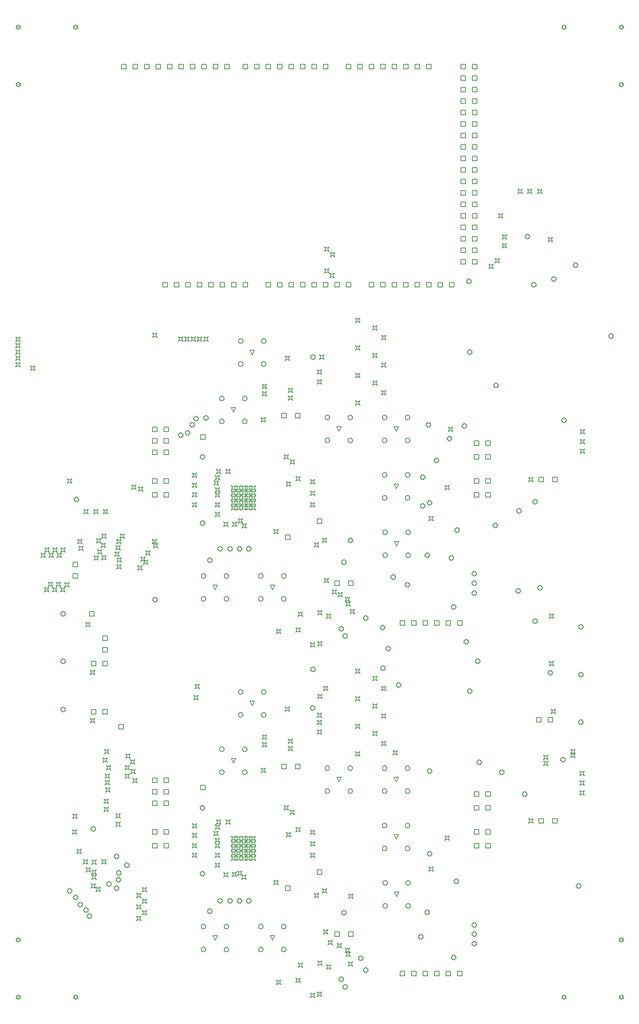
<source format=gbr>
%FSTAX23Y23*%
%MOIN*%
%SFA1B1*%

%IPPOS*%
%ADD74C,0.005000*%
%ADD75C,0.006667*%
%LNcfd_2channel_drawing_1-1*%
%LPD*%
G54D74*
X0491Y0013D02*
X0492Y0014D01*
X0493*
X0492Y0015*
X0493Y0016*
X0492*
X0491Y0017*
X049Y0016*
X0489*
X049Y0015*
X0489Y0014*
X049*
X0491Y0013*
X0541Y0063D02*
X0542Y0064D01*
X0543*
X0542Y0065*
X0543Y0066*
X0542*
X0541Y0067*
X054Y0066*
X0539*
X054Y0065*
X0539Y0064*
X054*
X0541Y0063*
Y0808D02*
X0542Y0809D01*
X0543*
X0542Y081*
X0543Y0811*
X0542*
X0541Y0812*
X054Y0811*
X0539*
X054Y081*
X0539Y0809*
X054*
X0541Y0808*
X0491Y0858D02*
X0492Y0859D01*
X0493*
X0492Y086*
X0493Y0861*
X0492*
X0491Y0862*
X049Y0861*
X0489*
X049Y086*
X0489Y0859*
X049*
X0491Y0858*
X0065Y0013D02*
X0066Y0014D01*
X0067*
X0066Y0015*
X0067Y0016*
X0066*
X0065Y0017*
X0064Y0016*
X0063*
X0064Y0015*
X0063Y0014*
X0064*
X0065Y0013*
X0015Y0063D02*
X0016Y0064D01*
X0017*
X0016Y0065*
X0017Y0066*
X0016*
X0015Y0067*
X0014Y0066*
X0013*
X0014Y0065*
X0013Y0064*
X0014*
X0015Y0063*
Y0808D02*
X0016Y0809D01*
X0017*
X0016Y081*
X0017Y0811*
X0016*
X0015Y0812*
X0014Y0811*
X0013*
X0014Y081*
X0013Y0809*
X0014*
X0015Y0808*
X0065Y0858D02*
X0066Y0859D01*
X0067*
X0066Y086*
X0067Y0861*
X0066*
X0065Y0862*
X0064Y0861*
X0063*
X0064Y086*
X0063Y0859*
X0064*
X0065Y0858*
X0469Y0464D02*
Y0468D01*
X0473*
Y0464*
X0469*
X02445Y05195D02*
Y05235D01*
X02485*
Y05195*
X02445*
Y0214D02*
Y0218D01*
X02485*
Y0214*
X02445*
X0469Y01665D02*
Y01705D01*
X0473*
Y01665*
X0469*
X0291Y03735D02*
Y03775D01*
X0295*
Y03735*
X0291*
Y0068D02*
Y0072D01*
X0295*
Y0068*
X0291*
X0015Y0858D02*
X0016Y0859D01*
X0017*
X0016Y086*
X0017Y0861*
X0016*
X0015Y0862*
X0014Y0861*
X0013*
X0014Y086*
X0013Y0859*
X0014*
X0015Y0858*
Y0013D02*
X0016Y0014D01*
X0017*
X0016Y0015*
X0017Y0016*
X0016*
X0015Y0017*
X0014Y0016*
X0013*
X0014Y0015*
X0013Y0014*
X0014*
X0015Y0013*
X00625Y039D02*
Y0394D01*
X00665*
Y039*
X00625*
X0541Y0858D02*
X0542Y0859D01*
X0543*
X0542Y086*
X0543Y0861*
X0542*
X0541Y0862*
X054Y0861*
X0539*
X054Y086*
X0539Y0859*
X054*
X0541Y0858*
X0411Y06535D02*
Y06575D01*
X0415*
Y06535*
X0411*
X0401D02*
Y06575D01*
X0405*
Y06535*
X0401*
X0541Y0013D02*
X0542Y0014D01*
X0543*
X0542Y0015*
X0543Y0016*
X0542*
X0541Y0017*
X054Y0016*
X0539*
X054Y0015*
X0539Y0014*
X054*
X0541Y0013*
X0201Y06335D02*
Y06375D01*
X0205*
Y06335*
X0201*
X0191D02*
Y06375D01*
X0195*
Y06335*
X0191*
X0135Y08235D02*
Y08275D01*
X0139*
Y08235*
X0135*
X0481Y0464D02*
Y0468D01*
X0485*
Y0464*
X0481*
X0142Y04875D02*
Y04915D01*
X0146*
Y04875*
X0142*
X0132D02*
Y04915D01*
X0136*
Y04875*
X0132*
X0142Y04975D02*
Y05015D01*
X0146*
Y04975*
X0142*
X0132D02*
Y05015D01*
X0136*
Y04975*
X0132*
X0142Y05075D02*
Y05115D01*
X0146*
Y05075*
X0142*
X0132D02*
Y05115D01*
X0136*
Y05075*
X0132*
X0142Y0182D02*
Y0186D01*
X0146*
Y0182*
X0142*
X0132D02*
Y0186D01*
X0136*
Y0182*
X0132*
X0142Y0192D02*
Y0196D01*
X0146*
Y0192*
X0142*
X0132D02*
Y0196D01*
X0136*
Y0192*
X0132*
X0142Y0202D02*
Y0206D01*
X0146*
Y0202*
X0142*
X0132D02*
Y0206D01*
X0136*
Y0202*
X0132*
X02565Y0214D02*
Y0218D01*
X02605*
Y0214*
X02565*
X02365Y00645D02*
X02345Y00685D01*
X02385*
X02365Y00645*
X02025Y0219D02*
X02005Y0223D01*
X02045*
X02025Y0219*
X0303Y0068D02*
Y0072D01*
X0307*
Y0068*
X0303*
X01865Y00645D02*
X01845Y00685D01*
X01885*
X01865Y00645*
X02945Y02025D02*
X02925Y02065D01*
X02965*
X02945Y02025*
X0219Y0269D02*
X0217Y0273D01*
X0221*
X0219Y0269*
X03445Y02025D02*
X03425Y02065D01*
X03465*
X03445Y02025*
X0345Y01025D02*
X0343Y01065D01*
X0347*
X0345Y01025*
X03445Y01525D02*
X03425Y01565D01*
X03465*
X03445Y01525*
X0174Y01955D02*
Y01995D01*
X0178*
Y01955*
X0174*
X0398Y00335D02*
Y00375D01*
X0402*
Y00335*
X0398*
X0388D02*
Y00375D01*
X0392*
Y00335*
X0388*
X0378D02*
Y00375D01*
X0382*
Y00335*
X0378*
X0368D02*
Y00375D01*
X0372*
Y00335*
X0368*
X0358D02*
Y00375D01*
X0362*
Y00335*
X0358*
X0348D02*
Y00375D01*
X0352*
Y00335*
X0348*
X0248Y0108D02*
Y0112D01*
X0252*
Y0108*
X0248*
X02755Y0122D02*
Y0126D01*
X02795*
Y0122*
X02755*
X0142Y0157D02*
Y0161D01*
X0146*
Y0157*
X0142*
X0132D02*
Y0161D01*
X0136*
Y0157*
X0132*
Y0145D02*
Y0149D01*
X0136*
Y0145*
X0132*
X0142D02*
Y0149D01*
X0146*
Y0145*
X0142*
X04125Y019D02*
Y0194D01*
X04165*
Y019*
X04125*
X04225D02*
Y0194D01*
X04265*
Y019*
X04225*
Y0178D02*
Y0182D01*
X04265*
Y0178*
X04225*
X04125D02*
Y0182D01*
X04165*
Y0178*
X04125*
Y0157D02*
Y0161D01*
X04165*
Y0157*
X04125*
X04225D02*
Y0161D01*
X04265*
Y0157*
X04225*
Y0145D02*
Y0149D01*
X04265*
Y0145*
X04225*
X04125D02*
Y0149D01*
X04165*
Y0145*
X04125*
X02755Y04275D02*
Y04315D01*
X02795*
Y04275*
X02755*
X0174Y0501D02*
Y0505D01*
X0178*
Y0501*
X0174*
X04225Y04625D02*
Y04665D01*
X04265*
Y04625*
X04225*
X04125D02*
Y04665D01*
X04165*
Y04625*
X04125*
Y04505D02*
Y04545D01*
X04165*
Y04505*
X04125*
X04225D02*
Y04545D01*
X04265*
Y04505*
X04225*
Y04955D02*
Y04995D01*
X04265*
Y04955*
X04225*
X04125D02*
Y04995D01*
X04165*
Y04955*
X04125*
Y04835D02*
Y04875D01*
X04165*
Y04835*
X04125*
X04225D02*
Y04875D01*
X04265*
Y04835*
X04225*
X0132Y04625D02*
Y04665D01*
X0136*
Y04625*
X0132*
X0142D02*
Y04665D01*
X0146*
Y04625*
X0142*
Y04505D02*
Y04545D01*
X0146*
Y04505*
X0142*
X0132D02*
Y04545D01*
X0136*
Y04505*
X0132*
X0248Y04135D02*
Y04175D01*
X0252*
Y04135*
X0248*
X0398Y0339D02*
Y0343D01*
X0402*
Y0339*
X0398*
X0388D02*
Y0343D01*
X0392*
Y0339*
X0388*
X0378D02*
Y0343D01*
X0382*
Y0339*
X0378*
X0368D02*
Y0343D01*
X0372*
Y0339*
X0368*
X0358D02*
Y0343D01*
X0362*
Y0339*
X0358*
X0348D02*
Y0343D01*
X0352*
Y0339*
X0348*
X0303Y03735D02*
Y03775D01*
X0307*
Y03735*
X0303*
X02565Y05195D02*
Y05235D01*
X02605*
Y05195*
X02565*
X0345Y0408D02*
X0343Y0412D01*
X0347*
X0345Y0408*
X03445Y0458D02*
X03425Y0462D01*
X03465*
X03445Y0458*
X0219Y05745D02*
X0217Y05785D01*
X0221*
X0219Y05745*
X03445Y0508D02*
X03425Y0512D01*
X03465*
X03445Y0508*
X01865Y037D02*
X01845Y0374D01*
X01885*
X01865Y037*
X02945Y0508D02*
X02925Y0512D01*
X02965*
X02945Y0508*
X02365Y037D02*
X02345Y0374D01*
X02385*
X02365Y037*
X02025Y05245D02*
X02005Y05285D01*
X02045*
X02025Y05245*
X0467Y02545D02*
Y02585D01*
X0471*
Y02545*
X0467*
X0477D02*
Y02585D01*
X0481*
Y02545*
X0477*
X00785Y02615D02*
Y02655D01*
X00825*
Y02615*
X00785*
X00885D02*
Y02655D01*
X00925*
Y02615*
X00885*
X00625Y038D02*
Y0384D01*
X00665*
Y038*
X00625*
X00885Y03035D02*
Y03075D01*
X00925*
Y03035*
X00885*
X00785D02*
Y03075D01*
X00825*
Y03035*
X00785*
X00885Y03255D02*
Y03295D01*
X00925*
Y03255*
X00885*
Y03155D02*
Y03195D01*
X00925*
Y03155*
X00885*
X0481Y01665D02*
Y01705D01*
X0485*
Y01665*
X0481*
X0241Y06335D02*
Y06375D01*
X0245*
Y06335*
X0241*
X0261D02*
Y06375D01*
X0265*
Y06335*
X0261*
X0251D02*
Y06375D01*
X0255*
Y06335*
X0251*
X0281D02*
Y06375D01*
X0285*
Y06335*
X0281*
X0271D02*
Y06375D01*
X0275*
Y06335*
X0271*
X0301D02*
Y06375D01*
X0305*
Y06335*
X0301*
X0291D02*
Y06375D01*
X0295*
Y06335*
X0291*
X0231D02*
Y06375D01*
X0235*
Y06335*
X0231*
X0411Y06635D02*
Y06675D01*
X0415*
Y06635*
X0411*
X0401D02*
Y06675D01*
X0405*
Y06635*
X0401*
X0411Y06935D02*
Y06975D01*
X0415*
Y06935*
X0411*
Y06835D02*
Y06875D01*
X0415*
Y06835*
X0411*
Y06735D02*
Y06775D01*
X0415*
Y06735*
X0411*
Y07035D02*
Y07075D01*
X0415*
Y07035*
X0411*
X0401Y06935D02*
Y06975D01*
X0405*
Y06935*
X0401*
Y06835D02*
Y06875D01*
X0405*
Y06835*
X0401*
Y06735D02*
Y06775D01*
X0405*
Y06735*
X0401*
Y07035D02*
Y07075D01*
X0405*
Y07035*
X0401*
X0411Y07435D02*
Y07475D01*
X0415*
Y07435*
X0411*
Y07335D02*
Y07375D01*
X0415*
Y07335*
X0411*
X0401D02*
Y07375D01*
X0405*
Y07335*
X0401*
X0411Y07235D02*
Y07275D01*
X0415*
Y07235*
X0411*
X0401D02*
Y07275D01*
X0405*
Y07235*
X0401*
X0411Y07135D02*
Y07175D01*
X0415*
Y07135*
X0411*
X0401D02*
Y07175D01*
X0405*
Y07135*
X0401*
Y07435D02*
Y07475D01*
X0405*
Y07435*
X0401*
X0411Y07735D02*
Y07775D01*
X0415*
Y07735*
X0411*
Y07635D02*
Y07675D01*
X0415*
Y07635*
X0411*
Y07535D02*
Y07575D01*
X0415*
Y07535*
X0411*
Y07835D02*
Y07875D01*
X0415*
Y07835*
X0411*
X0401Y07735D02*
Y07775D01*
X0405*
Y07735*
X0401*
Y07635D02*
Y07675D01*
X0405*
Y07635*
X0401*
Y07535D02*
Y07575D01*
X0405*
Y07535*
X0401*
Y07835D02*
Y07875D01*
X0405*
Y07835*
X0401*
X0311Y08235D02*
Y08275D01*
X0315*
Y08235*
X0311*
X0331D02*
Y08275D01*
X0335*
Y08235*
X0331*
X0321D02*
Y08275D01*
X0325*
Y08235*
X0321*
X0351D02*
Y08275D01*
X0355*
Y08235*
X0351*
X0341D02*
Y08275D01*
X0345*
Y08235*
X0341*
X0371D02*
Y08275D01*
X0375*
Y08235*
X0371*
X0361D02*
Y08275D01*
X0365*
Y08235*
X0361*
X0301D02*
Y08275D01*
X0305*
Y08235*
X0301*
X0221D02*
Y08275D01*
X0225*
Y08235*
X0221*
X0241D02*
Y08275D01*
X0245*
Y08235*
X0241*
X0231D02*
Y08275D01*
X0235*
Y08235*
X0231*
X0261D02*
Y08275D01*
X0265*
Y08235*
X0261*
X0251D02*
Y08275D01*
X0255*
Y08235*
X0251*
X0281D02*
Y08275D01*
X0285*
Y08235*
X0281*
X0271D02*
Y08275D01*
X0275*
Y08235*
X0271*
X0155D02*
Y08275D01*
X0159*
Y08235*
X0155*
X0145D02*
Y08275D01*
X0149*
Y08235*
X0145*
X0175D02*
Y08275D01*
X0179*
Y08235*
X0175*
X0165D02*
Y08275D01*
X0169*
Y08235*
X0165*
X0115D02*
Y08275D01*
X0119*
Y08235*
X0115*
X0105D02*
Y08275D01*
X0109*
Y08235*
X0105*
X0125D02*
Y08275D01*
X0129*
Y08235*
X0125*
X0195D02*
Y08275D01*
X0199*
Y08235*
X0195*
X0185D02*
Y08275D01*
X0189*
Y08235*
X0185*
X0211D02*
Y08275D01*
X0215*
Y08235*
X0211*
X0411D02*
Y08275D01*
X0415*
Y08235*
X0411*
Y08135D02*
Y08175D01*
X0415*
Y08135*
X0411*
X0401D02*
Y08175D01*
X0405*
Y08135*
X0401*
X0411Y08035D02*
Y08075D01*
X0415*
Y08035*
X0411*
X0401D02*
Y08075D01*
X0405*
Y08035*
X0401*
X0411Y07935D02*
Y07975D01*
X0415*
Y07935*
X0411*
X0401D02*
Y07975D01*
X0405*
Y07935*
X0401*
Y08235D02*
Y08275D01*
X0405*
Y08235*
X0401*
X0331Y06335D02*
Y06375D01*
X0335*
Y06335*
X0331*
X0351D02*
Y06375D01*
X0355*
Y06335*
X0351*
X0341D02*
Y06375D01*
X0345*
Y06335*
X0341*
X0371D02*
Y06375D01*
X0375*
Y06335*
X0371*
X0361D02*
Y06375D01*
X0365*
Y06335*
X0361*
X0391D02*
Y06375D01*
X0395*
Y06335*
X0391*
X0381D02*
Y06375D01*
X0385*
Y06335*
X0381*
X0321D02*
Y06375D01*
X0325*
Y06335*
X0321*
X0151D02*
Y06375D01*
X0155*
Y06335*
X0151*
X0171D02*
Y06375D01*
X0175*
Y06335*
X0171*
X0161D02*
Y06375D01*
X0165*
Y06335*
X0161*
X0181D02*
Y06375D01*
X0185*
Y06335*
X0181*
X0211D02*
Y06375D01*
X0215*
Y06335*
X0211*
X0141D02*
Y06375D01*
X0145*
Y06335*
X0141*
X04335Y06936D02*
X04345Y06956D01*
X04335Y06976*
X04355Y06966*
X04375Y06976*
X04365Y06956*
X04375Y06936*
X04355Y06946*
X04335Y06936*
X02008Y01511D02*
X02018Y01531D01*
X02008Y01551*
X02028Y01541*
X02048Y01551*
X02038Y01531*
X02048Y01511*
X02028Y01521*
X02008Y01511*
X02051D02*
X02061Y01531D01*
X02051Y01551*
X02071Y01541*
X02091Y01551*
X02081Y01531*
X02091Y01511*
X02071Y01521*
X02051Y01511*
X02095D02*
X02105Y01531D01*
X02095Y01551*
X02115Y01541*
X02135Y01551*
X02125Y01531*
X02135Y01511*
X02115Y01521*
X02095Y01511*
X02138D02*
X02148Y01531D01*
X02138Y01551*
X02158Y01541*
X02178Y01551*
X02168Y01531*
X02178Y01511*
X02158Y01521*
X02138Y01511*
X02181D02*
X02191Y01531D01*
X02181Y01551*
X02201Y01541*
X02221Y01551*
X02211Y01531*
X02221Y01511*
X02201Y01521*
X02181Y01511*
X02008Y01468D02*
X02018Y01488D01*
X02008Y01508*
X02028Y01498*
X02048Y01508*
X02038Y01488*
X02048Y01468*
X02028Y01478*
X02008Y01468*
X02051D02*
X02061Y01488D01*
X02051Y01508*
X02071Y01498*
X02091Y01508*
X02081Y01488*
X02091Y01468*
X02071Y01478*
X02051Y01468*
X02095D02*
X02105Y01488D01*
X02095Y01508*
X02115Y01498*
X02135Y01508*
X02125Y01488*
X02135Y01468*
X02115Y01478*
X02095Y01468*
X02138D02*
X02148Y01488D01*
X02138Y01508*
X02158Y01498*
X02178Y01508*
X02168Y01488*
X02178Y01468*
X02158Y01478*
X02138Y01468*
X02181D02*
X02191Y01488D01*
X02181Y01508*
X02201Y01498*
X02221Y01508*
X02211Y01488*
X02221Y01468*
X02201Y01478*
X02181Y01468*
X02008Y01425D02*
X02018Y01445D01*
X02008Y01465*
X02028Y01455*
X02048Y01465*
X02038Y01445*
X02048Y01425*
X02028Y01435*
X02008Y01425*
X02051D02*
X02061Y01445D01*
X02051Y01465*
X02071Y01455*
X02091Y01465*
X02081Y01445*
X02091Y01425*
X02071Y01435*
X02051Y01425*
X02095D02*
X02105Y01445D01*
X02095Y01465*
X02115Y01455*
X02135Y01465*
X02125Y01445*
X02135Y01425*
X02115Y01435*
X02095Y01425*
X02138D02*
X02148Y01445D01*
X02138Y01465*
X02158Y01455*
X02178Y01465*
X02168Y01445*
X02178Y01425*
X02158Y01435*
X02138Y01425*
X02181D02*
X02191Y01445D01*
X02181Y01465*
X02201Y01455*
X02221Y01465*
X02211Y01445*
X02221Y01425*
X02201Y01435*
X02181Y01425*
X02008Y01381D02*
X02018Y01401D01*
X02008Y01421*
X02028Y01411*
X02048Y01421*
X02038Y01401*
X02048Y01381*
X02028Y01391*
X02008Y01381*
X02051D02*
X02061Y01401D01*
X02051Y01421*
X02071Y01411*
X02091Y01421*
X02081Y01401*
X02091Y01381*
X02071Y01391*
X02051Y01381*
X02095D02*
X02105Y01401D01*
X02095Y01421*
X02115Y01411*
X02135Y01421*
X02125Y01401*
X02135Y01381*
X02115Y01391*
X02095Y01381*
X02138D02*
X02148Y01401D01*
X02138Y01421*
X02158Y01411*
X02178Y01421*
X02168Y01401*
X02178Y01381*
X02158Y01391*
X02138Y01381*
X02181D02*
X02191Y01401D01*
X02181Y01421*
X02201Y01411*
X02221Y01421*
X02211Y01401*
X02221Y01381*
X02201Y01391*
X02181Y01381*
X02008Y01338D02*
X02018Y01358D01*
X02008Y01378*
X02028Y01368*
X02048Y01378*
X02038Y01358*
X02048Y01338*
X02028Y01348*
X02008Y01338*
X02051D02*
X02061Y01358D01*
X02051Y01378*
X02071Y01368*
X02091Y01378*
X02081Y01358*
X02091Y01338*
X02071Y01348*
X02051Y01338*
X02095D02*
X02105Y01358D01*
X02095Y01378*
X02115Y01368*
X02135Y01378*
X02125Y01358*
X02135Y01338*
X02115Y01348*
X02095Y01338*
X02138D02*
X02148Y01358D01*
X02138Y01378*
X02158Y01368*
X02178Y01378*
X02168Y01358*
X02178Y01338*
X02158Y01348*
X02138Y01338*
X02181D02*
X02191Y01358D01*
X02181Y01378*
X02201Y01368*
X02221Y01378*
X02211Y01358*
X02221Y01338*
X02201Y01348*
X02181Y01338*
X02008Y04566D02*
X02018Y04586D01*
X02008Y04606*
X02028Y04596*
X02048Y04606*
X02038Y04586*
X02048Y04566*
X02028Y04576*
X02008Y04566*
X02051D02*
X02061Y04586D01*
X02051Y04606*
X02071Y04596*
X02091Y04606*
X02081Y04586*
X02091Y04566*
X02071Y04576*
X02051Y04566*
X02095D02*
X02105Y04586D01*
X02095Y04606*
X02115Y04596*
X02135Y04606*
X02125Y04586*
X02135Y04566*
X02115Y04576*
X02095Y04566*
X02138D02*
X02148Y04586D01*
X02138Y04606*
X02158Y04596*
X02178Y04606*
X02168Y04586*
X02178Y04566*
X02158Y04576*
X02138Y04566*
X02181D02*
X02191Y04586D01*
X02181Y04606*
X02201Y04596*
X02221Y04606*
X02211Y04586*
X02221Y04566*
X02201Y04576*
X02181Y04566*
X02008Y04523D02*
X02018Y04543D01*
X02008Y04563*
X02028Y04553*
X02048Y04563*
X02038Y04543*
X02048Y04523*
X02028Y04533*
X02008Y04523*
X02051D02*
X02061Y04543D01*
X02051Y04563*
X02071Y04553*
X02091Y04563*
X02081Y04543*
X02091Y04523*
X02071Y04533*
X02051Y04523*
X02095D02*
X02105Y04543D01*
X02095Y04563*
X02115Y04553*
X02135Y04563*
X02125Y04543*
X02135Y04523*
X02115Y04533*
X02095Y04523*
X02138D02*
X02148Y04543D01*
X02138Y04563*
X02158Y04553*
X02178Y04563*
X02168Y04543*
X02178Y04523*
X02158Y04533*
X02138Y04523*
X02181D02*
X02191Y04543D01*
X02181Y04563*
X02201Y04553*
X02221Y04563*
X02211Y04543*
X02221Y04523*
X02201Y04533*
X02181Y04523*
X02008Y0448D02*
X02018Y045D01*
X02008Y0452*
X02028Y0451*
X02048Y0452*
X02038Y045*
X02048Y0448*
X02028Y0449*
X02008Y0448*
X02051D02*
X02061Y045D01*
X02051Y0452*
X02071Y0451*
X02091Y0452*
X02081Y045*
X02091Y0448*
X02071Y0449*
X02051Y0448*
X02095D02*
X02105Y045D01*
X02095Y0452*
X02115Y0451*
X02135Y0452*
X02125Y045*
X02135Y0448*
X02115Y0449*
X02095Y0448*
X02138D02*
X02148Y045D01*
X02138Y0452*
X02158Y0451*
X02178Y0452*
X02168Y045*
X02178Y0448*
X02158Y0449*
X02138Y0448*
X02181D02*
X02191Y045D01*
X02181Y0452*
X02201Y0451*
X02221Y0452*
X02211Y045*
X02221Y0448*
X02201Y0449*
X02181Y0448*
X02008Y04436D02*
X02018Y04456D01*
X02008Y04476*
X02028Y04466*
X02048Y04476*
X02038Y04456*
X02048Y04436*
X02028Y04446*
X02008Y04436*
X02051D02*
X02061Y04456D01*
X02051Y04476*
X02071Y04466*
X02091Y04476*
X02081Y04456*
X02091Y04436*
X02071Y04446*
X02051Y04436*
X02095D02*
X02105Y04456D01*
X02095Y04476*
X02115Y04466*
X02135Y04476*
X02125Y04456*
X02135Y04436*
X02115Y04446*
X02095Y04436*
X02138D02*
X02148Y04456D01*
X02138Y04476*
X02158Y04466*
X02178Y04476*
X02168Y04456*
X02178Y04436*
X02158Y04446*
X02138Y04436*
X02181D02*
X02191Y04456D01*
X02181Y04476*
X02201Y04466*
X02221Y04476*
X02211Y04456*
X02221Y04436*
X02201Y04446*
X02181Y04436*
X02008Y04393D02*
X02018Y04413D01*
X02008Y04433*
X02028Y04423*
X02048Y04433*
X02038Y04413*
X02048Y04393*
X02028Y04403*
X02008Y04393*
X02051D02*
X02061Y04413D01*
X02051Y04433*
X02071Y04423*
X02091Y04433*
X02081Y04413*
X02091Y04393*
X02071Y04403*
X02051Y04393*
X02095D02*
X02105Y04413D01*
X02095Y04433*
X02115Y04423*
X02135Y04433*
X02125Y04413*
X02135Y04393*
X02115Y04403*
X02095Y04393*
X02138D02*
X02148Y04413D01*
X02138Y04433*
X02158Y04423*
X02178Y04433*
X02168Y04413*
X02178Y04393*
X02158Y04403*
X02138Y04393*
X02181D02*
X02191Y04413D01*
X02181Y04433*
X02201Y04423*
X02221Y04433*
X02211Y04413*
X02221Y04393*
X02201Y04403*
X02181Y04393*
X01315Y041D02*
X01325Y0412D01*
X01315Y0414*
X01335Y0413*
X01355Y0414*
X01345Y0412*
X01355Y041*
X01335Y0411*
X01315Y041*
X0303Y0101D02*
X0304Y0103D01*
X0303Y0105*
X0305Y0104*
X0307Y0105*
X0306Y0103*
X0307Y0101*
X0305Y0102*
X0303Y0101*
X01025Y02485D02*
Y02525D01*
X01065*
Y02485*
X01025*
X03416Y02258D02*
X03426Y02278D01*
X03416Y02298*
X03436Y02288*
X03456Y02298*
X03446Y02278*
X03456Y02258*
X03436Y02268*
X03416Y02258*
X03915Y03965D02*
Y03955D01*
X03935*
Y03965*
X03945*
Y03985*
X03935*
Y03995*
X03915*
Y03985*
X03905*
Y03965*
X03915*
X0341Y038D02*
Y0379D01*
X0343*
Y038*
X0344*
Y0382*
X0343*
Y0383*
X0341*
Y0382*
X034*
Y038*
X0341*
X0317Y03443D02*
Y03433D01*
X0319*
Y03443*
X032*
Y03463*
X0319*
Y03473*
X0317*
Y03463*
X0316*
Y03443*
X0317*
X043Y0425D02*
Y0424D01*
X0432*
Y0425*
X0433*
Y0427*
X0432*
Y0428*
X043*
Y0427*
X0429*
Y0425*
X043*
X04635Y06345D02*
Y06335D01*
X04655*
Y06345*
X04665*
Y06365*
X04655*
Y06375*
X04635*
Y06365*
X04625*
Y06345*
X04635*
X04305Y0547D02*
Y0546D01*
X04325*
Y0547*
X04335*
Y0549*
X04325*
Y055*
X04305*
Y0549*
X04295*
Y0547*
X04305*
X04075Y02805D02*
Y02795D01*
X04095*
Y02805*
X04105*
Y02825*
X04095*
Y02835*
X04075*
Y02825*
X04065*
Y02805*
X04075*
X0324Y02905D02*
X0325Y02925D01*
X0324Y02945*
X0326Y02935*
X0328Y02945*
X0327Y02925*
X0328Y02905*
X0326Y02915*
X0324Y02905*
X03315Y0282D02*
X03325Y0284D01*
X03315Y0286*
X03335Y0285*
X03355Y0286*
X03345Y0284*
X03355Y0282*
X03335Y0283*
X03315Y0282*
X03455Y0286D02*
Y0285D01*
X03475*
Y0286*
X03485*
Y0288*
X03475*
Y0289*
X03455*
Y0288*
X03445*
Y0286*
X03455*
X0271Y02995D02*
Y02985D01*
X0273*
Y02995*
X0274*
Y03015*
X0273*
Y03025*
X0271*
Y03015*
X027*
Y02995*
X0271*
X0531Y059D02*
Y0589D01*
X0533*
Y059*
X0534*
Y0592*
X0533*
Y0593*
X0531*
Y0592*
X053*
Y059*
X0531*
X0481Y06395D02*
Y06385D01*
X0483*
Y06395*
X0484*
Y06415*
X0483*
Y06425*
X0481*
Y06415*
X048*
Y06395*
X0481*
X05025Y0111D02*
Y011D01*
X05045*
Y0111*
X05055*
Y0113*
X05045*
Y0114*
X05025*
Y0113*
X05015*
Y0111*
X05025*
X03729Y01244D02*
X03739Y01264D01*
X03729Y01284*
X03749Y01274*
X03769Y01284*
X03759Y01264*
X03769Y01244*
X03749Y01254*
X03729Y01244*
X05Y06515D02*
Y06505D01*
X0502*
Y06515*
X0503*
Y06535*
X0502*
Y06545*
X05*
Y06535*
X0499*
Y06515*
X05*
X05045Y0208D02*
X05055Y021D01*
X05045Y0212*
X05065Y0211*
X05085Y0212*
X05075Y021*
X05085Y0208*
X05065Y0209*
X05045Y0208*
Y03365D02*
Y03355D01*
X05065*
Y03365*
X05075*
Y03385*
X05065*
Y03395*
X05045*
Y03385*
X05035*
Y03365*
X05045*
X0505Y0497D02*
X0506Y0499D01*
X0505Y0501*
X0507Y05*
X0509Y0501*
X0508Y0499*
X0509Y0497*
X0507Y0498*
X0505Y0497*
Y05055D02*
X0506Y05075D01*
X0505Y05095*
X0507Y05085*
X0509Y05095*
X0508Y05075*
X0509Y05055*
X0507Y05065*
X0505Y05055*
Y04885D02*
X0506Y04905D01*
X0505Y04925*
X0507Y04915*
X0509Y04925*
X0508Y04905*
X0509Y04885*
X0507Y04895*
X0505Y04885*
X04965Y0227D02*
X04975Y0229D01*
X04965Y0231*
X04985Y023*
X05005Y0231*
X04995Y0229*
X05005Y0227*
X04985Y0228*
X04965Y0227*
X04075Y0576D02*
Y0575D01*
X04095*
Y0576*
X04105*
Y0578*
X04095*
Y0579*
X04075*
Y0578*
X04065*
Y0576*
X04075*
X0407Y06375D02*
Y06365D01*
X0409*
Y06375*
X041*
Y06395*
X0409*
Y06405*
X0407*
Y06395*
X0406*
Y06375*
X0407*
X03665Y0467D02*
Y0466D01*
X03685*
Y0467*
X03695*
Y0469*
X03685*
Y047*
X03665*
Y0469*
X03655*
Y0467*
X03665*
X03035Y0412D02*
Y0411D01*
X03055*
Y0412*
X03065*
Y0414*
X03055*
Y0415*
X03035*
Y0414*
X03025*
Y0412*
X03035*
X03665Y0442D02*
Y0441D01*
X03685*
Y0442*
X03695*
Y0444*
X03685*
Y0445*
X03665*
Y0444*
X03655*
Y0442*
X03665*
X03785Y04815D02*
Y04805D01*
X03805*
Y04815*
X03815*
Y04835*
X03805*
Y04845*
X03785*
Y04835*
X03775*
Y04815*
X03785*
X039Y05005D02*
Y04995D01*
X0392*
Y05005*
X0393*
Y05025*
X0392*
Y05035*
X039*
Y05025*
X0389*
Y05005*
X039*
X0403Y05115D02*
Y05105D01*
X0405*
Y05115*
X0406*
Y05135*
X0405*
Y05145*
X0403*
Y05135*
X0402*
Y05115*
X0403*
X04253Y06496D02*
X04263Y06516D01*
X04253Y06536*
X04273Y06526*
X04293Y06536*
X04283Y06516*
X04293Y06496*
X04273Y06506*
X04253Y06496*
X0282Y06455D02*
X0283Y06475D01*
X0282Y06495*
X0284Y06485*
X0286Y06495*
X0285Y06475*
X0286Y06455*
X0284Y06465*
X0282Y06455*
X02821Y06646D02*
X02831Y06666D01*
X02821Y06686*
X02841Y06676*
X02861Y06686*
X02851Y06666*
X02861Y06646*
X02841Y06656*
X02821Y06646*
X02865Y06415D02*
X02875Y06435D01*
X02865Y06455*
X02885Y06445*
X02905Y06455*
X02895Y06435*
X02905Y06415*
X02885Y06425*
X02865Y06415*
X0287Y066D02*
X0288Y0662D01*
X0287Y0664*
X0289Y0663*
X0291Y0664*
X029Y0662*
X0291Y066*
X0289Y0661*
X0287Y066*
X02503Y05415D02*
X02513Y05435D01*
X02503Y05455*
X02523Y05445*
X02543Y05455*
X02533Y05435*
X02543Y05415*
X02523Y05425*
X02503Y05415*
X04305Y06545D02*
X04315Y06565D01*
X04305Y06585*
X04325Y06575*
X04345Y06585*
X04335Y06565*
X04345Y06545*
X04325Y06555*
X04305Y06545*
X0477Y06727D02*
X0478Y06747D01*
X0477Y06767*
X0479Y06757*
X0481Y06767*
X048Y06747*
X0481Y06727*
X0479Y06737*
X0477Y06727*
X0437Y06753D02*
X0438Y06773D01*
X0437Y06793*
X0439Y06783*
X0441Y06793*
X044Y06773*
X0441Y06753*
X0439Y06763*
X0437Y06753*
X0458Y06765D02*
Y06755D01*
X046*
Y06765*
X0461*
Y06785*
X046*
Y06795*
X0458*
Y06785*
X0457*
Y06765*
X0458*
X04505Y0715D02*
X04515Y0717D01*
X04505Y0719*
X04525Y0718*
X04545Y0719*
X04535Y0717*
X04545Y0715*
X04525Y0716*
X04505Y0715*
X0459D02*
X046Y0717D01*
X0459Y0719*
X0461Y0718*
X0463Y0719*
X0462Y0717*
X0463Y0715*
X0461Y0716*
X0459Y0715*
X04675D02*
X04685Y0717D01*
X04675Y0719*
X04695Y0718*
X04715Y0719*
X04705Y0717*
X04715Y0715*
X04695Y0716*
X04675Y0715*
X0437Y06675D02*
X0438Y06695D01*
X0437Y06715*
X0439Y06705*
X0441Y06715*
X044Y06695*
X0441Y06675*
X0439Y06685*
X0437Y06675*
X049Y05165D02*
Y05155D01*
X0492*
Y05165*
X0493*
Y05185*
X0492*
Y05195*
X049*
Y05185*
X0489*
Y05165*
X049*
X05045Y0191D02*
X05055Y0193D01*
X05045Y0195*
X05065Y0194*
X05085Y0195*
X05075Y0193*
X05085Y0191*
X05065Y0192*
X05045Y0191*
Y01995D02*
X05055Y02015D01*
X05045Y02035*
X05065Y02025*
X05085Y02035*
X05075Y02015*
X05085Y01995*
X05065Y02005*
X05045Y01995*
X0079Y01305D02*
X008Y01325D01*
X0079Y01345*
X0081Y01335*
X0083Y01345*
X0082Y01325*
X0083Y01305*
X0081Y01315*
X0079Y01305*
X00622Y01705D02*
X00632Y01725D01*
X00622Y01745*
X00642Y01735*
X00662Y01745*
X00652Y01725*
X00662Y01705*
X00642Y01715*
X00622Y01705*
X0062Y0157D02*
X0063Y0159D01*
X0062Y0161*
X0064Y016*
X0066Y0161*
X0065Y0159*
X0066Y0157*
X0064Y0158*
X0062Y0157*
X0066Y014D02*
X0067Y0142D01*
X0066Y0144*
X0068Y0143*
X007Y0144*
X0069Y0142*
X007Y014*
X0068Y0141*
X0066Y014*
X04115Y0366D02*
Y0365D01*
X04135*
Y0366*
X04145*
Y0368*
X04135*
Y0369*
X04115*
Y0368*
X04105*
Y0366*
X04115*
Y03745D02*
Y03735D01*
X04135*
Y03745*
X04145*
Y03765*
X04135*
Y03775*
X04115*
Y03765*
X04105*
Y03745*
X04115*
Y0383D02*
Y0382D01*
X04135*
Y0383*
X04145*
Y0385*
X04135*
Y0386*
X04115*
Y0385*
X04105*
Y0383*
X04115*
Y00605D02*
Y00595D01*
X04135*
Y00605*
X04145*
Y00625*
X04135*
Y00635*
X04115*
Y00625*
X04105*
Y00605*
X04115*
Y0069D02*
Y0068D01*
X04135*
Y0069*
X04145*
Y0071*
X04135*
Y0072*
X04115*
Y0071*
X04105*
Y0069*
X04115*
Y0077D02*
Y0076D01*
X04135*
Y0077*
X04145*
Y0079*
X04135*
Y008*
X04115*
Y0079*
X04105*
Y0077*
X04115*
X00718Y01307D02*
X00728Y01327D01*
X00718Y01347*
X00738Y01337*
X00758Y01347*
X00748Y01327*
X00758Y01307*
X00738Y01317*
X00718Y01307*
X00878D02*
X00888Y01327D01*
X00878Y01347*
X00898Y01337*
X00918Y01347*
X00908Y01327*
X00918Y01307*
X00898Y01317*
X00878Y01307*
X0079Y01217D02*
X008Y01237D01*
X0079Y01257*
X0081Y01247*
X0083Y01257*
X0082Y01237*
X0083Y01217*
X0081Y01227*
X0079Y01217*
X0074Y01237D02*
X0075Y01257D01*
X0074Y01277*
X0076Y01267*
X0078Y01277*
X0077Y01257*
X0078Y01237*
X0076Y01247*
X0074Y01237*
X01015Y01222D02*
Y01212D01*
X01035*
Y01222*
X01045*
Y01242*
X01035*
Y01252*
X01015*
Y01242*
X01005*
Y01222*
X01015*
X02757Y02438D02*
X02767Y02458D01*
X02757Y02478*
X02777Y02468*
X02797Y02478*
X02787Y02458*
X02797Y02438*
X02777Y02448*
X02757Y02438*
X02757Y02522D02*
X02767Y02542D01*
X02757Y02562*
X02777Y02552*
X02797Y02562*
X02787Y02542*
X02797Y02522*
X02777Y02532*
X02757Y02522*
X02758Y0549D02*
X02768Y0551D01*
X02758Y0553*
X02778Y0552*
X02798Y0553*
X02788Y0551*
X02798Y0549*
X02778Y055*
X02758Y0549*
X02755Y05575D02*
X02765Y05595D01*
X02755Y05615*
X02775Y05605*
X02795Y05615*
X02785Y05595*
X02795Y05575*
X02775Y05585*
X02755Y05575*
X0089Y0436D02*
X009Y0438D01*
X0089Y044*
X0091Y0439*
X0093Y044*
X0092Y0438*
X0093Y0436*
X0091Y0437*
X0089Y0436*
X00805D02*
X00815Y0438D01*
X00805Y044*
X00825Y0439*
X00845Y044*
X00835Y0438*
X00845Y0436*
X00825Y0437*
X00805Y0436*
X0072D02*
X0073Y0438D01*
X0072Y044*
X0074Y0439*
X0076Y044*
X0075Y0438*
X0076Y0436*
X0074Y0437*
X0072Y0436*
X0215Y0098D02*
Y0097D01*
X0217*
Y0098*
X0218*
Y01*
X0217*
Y0101*
X0215*
Y01*
X0214*
Y0098*
X0215*
X0207D02*
Y0097D01*
X0209*
Y0098*
X021*
Y01*
X0209*
Y0101*
X0207*
Y01*
X0206*
Y0098*
X0207*
X01985D02*
Y0097D01*
X02005*
Y0098*
X02015*
Y01*
X02005*
Y0101*
X01985*
Y01*
X01975*
Y0098*
X01985*
X019D02*
Y0097D01*
X0192*
Y0098*
X0193*
Y01*
X0192*
Y0101*
X019*
Y01*
X0189*
Y0098*
X019*
X0181Y0089D02*
Y0088D01*
X0183*
Y0089*
X0184*
Y0091*
X0183*
Y0092*
X0181*
Y0091*
X018*
Y0089*
X0181*
X0215Y04045D02*
Y04035D01*
X0217*
Y04045*
X0218*
Y04065*
X0217*
Y04075*
X0215*
Y04065*
X0214*
Y04045*
X0215*
X0207D02*
Y04035D01*
X0209*
Y04045*
X021*
Y04065*
X0209*
Y04075*
X0207*
Y04065*
X0206*
Y04045*
X0207*
X01985D02*
Y04035D01*
X02005*
Y04045*
X02015*
Y04065*
X02005*
Y04075*
X01985*
Y04065*
X01975*
Y04045*
X01985*
X019D02*
Y04035D01*
X0192*
Y04045*
X0193*
Y04065*
X0192*
Y04075*
X019*
Y04065*
X0189*
Y04045*
X019*
X01665Y01365D02*
X01675Y01385D01*
X01665Y01405*
X01685Y01395*
X01705Y01405*
X01695Y01385*
X01705Y01365*
X01685Y01375*
X01665Y01365*
Y0145D02*
X01675Y0147D01*
X01665Y0149*
X01685Y0148*
X01705Y0149*
X01695Y0147*
X01705Y0145*
X01685Y0146*
X01665Y0145*
Y01622D02*
X01675Y01642D01*
X01665Y01662*
X01685Y01652*
X01705Y01662*
X01695Y01642*
X01705Y01622*
X01685Y01632*
X01665Y01622*
Y0154D02*
X01675Y0156D01*
X01665Y0158*
X01685Y0157*
X01705Y0158*
X01695Y0156*
X01705Y0154*
X01685Y0155*
X01665Y0154*
X01745Y04845D02*
Y04835D01*
X01765*
Y04845*
X01775*
Y04865*
X01765*
Y04875*
X01745*
Y04865*
X01735*
Y04845*
X01745*
X01665Y04675D02*
X01675Y04695D01*
X01665Y04715*
X01685Y04705*
X01705Y04715*
X01695Y04695*
X01705Y04675*
X01685Y04685*
X01665Y04675*
Y0459D02*
X01675Y0461D01*
X01665Y0463*
X01685Y0462*
X01705Y0463*
X01695Y0461*
X01705Y0459*
X01685Y046*
X01665Y0459*
Y0442D02*
X01675Y0444D01*
X01665Y0446*
X01685Y0445*
X01705Y0446*
X01695Y0444*
X01705Y0442*
X01685Y0443*
X01665Y0442*
Y04505D02*
X01675Y04525D01*
X01665Y04545*
X01685Y04535*
X01705Y04545*
X01695Y04525*
X01705Y04505*
X01685Y04515*
X01665Y04505*
X01855Y0461D02*
X01865Y0463D01*
X01855Y0465*
X01875Y0464*
X01895Y0465*
X01885Y0463*
X01895Y0461*
X01875Y0462*
X01855Y0461*
X01866Y04655D02*
X01876Y04675D01*
X01866Y04695*
X01886Y04685*
X01906Y04695*
X01896Y04675*
X01906Y04655*
X01886Y04665*
X01866Y04655*
X0171Y05862D02*
X0172Y05882D01*
X0171Y05902*
X0173Y05892*
X0175Y05902*
X0174Y05882*
X0175Y05862*
X0173Y05872*
X0171Y05862*
X01655D02*
X01665Y05882D01*
X01655Y05902*
X01675Y05892*
X01695Y05902*
X01685Y05882*
X01695Y05862*
X01675Y05872*
X01655Y05862*
X016D02*
X0161Y05882D01*
X016Y05902*
X0162Y05892*
X0164Y05902*
X0163Y05882*
X0164Y05862*
X0162Y05872*
X016Y05862*
X01545D02*
X01555Y05882D01*
X01545Y05902*
X01565Y05892*
X01585Y05902*
X01575Y05882*
X01585Y05862*
X01565Y05872*
X01545Y05862*
X01765D02*
X01775Y05882D01*
X01765Y05902*
X01785Y05892*
X01805Y05902*
X01795Y05882*
X01805Y05862*
X01785Y05872*
X01765Y05862*
X0169Y0518D02*
Y0517D01*
X0171*
Y0518*
X0172*
Y052*
X0171*
Y0521*
X0169*
Y052*
X0168*
Y0518*
X0169*
X0132Y05895D02*
X0133Y05915D01*
X0132Y05935*
X0134Y05925*
X0136Y05935*
X0135Y05915*
X0136Y05895*
X0134Y05905*
X0132Y05895*
X00125Y0564D02*
X00135Y0566D01*
X00125Y0568*
X00145Y0567*
X00165Y0568*
X00155Y0566*
X00165Y0564*
X00145Y0565*
X00125Y0564*
X00255Y0561D02*
X00265Y0563D01*
X00255Y0565*
X00275Y0564*
X00295Y0565*
X00285Y0563*
X00295Y0561*
X00275Y0562*
X00255Y0561*
X00125Y0586D02*
X00135Y0588D01*
X00125Y059*
X00145Y0589*
X00165Y059*
X00155Y0588*
X00165Y0586*
X00145Y0587*
X00125Y0586*
Y05805D02*
X00135Y05825D01*
X00125Y05845*
X00145Y05835*
X00165Y05845*
X00155Y05825*
X00165Y05805*
X00145Y05815*
X00125Y05805*
Y0575D02*
X00135Y0577D01*
X00125Y0579*
X00145Y0578*
X00165Y0579*
X00155Y0577*
X00165Y0575*
X00145Y0576*
X00125Y0575*
Y05695D02*
X00135Y05715D01*
X00125Y05735*
X00145Y05725*
X00165Y05735*
X00155Y05715*
X00165Y05695*
X00145Y05705*
X00125Y05695*
X01775Y05185D02*
Y05175D01*
X01795*
Y05185*
X01805*
Y05205*
X01795*
Y05215*
X01775*
Y05205*
X01765*
Y05185*
X01775*
X0196Y0471D02*
X0197Y0473D01*
X0196Y0475*
X0198Y0474*
X02Y0475*
X0199Y0473*
X02Y0471*
X0198Y0472*
X0196Y0471*
X01875D02*
X01885Y0473D01*
X01875Y0475*
X01895Y0474*
X01915Y0475*
X01905Y0473*
X01915Y0471*
X01895Y0472*
X01875Y0471*
X01655Y05125D02*
Y05115D01*
X01675*
Y05125*
X01685*
Y05145*
X01675*
Y05155*
X01655*
Y05145*
X01645*
Y05125*
X01655*
X01617Y05055D02*
Y05045D01*
X01637*
Y05055*
X01647*
Y05075*
X01637*
Y05085*
X01617*
Y05075*
X01607*
Y05055*
X01617*
X04505Y04375D02*
Y04365D01*
X04525*
Y04375*
X04535*
Y04395*
X04525*
Y04405*
X04505*
Y04395*
X04495*
Y04375*
X04505*
X04645Y04455D02*
Y04445D01*
X04665*
Y04455*
X04675*
Y04475*
X04665*
Y04485*
X04645*
Y04475*
X04635*
Y04455*
X04645*
X0469Y03705D02*
Y03695D01*
X0471*
Y03705*
X0472*
Y03725*
X0471*
Y03735*
X0469*
Y03725*
X0468*
Y03705*
X0469*
X04645Y03415D02*
Y03405D01*
X04665*
Y03415*
X04675*
Y03435*
X04665*
Y03445*
X04645*
Y03435*
X04635*
Y03415*
X04645*
X03365Y03175D02*
Y03165D01*
X03385*
Y03175*
X03395*
Y03195*
X03385*
Y03205*
X03365*
Y03195*
X03355*
Y03175*
X03365*
X03315Y0336D02*
Y0335D01*
X03335*
Y0336*
X03345*
Y0338*
X03335*
Y0339*
X03315*
Y0338*
X03305*
Y0336*
X03315*
X03043Y0349D02*
X03053Y0351D01*
X03043Y0353*
X03063Y0352*
X03083Y0353*
X03073Y0351*
X03083Y0349*
X03063Y035*
X03043Y0349*
X02887Y0366D02*
X02897Y0368D01*
X02887Y037*
X02907Y0369*
X02927Y037*
X02917Y0368*
X02927Y0366*
X02907Y0367*
X02887Y0366*
X0276Y0275D02*
X0277Y0277D01*
X0276Y0279*
X0278Y0278*
X028Y0279*
X0279Y0277*
X028Y0275*
X0278Y0276*
X0276Y0275*
X02705Y0266D02*
Y0265D01*
X02725*
Y0266*
X02735*
Y0268*
X02725*
Y0269*
X02705*
Y0268*
X02695*
Y0266*
X02705*
X02757Y02586D02*
X02767Y02606D01*
X02757Y02626*
X02777Y02616*
X02797Y02626*
X02787Y02606*
X02797Y02586*
X02777Y02596*
X02757Y02586*
X0489Y0221D02*
Y022D01*
X0491*
Y0221*
X0492*
Y0223*
X0491*
Y0224*
X0489*
Y0223*
X0488*
Y0221*
X0489*
X00995Y01365D02*
Y01355D01*
X01015*
Y01365*
X01025*
Y01385*
X01015*
Y01395*
X00995*
Y01385*
X00985*
Y01365*
X00995*
X01555Y05035D02*
Y05025D01*
X01575*
Y05035*
X01585*
Y05055*
X01575*
Y05065*
X01555*
Y05055*
X01545*
Y05035*
X01555*
X021Y04235D02*
X0211Y04255D01*
X021Y04275*
X0212Y04265*
X0214Y04275*
X0213Y04255*
X0214Y04235*
X0212Y04245*
X021Y04235*
X0076Y00845D02*
Y00835D01*
X0078*
Y00845*
X0079*
Y00865*
X0078*
Y00875*
X0076*
Y00865*
X0075*
Y00845*
X0076*
X0073Y009D02*
Y0089D01*
X0075*
Y009*
X0076*
Y0092*
X0075*
Y0093*
X0073*
Y0092*
X0072*
Y009*
X0073*
X00585Y01065D02*
Y01055D01*
X00605*
Y01065*
X00615*
Y01085*
X00605*
Y01095*
X00585*
Y01085*
X00575*
Y01065*
X00585*
X0064Y0101D02*
Y01D01*
X0066*
Y0101*
X0067*
Y0103*
X0066*
Y0104*
X0064*
Y0103*
X0063*
Y0101*
X0064*
X00825Y0107D02*
X00835Y0109D01*
X00825Y0111*
X00845Y011*
X00865Y0111*
X00855Y0109*
X00865Y0107*
X00845Y0108*
X00825Y0107*
X0068Y00945D02*
Y00935D01*
X007*
Y00945*
X0071*
Y00965*
X007*
Y00975*
X0068*
Y00965*
X0067*
Y00945*
X0068*
X00995Y0109D02*
Y0108D01*
X01015*
Y0109*
X01025*
Y0111*
X01015*
Y0112*
X00995*
Y0111*
X00985*
Y0109*
X00995*
X01012Y01162D02*
Y01152D01*
X01032*
Y01162*
X01042*
Y01182*
X01032*
Y01192*
X01012*
Y01182*
X01002*
Y01162*
X01012*
X02014Y01197D02*
X02024Y01217D01*
X02014Y01237*
X02034Y01227*
X02054Y01237*
X02044Y01217*
X02054Y01197*
X02034Y01207*
X02014Y01197*
X0123Y01065D02*
X0124Y01085D01*
X0123Y01105*
X0125Y01095*
X0127Y01105*
X0126Y01085*
X0127Y01065*
X0125Y01075*
X0123Y01065*
X02095Y01175D02*
X02105Y01195D01*
X02095Y01215*
X02115Y01205*
X02135Y01215*
X02125Y01195*
X02135Y01175*
X02115Y01185*
X02095Y01175*
X0206Y0121D02*
X0207Y0123D01*
X0206Y0125*
X0208Y0124*
X021Y0125*
X0209Y0123*
X021Y0121*
X0208Y0122*
X0206Y0121*
X00782Y01097D02*
X00792Y01117D01*
X00782Y01137*
X00802Y01127*
X00822Y01137*
X00812Y01117*
X00822Y01097*
X00802Y01107*
X00782Y01097*
X0118Y00815D02*
X0119Y00835D01*
X0118Y00855*
X012Y00845*
X0122Y00855*
X0121Y00835*
X0122Y00815*
X012Y00825*
X0118Y00815*
X0093Y01125D02*
Y01115D01*
X0095*
Y01125*
X0096*
Y01145*
X0095*
Y01155*
X0093*
Y01145*
X0092*
Y01125*
X0093*
X0079Y01175D02*
X008Y01195D01*
X0079Y01215*
X0081Y01205*
X0083Y01215*
X0082Y01195*
X0083Y01175*
X0081Y01185*
X0079Y01175*
X01085Y0129D02*
Y0128D01*
X01105*
Y0129*
X01115*
Y0131*
X01105*
Y0132*
X01085*
Y0131*
X01075*
Y0129*
X01085*
X01866Y01611D02*
X01876Y01631D01*
X01866Y01651*
X01886Y01641*
X01906Y01651*
X01896Y01631*
X01906Y01611*
X01886Y01621*
X01866Y01611*
X01865Y01495D02*
X01875Y01515D01*
X01865Y01535*
X01885Y01525*
X01905Y01535*
X01895Y01515*
X01905Y01495*
X01885Y01505*
X01865Y01495*
Y0455D02*
X01875Y0457D01*
X01865Y0459*
X01885Y0458*
X01905Y0459*
X01895Y0457*
X01905Y0455*
X01885Y0456*
X01865Y0455*
X02065Y0428D02*
X02075Y043D01*
X02065Y0432*
X02085Y0431*
X02105Y0432*
X02095Y043*
X02105Y0428*
X02085Y0429*
X02065Y0428*
X01854Y01556D02*
X01864Y01576D01*
X01854Y01596*
X01874Y01586*
X01894Y01596*
X01884Y01576*
X01894Y01556*
X01874Y01566*
X01854Y01556*
X0038Y04025D02*
X0039Y04045D01*
X0038Y04065*
X004Y04055*
X0042Y04065*
X0041Y04045*
X0042Y04025*
X004Y04035*
X0038Y04025*
X0052D02*
X0053Y04045D01*
X0052Y04065*
X0054Y04055*
X0056Y04065*
X0055Y04045*
X0056Y04025*
X0054Y04035*
X0052Y04025*
X00345Y0398D02*
X00355Y04D01*
X00345Y0402*
X00365Y0401*
X00385Y0402*
X00375Y04*
X00385Y0398*
X00365Y0399*
X00345Y0398*
X00485D02*
X00495Y04D01*
X00485Y0402*
X00505Y0401*
X00525Y0402*
X00515Y04*
X00525Y0398*
X00505Y0399*
X00485Y0398*
X0045Y04025D02*
X0046Y04045D01*
X0045Y04065*
X0047Y04055*
X0049Y04065*
X0048Y04045*
X0049Y04025*
X0047Y04035*
X0045Y04025*
X00415Y0398D02*
X00425Y04D01*
X00415Y0402*
X00435Y0401*
X00455Y0402*
X00445Y04*
X00455Y0398*
X00435Y0399*
X00415Y0398*
X00445Y0368D02*
X00455Y037D01*
X00445Y0372*
X00465Y0371*
X00485Y0372*
X00475Y037*
X00485Y0368*
X00465Y0369*
X00445Y0368*
X00553Y03722D02*
X00563Y03742D01*
X00553Y03762*
X00573Y03752*
X00593Y03762*
X00583Y03742*
X00593Y03722*
X00573Y03732*
X00553Y03722*
X0048Y03725D02*
X0049Y03745D01*
X0048Y03765*
X005Y03755*
X0052Y03765*
X0051Y03745*
X0052Y03725*
X005Y03735*
X0048Y03725*
X00515Y0368D02*
X00525Y037D01*
X00515Y0372*
X00535Y0371*
X00555Y0372*
X00545Y037*
X00555Y0368*
X00535Y0369*
X00515Y0368*
X0041Y03725D02*
X0042Y03745D01*
X0041Y03765*
X0043Y03755*
X0045Y03765*
X0044Y03745*
X0045Y03725*
X0043Y03735*
X0041Y03725*
X00375Y0368D02*
X00385Y037D01*
X00375Y0372*
X00395Y0371*
X00415Y0372*
X00405Y037*
X00415Y0368*
X00395Y0369*
X00375Y0368*
X00905Y02055D02*
X00915Y02075D01*
X00905Y02095*
X00925Y02085*
X00945Y02095*
X00935Y02075*
X00945Y02055*
X00925Y02065*
X00905Y02055*
Y02D02*
X00915Y0202D01*
X00905Y0204*
X00925Y0203*
X00945Y0204*
X00935Y0202*
X00945Y02*
X00925Y0201*
X00905Y02*
X0091Y01935D02*
X0092Y01955D01*
X0091Y01975*
X0093Y01965*
X0095Y01975*
X0094Y01955*
X0095Y01935*
X0093Y01945*
X0091Y01935*
X00915Y0213D02*
X00925Y0215D01*
X00915Y0217*
X00935Y0216*
X00955Y0217*
X00945Y0215*
X00955Y0213*
X00935Y0214*
X00915Y0213*
X00885Y02195D02*
X00895Y02215D01*
X00885Y02235*
X00905Y02225*
X00925Y02235*
X00915Y02215*
X00925Y02195*
X00905Y02205*
X00885Y02195*
X009Y0227D02*
X0091Y0229D01*
X009Y0231*
X0092Y023*
X0094Y0231*
X0093Y0229*
X0094Y0227*
X0092Y0228*
X009Y0227*
X01145Y02015D02*
X01155Y02035D01*
X01145Y02055*
X01165Y02045*
X01185Y02055*
X01175Y02035*
X01185Y02015*
X01165Y02025*
X01145Y02015*
X0108Y02055D02*
X0109Y02075D01*
X0108Y02095*
X011Y02085*
X0112Y02095*
X0111Y02075*
X0112Y02055*
X011Y02065*
X0108Y02055*
X0113Y02095D02*
X0114Y02115D01*
X0113Y02135*
X0115Y02125*
X0117Y02135*
X0116Y02115*
X0117Y02095*
X0115Y02105*
X0113Y02095*
X0108Y0213D02*
X0109Y0215D01*
X0108Y0217*
X011Y0216*
X0112Y0217*
X0111Y0215*
X0112Y0213*
X011Y0214*
X0108Y0213*
X01125Y0218D02*
X01135Y022D01*
X01125Y0222*
X01145Y0221*
X01165Y0222*
X01155Y022*
X01165Y0218*
X01145Y0219*
X01125Y0218*
X01085Y0223D02*
X01095Y0225D01*
X01085Y0227*
X01105Y0226*
X01125Y0227*
X01115Y0225*
X01125Y0223*
X01105Y0224*
X01085Y0223*
X0169Y02835D02*
X017Y02855D01*
X0169Y02875*
X0171Y02865*
X0173Y02875*
X0172Y02855*
X0173Y02835*
X0171Y02845*
X0169Y02835*
X0168Y0274D02*
X0169Y0276D01*
X0168Y0278*
X017Y0277*
X0172Y0278*
X0171Y0276*
X0172Y0274*
X017Y0275*
X0168Y0274*
X0281Y0282D02*
X0282Y0284D01*
X0281Y0286*
X0283Y0285*
X0285Y0286*
X0284Y0284*
X0285Y0282*
X0283Y0283*
X0281Y0282*
X0084Y0401D02*
X0085Y0403D01*
X0084Y0405*
X0086Y0404*
X0088Y0405*
X0087Y0403*
X0088Y0401*
X0086Y0402*
X0084Y0401*
X0081Y03955D02*
X0082Y03975D01*
X0081Y03995*
X0083Y03985*
X0085Y03995*
X0084Y03975*
X0085Y03955*
X0083Y03965*
X0081Y03955*
X00875Y0396D02*
X00885Y0398D01*
X00875Y04*
X00895Y0399*
X00915Y04*
X00905Y0398*
X00915Y0396*
X00895Y0397*
X00875Y0396*
X0087Y04065D02*
X0088Y04085D01*
X0087Y04105*
X0089Y04095*
X0091Y04105*
X009Y04085*
X0091Y04065*
X0089Y04075*
X0087Y04065*
X0083Y04105D02*
X0084Y04125D01*
X0083Y04145*
X0085Y04135*
X0087Y04145*
X0086Y04125*
X0087Y04105*
X0085Y04115*
X0083Y04105*
X00875Y04145D02*
X00885Y04165D01*
X00875Y04185*
X00895Y04175*
X00915Y04185*
X00905Y04165*
X00915Y04145*
X00895Y04155*
X00875Y04145*
X00665Y041D02*
X00675Y0412D01*
X00665Y0414*
X00685Y0413*
X00705Y0414*
X00695Y0412*
X00705Y041*
X00685Y0411*
X00665Y041*
X00675Y0404D02*
X00685Y0406D01*
X00675Y0408*
X00695Y0407*
X00715Y0408*
X00705Y0406*
X00715Y0404*
X00695Y0405*
X00675Y0404*
X0053Y0348D02*
Y0347D01*
X0055*
Y0348*
X0056*
Y035*
X0055*
Y0351*
X0053*
Y035*
X0052*
Y0348*
X0053*
X01005Y0388D02*
X01015Y039D01*
X01005Y0392*
X01025Y0391*
X01045Y0392*
X01035Y039*
X01045Y0388*
X01025Y0389*
X01005Y0388*
X0101Y0394D02*
X0102Y0396D01*
X0101Y0398*
X0103Y0397*
X0105Y0398*
X0104Y0396*
X0105Y0394*
X0103Y0395*
X0101Y0394*
X0099Y0399D02*
X01Y0401D01*
X0099Y0403*
X0101Y0402*
X0103Y0403*
X0102Y0401*
X0103Y0399*
X0101Y04*
X0099Y0399*
X01Y04045D02*
X0101Y04065D01*
X01Y04085*
X0102Y04075*
X0104Y04085*
X0103Y04065*
X0104Y04045*
X0102Y04055*
X01Y04045*
X01005Y041D02*
X01015Y0412D01*
X01005Y0414*
X01025Y0413*
X01045Y0414*
X01035Y0412*
X01045Y041*
X01025Y0411*
X01005Y041*
X01035Y04145D02*
X01045Y04165D01*
X01035Y04185*
X01055Y04175*
X01075Y04185*
X01065Y04165*
X01075Y04145*
X01055Y04155*
X01035Y04145*
X04965Y02235D02*
X04975Y02255D01*
X04965Y02275*
X04985Y02265*
X05005Y02275*
X04995Y02255*
X05005Y02235*
X04985Y02245*
X04965Y02235*
X0473Y02165D02*
X0474Y02185D01*
X0473Y02205*
X0475Y02195*
X0477Y02205*
X0476Y02185*
X0477Y02165*
X0475Y02175*
X0473Y02165*
Y0222D02*
X0474Y0224D01*
X0473Y0226*
X0475Y0225*
X0477Y0226*
X0476Y0224*
X0477Y0222*
X0475Y0223*
X0473Y0222*
X00575Y04625D02*
X00585Y04645D01*
X00575Y04665*
X00595Y04655*
X00615Y04665*
X00605Y04645*
X00615Y04625*
X00595Y04635*
X00575Y04625*
X01137Y04573D02*
X01147Y04593D01*
X01137Y04613*
X01157Y04603*
X01177Y04613*
X01167Y04593*
X01177Y04573*
X01157Y04583*
X01137Y04573*
X01196Y04556D02*
X01206Y04576D01*
X01196Y04596*
X01216Y04586*
X01236Y04596*
X01226Y04576*
X01236Y04556*
X01216Y04566*
X01196Y04556*
X045Y0368D02*
Y0367D01*
X0452*
Y0368*
X0453*
Y037*
X0452*
Y0371*
X045*
Y037*
X0449*
Y0368*
X045*
X0365Y00665D02*
Y00655D01*
X0367*
Y00665*
X0368*
Y00685*
X0367*
Y00695*
X0365*
Y00685*
X0364*
Y00665*
X0365*
X03705Y0088D02*
Y0087D01*
X03725*
Y0088*
X03735*
Y009*
X03725*
Y0091*
X03705*
Y009*
X03695*
Y0088*
X03705*
X03008Y00501D02*
X03018Y00521D01*
X03008Y00541*
X03028Y00531*
X03048Y00541*
X03038Y00521*
X03048Y00501*
X03028Y00511*
X03008Y00501*
X02835Y00392D02*
X02845Y00412D01*
X02835Y00432*
X02855Y00422*
X02875Y00432*
X02865Y00412*
X02875Y00392*
X02855Y00402*
X02835Y00392*
X03026Y00418D02*
X03036Y00438D01*
X03026Y00458*
X03046Y00448*
X03066Y00458*
X03056Y00438*
X03066Y00418*
X03046Y00428*
X03026Y00418*
X0317Y00375D02*
Y00365D01*
X0319*
Y00375*
X032*
Y00395*
X0319*
Y00405*
X0317*
Y00395*
X0316*
Y00375*
X0317*
X03Y0054D02*
X0301Y0056D01*
X03Y0058*
X0302Y0057*
X0304Y0058*
X0303Y0056*
X0304Y0054*
X0302Y0055*
X03Y0054*
X01Y0171D02*
X0101Y0173D01*
X01Y0175*
X0102Y0174*
X0104Y0175*
X0103Y0173*
X0104Y0171*
X0102Y0172*
X01Y0171*
Y01635D02*
X0101Y01655D01*
X01Y01675*
X0102Y01665*
X0104Y01675*
X0103Y01655*
X0104Y01635*
X0102Y01645*
X01Y01635*
X00895Y01835D02*
X00905Y01855D01*
X00895Y01875*
X00915Y01865*
X00935Y01875*
X00925Y01855*
X00935Y01835*
X00915Y01845*
X00895Y01835*
Y01765D02*
X00905Y01785D01*
X00895Y01805*
X00915Y01795*
X00935Y01805*
X00925Y01785*
X00935Y01765*
X00915Y01775*
X00895Y01765*
X00775Y0254D02*
X00785Y0256D01*
X00775Y0258*
X00795Y0257*
X00815Y0258*
X00805Y0256*
X00815Y0254*
X00795Y0255*
X00775Y0254*
X0281Y007D02*
X0282Y0072D01*
X0281Y0074*
X0283Y0073*
X0285Y0074*
X0284Y0072*
X0285Y007*
X0283Y0071*
X0281Y007*
X0285Y00605D02*
X0286Y00625D01*
X0285Y00645*
X0287Y00635*
X0289Y00645*
X0288Y00625*
X0289Y00605*
X0287Y00615*
X0285Y00605*
X02815Y0376D02*
X02825Y0378D01*
X02815Y038*
X02835Y0379*
X02855Y038*
X02845Y0378*
X02855Y0376*
X02835Y0377*
X02815Y0376*
X03008Y03556D02*
X03018Y03576D01*
X03008Y03596*
X03028Y03586*
X03048Y03596*
X03038Y03576*
X03048Y03556*
X03028Y03566*
X03008Y03556*
X02937Y03635D02*
X02947Y03655D01*
X02937Y03675*
X02957Y03665*
X02977Y03675*
X02967Y03655*
X02977Y03635*
X02957Y03645*
X02937Y03635*
X03532Y03732D02*
Y03722D01*
X03552*
Y03732*
X03562*
Y03752*
X03552*
Y03762*
X03532*
Y03752*
X03522*
Y03732*
X03532*
X03705Y0399D02*
Y0398D01*
X03725*
Y0399*
X03735*
Y0401*
X03725*
Y0402*
X03705*
Y0401*
X03695*
Y0399*
X03705*
X02835Y03447D02*
X02845Y03467D01*
X02835Y03487*
X02855Y03477*
X02875Y03487*
X02865Y03467*
X02875Y03447*
X02855Y03457*
X02835Y03447*
X03Y03595D02*
X0301Y03615D01*
X03Y03635*
X0302Y03625*
X0304Y03635*
X0303Y03615*
X0304Y03595*
X0302Y03605*
X03Y03595*
X03725Y0211D02*
Y021D01*
X03745*
Y0211*
X03755*
Y0213*
X03745*
Y0214*
X03725*
Y0213*
X03715*
Y0211*
X03725*
X02475Y0264D02*
X02485Y0266D01*
X02475Y0268*
X02495Y0267*
X02515Y0268*
X02505Y0266*
X02515Y0264*
X02495Y0265*
X02475Y0264*
X02695Y032D02*
X02705Y0322D01*
X02695Y0324*
X02715Y0323*
X02735Y0324*
X02725Y0322*
X02735Y032*
X02715Y0321*
X02695Y032*
X046Y0464D02*
X0461Y0466D01*
X046Y0468*
X0462Y0467*
X0464Y0468*
X0463Y0466*
X0464Y0464*
X0462Y0465*
X046Y0464*
X0478Y02965D02*
Y02955D01*
X048*
Y02965*
X0481*
Y02985*
X048*
Y02995*
X0478*
Y02985*
X0477*
Y02965*
X0478*
X0416Y02185D02*
Y02175D01*
X0418*
Y02185*
X0419*
Y02205*
X0418*
Y02215*
X0416*
Y02205*
X0415*
Y02185*
X0416*
X04798Y0262D02*
X04808Y0264D01*
X04798Y0266*
X04818Y0265*
X04838Y0266*
X04828Y0264*
X04838Y0262*
X04818Y0263*
X04798Y0262*
X04557Y01907D02*
Y01897D01*
X04577*
Y01907*
X04587*
Y01927*
X04577*
Y01937*
X04557*
Y01927*
X04547*
Y01907*
X04557*
X04355Y021D02*
Y0209D01*
X04375*
Y021*
X04385*
Y0212*
X04375*
Y0213*
X04355*
Y0212*
X04345*
Y021*
X04355*
X0478Y03035D02*
X0479Y03055D01*
X0478Y03075*
X048Y03065*
X0482Y03075*
X0481Y03055*
X0482Y03035*
X048Y03045*
X0478Y03035*
X04045Y03235D02*
Y03225D01*
X04065*
Y03235*
X04075*
Y03255*
X04065*
Y03265*
X04045*
Y03255*
X04035*
Y03235*
X04045*
X04145Y03065D02*
Y03055D01*
X04165*
Y03065*
X04175*
Y03085*
X04165*
Y03095*
X04145*
Y03085*
X04135*
Y03065*
X04145*
X03965Y0421D02*
Y042D01*
X03985*
Y0421*
X03995*
Y0423*
X03985*
Y0424*
X03965*
Y0423*
X03955*
Y0421*
X03965*
X0396Y0115D02*
Y0114D01*
X0398*
Y0115*
X0399*
Y0117*
X0398*
Y0118*
X0396*
Y0117*
X0395*
Y0115*
X0396*
X024Y03315D02*
X0241Y03335D01*
X024Y03355*
X0242Y03345*
X0244Y03355*
X0243Y03335*
X0244Y03315*
X0242Y03325*
X024Y03315*
X0332Y03005D02*
Y02995D01*
X0334*
Y03005*
X0335*
Y03025*
X0334*
Y03035*
X0332*
Y03025*
X0331*
Y03005*
X0332*
X0276Y0321D02*
X0277Y0323D01*
X0276Y0325*
X0278Y0324*
X028Y0325*
X0279Y0323*
X028Y0321*
X0278Y0322*
X0276Y0321*
X02955Y0335D02*
Y0334D01*
X02975*
Y0335*
X02985*
Y0337*
X02975*
Y0338*
X02955*
Y0337*
X02945*
Y0335*
X02955*
X0276Y0348D02*
X0277Y035D01*
X0276Y0352*
X0278Y0351*
X028Y0352*
X0279Y035*
X028Y0348*
X0278Y0349*
X0276Y0348*
X02755Y00155D02*
X02765Y00175D01*
X02755Y00195*
X02775Y00185*
X02795Y00195*
X02785Y00175*
X02795Y00155*
X02775Y00165*
X02755Y00155*
X0276Y00425D02*
X0277Y00445D01*
X0276Y00465*
X0278Y00455*
X028Y00465*
X0279Y00445*
X028Y00425*
X0278Y00435*
X0276Y00425*
X00737Y03375D02*
X00747Y03395D01*
X00737Y03415*
X00757Y03405*
X00777Y03415*
X00767Y03395*
X00777Y03375*
X00757Y03385*
X00737Y03375*
X0077Y0347D02*
Y0351D01*
X0081*
Y0347*
X0077*
X01334Y03602D02*
Y03592D01*
X01354*
Y03602*
X01364*
Y03622*
X01354*
Y03632*
X01334*
Y03622*
X01324*
Y03602*
X01334*
X01325Y04062D02*
X01335Y04082D01*
X01325Y04102*
X01345Y04092*
X01365Y04102*
X01355Y04082*
X01365Y04062*
X01345Y04072*
X01325Y04062*
X0124Y0392D02*
X0125Y0394D01*
X0124Y0396*
X0126Y0395*
X0128Y0396*
X0127Y0394*
X0128Y0392*
X0126Y0393*
X0124Y0392*
X0119Y0387D02*
X012Y0389D01*
X0119Y0391*
X0121Y039*
X0123Y0391*
X0122Y0389*
X0123Y0387*
X0121Y0388*
X0119Y0387*
X01215Y03944D02*
X01225Y03964D01*
X01215Y03984*
X01235Y03974*
X01255Y03984*
X01245Y03964*
X01255Y03944*
X01235Y03954*
X01215Y03944*
X0126Y03999D02*
X0127Y04019D01*
X0126Y04039*
X0128Y04029*
X013Y04039*
X0129Y04019*
X013Y03999*
X0128Y04009*
X0126Y03999*
X0123Y00965D02*
X0124Y00985D01*
X0123Y01005*
X0125Y00995*
X0127Y01005*
X0126Y00985*
X0127Y00965*
X0125Y00975*
X0123Y00965*
X0118Y01015D02*
X0119Y01035D01*
X0118Y01055*
X012Y01045*
X0122Y01055*
X0121Y01035*
X0122Y01015*
X012Y01025*
X0118Y01015*
X0123Y00865D02*
X0124Y00885D01*
X0123Y00905*
X0125Y00895*
X0127Y00905*
X0126Y00885*
X0127Y00865*
X0125Y00875*
X0123Y00865*
X0118Y00915D02*
X0119Y00935D01*
X0118Y00955*
X012Y00945*
X0122Y00955*
X0121Y00935*
X0122Y00915*
X012Y00925*
X0118Y00915*
X00793Y01606D02*
Y01596D01*
X00813*
Y01606*
X00823*
Y01626*
X00813*
Y01636*
X00793*
Y01626*
X00783*
Y01606*
X00793*
X0053Y02645D02*
Y02635D01*
X0055*
Y02645*
X0056*
Y02665*
X0055*
Y02675*
X0053*
Y02665*
X0052*
Y02645*
X0053*
Y03065D02*
Y03055D01*
X0055*
Y03065*
X0056*
Y03085*
X0055*
Y03095*
X0053*
Y03085*
X0052*
Y03065*
X0053*
X00645Y04475D02*
Y04465D01*
X00665*
Y04475*
X00675*
Y04495*
X00665*
Y04505*
X00645*
Y04495*
X00635*
Y04475*
X00645*
X05045Y02535D02*
Y02525D01*
X05065*
Y02535*
X05075*
Y02555*
X05065*
Y02565*
X05045*
Y02555*
X05035*
Y02535*
X05045*
Y0295D02*
Y0294D01*
X05065*
Y0295*
X05075*
Y0297*
X05065*
Y0298*
X05045*
Y0297*
X05035*
Y0295*
X05045*
X00775Y0296D02*
X00785Y0298D01*
X00775Y03*
X00795Y0299*
X00815Y03*
X00805Y0298*
X00815Y0296*
X00795Y0297*
X00775Y0296*
X03935Y00485D02*
Y00475D01*
X03955*
Y00485*
X03965*
Y00505*
X03955*
Y00515*
X03935*
Y00505*
X03925*
Y00485*
X03935*
X0257Y00275D02*
X0258Y00295D01*
X0257Y00315*
X0259Y00305*
X0261Y00315*
X026Y00295*
X0261Y00275*
X0259Y00285*
X0257Y00275*
X02695Y00145D02*
X02705Y00165D01*
X02695Y00185*
X02715Y00175*
X02735Y00185*
X02725Y00165*
X02735Y00145*
X02715Y00155*
X02695Y00145*
X0309Y0297D02*
X031Y0299D01*
X0309Y0301*
X0311Y03*
X0313Y0301*
X0312Y0299*
X0313Y0297*
X0311Y0298*
X0309Y0297*
X01745Y01215D02*
Y01205D01*
X01765*
Y01215*
X01775*
Y01235*
X01765*
Y01245*
X01745*
Y01235*
X01735*
Y01215*
X01745*
X02467Y0178D02*
X02477Y018D01*
X02467Y0182*
X02487Y0181*
X02507Y0182*
X02497Y018*
X02507Y0178*
X02487Y0179*
X02467Y0178*
X0252Y01738D02*
X0253Y01758D01*
X0252Y01778*
X0254Y01768*
X0256Y01778*
X0255Y01758*
X0256Y01738*
X0254Y01748*
X0252Y01738*
X0387Y01515D02*
X0388Y01535D01*
X0387Y01555*
X0389Y01545*
X0391Y01555*
X039Y01535*
X0391Y01515*
X0389Y01525*
X0387Y01515*
X02486Y01545D02*
X02496Y01565D01*
X02486Y01585*
X02506Y01575*
X02526Y01585*
X02516Y01565*
X02526Y01545*
X02506Y01555*
X02486Y01545*
X0257Y0159D02*
X0258Y0161D01*
X0257Y0163*
X0259Y0162*
X0261Y0163*
X026Y0161*
X0261Y0159*
X0259Y016*
X0257Y0159*
X01745Y0179D02*
Y0178D01*
X01765*
Y0179*
X01775*
Y0181*
X01765*
Y0182*
X01745*
Y0181*
X01735*
Y0179*
X01745*
X02503Y0236D02*
X02513Y0238D01*
X02503Y024*
X02523Y0239*
X02543Y024*
X02533Y0238*
X02543Y0236*
X02523Y0237*
X02503Y0236*
X02275Y02395D02*
X02285Y02415D01*
X02275Y02435*
X02295Y02425*
X02315Y02435*
X02305Y02415*
X02315Y02395*
X02295Y02405*
X02275Y02395*
X02503Y02295D02*
X02513Y02315D01*
X02503Y02335*
X02523Y02325*
X02543Y02335*
X02533Y02315*
X02543Y02295*
X02523Y02305*
X02503Y02295*
X02275Y0233D02*
X02285Y0235D01*
X02275Y0237*
X02295Y0236*
X02315Y0237*
X02305Y0235*
X02315Y0233*
X02295Y0234*
X02275Y0233*
X02265Y02105D02*
X02275Y02125D01*
X02265Y02145*
X02285Y02135*
X02305Y02145*
X02295Y02125*
X02305Y02105*
X02285Y02115*
X02265Y02105*
X0298Y00875D02*
Y00865D01*
X03*
Y00875*
X0301*
Y00895*
X03*
Y00905*
X0298*
Y00895*
X0297*
Y00875*
X0298*
X0293Y0058D02*
X0294Y006D01*
X0293Y0062*
X0295Y0061*
X0297Y0062*
X0296Y006*
X0297Y0058*
X0295Y0059*
X0293Y0058*
X0273Y01015D02*
X0274Y01035D01*
X0273Y01055*
X0275Y01045*
X0277Y01055*
X0276Y01035*
X0277Y01015*
X0275Y01025*
X0273Y01015*
X028Y01055D02*
X0281Y01075D01*
X028Y01095*
X0282Y01085*
X0284Y01095*
X0283Y01075*
X0284Y01055*
X0282Y01065*
X028Y01055*
X0309Y0249D02*
X031Y0251D01*
X0309Y0253*
X0311Y0252*
X0313Y0253*
X0312Y0251*
X0313Y0249*
X0311Y025*
X0309Y0249*
Y0225D02*
X031Y0227D01*
X0309Y0229*
X0311Y0228*
X0313Y0229*
X0312Y0227*
X0313Y0225*
X0311Y0226*
X0309Y0225*
X0259Y0041D02*
X026Y0043D01*
X0259Y0045*
X0261Y0044*
X0263Y0045*
X0262Y0043*
X0263Y0041*
X0261Y0042*
X0259Y0041*
X03125Y0048D02*
Y0047D01*
X03145*
Y0048*
X03155*
Y005*
X03145*
Y0051*
X03125*
Y005*
X03115*
Y0048*
X03125*
X02955Y00295D02*
Y00285D01*
X02975*
Y00295*
X02985*
Y00315*
X02975*
Y00325*
X02955*
Y00315*
X02945*
Y00295*
X02955*
X024Y0026D02*
X0241Y0028D01*
X024Y003*
X0242Y0029*
X0244Y003*
X0243Y0028*
X0244Y0026*
X0242Y0027*
X024Y0026*
X0299Y0023D02*
Y0022D01*
X0301*
Y0023*
X0302*
Y0025*
X0301*
Y0026*
X0299*
Y0025*
X0298*
Y0023*
X0299*
X0309Y0273D02*
X031Y0275D01*
X0309Y0277*
X0311Y0276*
X0313Y0277*
X0312Y0275*
X0313Y0273*
X0311Y0274*
X0309Y0273*
X03315Y0258D02*
X03325Y026D01*
X03315Y0262*
X03335Y0261*
X03355Y0262*
X03345Y026*
X03355Y0258*
X03335Y0259*
X03315Y0258*
Y0234D02*
X03325Y0236D01*
X03315Y0238*
X03335Y0237*
X03355Y0238*
X03345Y0236*
X03355Y0234*
X03335Y0235*
X03315Y0234*
X02695Y01565D02*
X02705Y01585D01*
X02695Y01605*
X02715Y01595*
X02735Y01605*
X02725Y01585*
X02735Y01565*
X02715Y01575*
X02695Y01565*
Y01465D02*
X02705Y01485D01*
X02695Y01505*
X02715Y01495*
X02735Y01505*
X02725Y01485*
X02735Y01465*
X02715Y01475*
X02695Y01465*
Y01365D02*
X02705Y01385D01*
X02695Y01405*
X02715Y01395*
X02735Y01405*
X02725Y01385*
X02735Y01365*
X02715Y01375*
X02695Y01365*
X01865Y0128D02*
X01875Y013D01*
X01865Y0132*
X01885Y0131*
X01905Y0132*
X01895Y013*
X01905Y0128*
X01885Y0129*
X01865Y0128*
Y01365D02*
X01875Y01385D01*
X01865Y01405*
X01885Y01395*
X01905Y01405*
X01895Y01385*
X01905Y01365*
X01885Y01375*
X01865Y01365*
X01875Y01655D02*
X01885Y01675D01*
X01875Y01695*
X01895Y01685*
X01915Y01695*
X01905Y01675*
X01915Y01655*
X01895Y01665*
X01875Y01655*
X0196D02*
X0197Y01675D01*
X0196Y01695*
X0198Y01685*
X02Y01695*
X0199Y01675*
X02Y01655*
X0198Y01665*
X0196Y01655*
X02375Y0113D02*
X02385Y0115D01*
X02375Y0117*
X02395Y0116*
X02415Y0117*
X02405Y0115*
X02415Y0113*
X02395Y0114*
X02375Y0113*
X02467Y04835D02*
X02477Y04855D01*
X02467Y04875*
X02487Y04865*
X02507Y04875*
X02497Y04855*
X02507Y04835*
X02487Y04845*
X02467Y04835*
X02275Y0545D02*
X02285Y0547D01*
X02275Y0549*
X02295Y0548*
X02315Y0549*
X02305Y0547*
X02315Y0545*
X02295Y0546*
X02275Y0545*
X02503Y0535D02*
X02513Y0537D01*
X02503Y0539*
X02523Y0538*
X02543Y0539*
X02533Y0537*
X02543Y0535*
X02523Y0536*
X02503Y0535*
X02275Y05385D02*
X02285Y05405D01*
X02275Y05425*
X02295Y05415*
X02315Y05425*
X02305Y05405*
X02315Y05385*
X02295Y05395*
X02275Y05385*
X0299Y03285D02*
Y03275D01*
X0301*
Y03285*
X0302*
Y03305*
X0301*
Y03315*
X0299*
Y03305*
X0298*
Y03285*
X0299*
X0273Y0407D02*
X0274Y0409D01*
X0273Y0411*
X0275Y041*
X0277Y0411*
X0276Y0409*
X0277Y0407*
X0275Y0408*
X0273Y0407*
X0298Y0393D02*
Y0392D01*
X03*
Y0393*
X0301*
Y0395*
X03*
Y0396*
X0298*
Y0395*
X0297*
Y0393*
X0298*
X03935Y0354D02*
Y0353D01*
X03955*
Y0354*
X03965*
Y0356*
X03955*
Y0357*
X03935*
Y0356*
X03925*
Y0354*
X03935*
X0257Y04645D02*
X0258Y04665D01*
X0257Y04685*
X0259Y04675*
X0261Y04685*
X026Y04665*
X0261Y04645*
X0259Y04655*
X0257Y04645*
X0259Y03465D02*
X026Y03485D01*
X0259Y03505*
X0261Y03495*
X0263Y03505*
X0262Y03485*
X0263Y03465*
X0261Y03475*
X0259Y03465*
X02475Y05695D02*
X02485Y05715D01*
X02475Y05735*
X02495Y05725*
X02515Y05735*
X02505Y05715*
X02515Y05695*
X02495Y05705*
X02475Y05695*
X02775Y05705D02*
X02785Y05725D01*
X02775Y05745*
X02795Y05735*
X02815Y05745*
X02805Y05725*
X02815Y05705*
X02795Y05715*
X02775Y05705*
X02695Y0442D02*
X02705Y0444D01*
X02695Y0446*
X02715Y0445*
X02735Y0446*
X02725Y0444*
X02735Y0442*
X02715Y0443*
X02695Y0442*
Y0452D02*
X02705Y0454D01*
X02695Y0456*
X02715Y0455*
X02735Y0456*
X02725Y0454*
X02735Y0452*
X02715Y0453*
X02695Y0452*
Y0462D02*
X02705Y0464D01*
X02695Y0466*
X02715Y0465*
X02735Y0466*
X02725Y0464*
X02735Y0462*
X02715Y0463*
X02695Y0462*
X0252Y04793D02*
X0253Y04813D01*
X0252Y04833*
X0254Y04823*
X0256Y04833*
X0255Y04813*
X0256Y04793*
X0254Y04803*
X0252Y04793*
X02265Y0516D02*
X02275Y0518D01*
X02265Y052*
X02285Y0519*
X02305Y052*
X02295Y0518*
X02305Y0516*
X02285Y0517*
X02265Y0516*
X046Y01665D02*
X0461Y01685D01*
X046Y01705*
X0462Y01695*
X0464Y01705*
X0463Y01685*
X0464Y01665*
X0462Y01675*
X046Y01665*
X0478Y0345D02*
X0479Y0347D01*
X0478Y0349*
X048Y0348*
X0482Y0349*
X0481Y0347*
X0482Y0345*
X048Y0346*
X0478Y0345*
X01865Y0145D02*
X01875Y0147D01*
X01865Y0149*
X01885Y0148*
X01905Y0149*
X01895Y0147*
X01905Y0145*
X01885Y0146*
X01865Y0145*
X0324Y02665D02*
X0325Y02685D01*
X0324Y02705*
X0326Y02695*
X0328Y02705*
X0327Y02685*
X0328Y02665*
X0326Y02675*
X0324Y02665*
Y02425D02*
X0325Y02445D01*
X0324Y02465*
X0326Y02455*
X0328Y02465*
X0327Y02445*
X0328Y02425*
X0326Y02435*
X0324Y02425*
X0194Y01195D02*
X0195Y01215D01*
X0194Y01235*
X0196Y01225*
X0198Y01235*
X0197Y01215*
X0198Y01195*
X0196Y01205*
X0194Y01195*
X03725Y0139D02*
Y0138D01*
X03745*
Y0139*
X03755*
Y0141*
X03745*
Y0142*
X03725*
Y0141*
X03715*
Y0139*
X03725*
X02375Y04185D02*
X02385Y04205D01*
X02375Y04225*
X02395Y04215*
X02415Y04225*
X02405Y04205*
X02415Y04185*
X02395Y04195*
X02375Y04185*
X02015Y0425D02*
X02025Y0427D01*
X02015Y0429*
X02035Y0428*
X02055Y0429*
X02045Y0427*
X02055Y0425*
X02035Y0426*
X02015Y0425*
X01865Y04335D02*
X01875Y04355D01*
X01865Y04375*
X01885Y04365*
X01905Y04375*
X01895Y04355*
X01905Y04335*
X01885Y04345*
X01865Y04335*
Y0442D02*
X01875Y0444D01*
X01865Y0446*
X01885Y0445*
X01905Y0446*
X01895Y0444*
X01905Y0442*
X01885Y0443*
X01865Y0442*
X0181Y03945D02*
Y03935D01*
X0183*
Y03945*
X0184*
Y03965*
X0183*
Y03975*
X0181*
Y03965*
X018*
Y03945*
X0181*
X03315Y05395D02*
X03325Y05415D01*
X03315Y05435*
X03335Y05425*
X03355Y05435*
X03345Y05415*
X03355Y05395*
X03335Y05405*
X03315Y05395*
Y05635D02*
X03325Y05655D01*
X03315Y05675*
X03335Y05665*
X03355Y05675*
X03345Y05655*
X03355Y05635*
X03335Y05645*
X03315Y05635*
Y05875D02*
X03325Y05895D01*
X03315Y05915*
X03335Y05905*
X03355Y05915*
X03345Y05895*
X03355Y05875*
X03335Y05885*
X03315Y05875*
X039Y05075D02*
X0391Y05095D01*
X039Y05115*
X0392Y05105*
X0394Y05115*
X0393Y05095*
X0394Y05075*
X0392Y05085*
X039Y05075*
X028Y0411D02*
X0281Y0413D01*
X028Y0415*
X0282Y0414*
X0284Y0415*
X0283Y0413*
X0284Y0411*
X0282Y0412*
X028Y0411*
X02486Y046D02*
X02496Y0462D01*
X02486Y0464*
X02506Y0463*
X02526Y0464*
X02516Y0462*
X02526Y046*
X02506Y0461*
X02486Y046*
X0257Y0333D02*
X0258Y0335D01*
X0257Y0337*
X0259Y0336*
X0261Y0337*
X026Y0335*
X0261Y0333*
X0259Y0334*
X0257Y0333*
X0309Y05785D02*
X031Y05805D01*
X0309Y05825*
X0311Y05815*
X0313Y05825*
X0312Y05805*
X0313Y05785*
X0311Y05795*
X0309Y05785*
Y05545D02*
X031Y05565D01*
X0309Y05585*
X0311Y05575*
X0313Y05585*
X0312Y05565*
X0313Y05545*
X0311Y05555*
X0309Y05545*
X0324Y0572D02*
X0325Y0574D01*
X0324Y0576*
X0326Y0575*
X0328Y0576*
X0327Y0574*
X0328Y0572*
X0326Y0573*
X0324Y0572*
X0271Y05715D02*
Y05705D01*
X0273*
Y05715*
X0274*
Y05735*
X0273*
Y05745*
X0271*
Y05735*
X027*
Y05715*
X0271*
X0324Y0548D02*
X0325Y055D01*
X0324Y0552*
X0326Y0551*
X0328Y0552*
X0327Y055*
X0328Y0548*
X0326Y0549*
X0324Y0548*
X0309Y05305D02*
X031Y05325D01*
X0309Y05345*
X0311Y05335*
X0313Y05345*
X0312Y05325*
X0313Y05305*
X0311Y05315*
X0309Y05305*
Y06025D02*
X031Y06045D01*
X0309Y06065*
X0311Y06055*
X0313Y06065*
X0312Y06045*
X0313Y06025*
X0311Y06035*
X0309Y06025*
X0324Y0596D02*
X0325Y0598D01*
X0324Y06*
X0326Y0599*
X0328Y06*
X0327Y0598*
X0328Y0596*
X0326Y0597*
X0324Y0596*
X03725Y04445D02*
Y04435D01*
X03745*
Y04445*
X03755*
Y04465*
X03745*
Y04475*
X03725*
Y04465*
X03715*
Y04445*
X03725*
X03729Y04299D02*
X03739Y04319D01*
X03729Y04339*
X03749Y04329*
X03769Y04339*
X03759Y04319*
X03769Y04299*
X03749Y04309*
X03729Y04299*
X0387Y0457D02*
X0388Y0459D01*
X0387Y0461*
X0389Y046*
X0391Y0461*
X039Y0459*
X0391Y0457*
X0389Y0458*
X0387Y0457*
X03715Y05125D02*
Y05115D01*
X03735*
Y05125*
X03745*
Y05145*
X03735*
Y05155*
X03715*
Y05145*
X03705*
Y05125*
X03715*
X01865Y04505D02*
X01875Y04525D01*
X01865Y04545*
X01885Y04535*
X01905Y04545*
X01895Y04525*
X01905Y04505*
X01885Y04515*
X01865Y04505*
X0194Y0425D02*
X0195Y0427D01*
X0194Y0429*
X0196Y0428*
X0198Y0429*
X0197Y0427*
X0198Y0425*
X0196Y0426*
X0194Y0425*
X01745Y0427D02*
Y0426D01*
X01765*
Y0427*
X01775*
Y0429*
X01765*
Y043*
X01745*
Y0429*
X01735*
Y0427*
X01745*
G54D75*
X03565Y052D02*
D01*
X03564Y05201*
X03564Y05202*
X03564Y05204*
X03564Y05205*
X03563Y05206*
X03563Y05208*
X03562Y05209*
X03561Y0521*
X03561Y05211*
X0356Y05212*
X03559Y05213*
X03558Y05214*
X03557Y05215*
X03556Y05216*
X03555Y05217*
X03553Y05217*
X03552Y05218*
X03551Y05219*
X03549Y05219*
X03548Y05219*
X03547Y05219*
X03545Y05219*
X03544*
X03542Y05219*
X03541Y05219*
X0354Y05219*
X03538Y05219*
X03537Y05218*
X03536Y05217*
X03535Y05217*
X03533Y05216*
X03532Y05215*
X03531Y05214*
X0353Y05213*
X03529Y05212*
X03528Y05211*
X03528Y0521*
X03527Y05209*
X03526Y05208*
X03526Y05206*
X03525Y05205*
X03525Y05204*
X03525Y05202*
X03525Y05201*
X03525Y052*
X03525Y05198*
X03525Y05197*
X03525Y05195*
X03525Y05194*
X03526Y05193*
X03526Y05191*
X03527Y0519*
X03528Y05189*
X03528Y05188*
X03529Y05187*
X0353Y05186*
X03531Y05185*
X03532Y05184*
X03533Y05183*
X03535Y05182*
X03536Y05182*
X03537Y05181*
X03538Y0518*
X0354Y0518*
X03541Y0518*
X03542Y0518*
X03544Y0518*
X03545*
X03547Y0518*
X03548Y0518*
X03549Y0518*
X03551Y0518*
X03552Y05181*
X03553Y05182*
X03555Y05182*
X03556Y05183*
X03557Y05184*
X03558Y05185*
X03559Y05186*
X0356Y05187*
X03561Y05188*
X03561Y05189*
X03562Y0519*
X03563Y05191*
X03563Y05193*
X03564Y05194*
X03564Y05195*
X03564Y05197*
X03564Y05198*
X03565Y052*
X03365D02*
D01*
X03364Y05201*
X03364Y05202*
X03364Y05204*
X03364Y05205*
X03363Y05206*
X03363Y05208*
X03362Y05209*
X03361Y0521*
X03361Y05211*
X0336Y05212*
X03359Y05213*
X03358Y05214*
X03357Y05215*
X03356Y05216*
X03355Y05217*
X03353Y05217*
X03352Y05218*
X03351Y05219*
X03349Y05219*
X03348Y05219*
X03347Y05219*
X03345Y05219*
X03344*
X03342Y05219*
X03341Y05219*
X0334Y05219*
X03338Y05219*
X03337Y05218*
X03336Y05217*
X03335Y05217*
X03333Y05216*
X03332Y05215*
X03331Y05214*
X0333Y05213*
X03329Y05212*
X03328Y05211*
X03328Y0521*
X03327Y05209*
X03326Y05208*
X03326Y05206*
X03325Y05205*
X03325Y05204*
X03325Y05202*
X03325Y05201*
X03325Y052*
X03325Y05198*
X03325Y05197*
X03325Y05195*
X03325Y05194*
X03326Y05193*
X03326Y05191*
X03327Y0519*
X03328Y05189*
X03328Y05188*
X03329Y05187*
X0333Y05186*
X03331Y05185*
X03332Y05184*
X03333Y05183*
X03335Y05182*
X03336Y05182*
X03337Y05181*
X03338Y0518*
X0334Y0518*
X03341Y0518*
X03342Y0518*
X03344Y0518*
X03345*
X03347Y0518*
X03348Y0518*
X03349Y0518*
X03351Y0518*
X03352Y05181*
X03353Y05182*
X03355Y05182*
X03356Y05183*
X03357Y05184*
X03358Y05185*
X03359Y05186*
X0336Y05187*
X03361Y05188*
X03361Y05189*
X03362Y0519*
X03363Y05191*
X03363Y05193*
X03364Y05194*
X03364Y05195*
X03364Y05197*
X03364Y05198*
X03365Y052*
X03565Y05D02*
D01*
X03564Y05001*
X03564Y05002*
X03564Y05004*
X03564Y05005*
X03563Y05006*
X03563Y05008*
X03562Y05009*
X03561Y0501*
X03561Y05011*
X0356Y05012*
X03559Y05013*
X03558Y05014*
X03557Y05015*
X03556Y05016*
X03555Y05017*
X03553Y05017*
X03552Y05018*
X03551Y05019*
X03549Y05019*
X03548Y05019*
X03547Y05019*
X03545Y05019*
X03544*
X03542Y05019*
X03541Y05019*
X0354Y05019*
X03538Y05019*
X03537Y05018*
X03536Y05017*
X03535Y05017*
X03533Y05016*
X03532Y05015*
X03531Y05014*
X0353Y05013*
X03529Y05012*
X03528Y05011*
X03528Y0501*
X03527Y05009*
X03526Y05008*
X03526Y05006*
X03525Y05005*
X03525Y05004*
X03525Y05002*
X03525Y05001*
X03525Y05*
X03525Y04998*
X03525Y04997*
X03525Y04995*
X03525Y04994*
X03526Y04993*
X03526Y04991*
X03527Y0499*
X03528Y04989*
X03528Y04988*
X03529Y04987*
X0353Y04986*
X03531Y04985*
X03532Y04984*
X03533Y04983*
X03535Y04982*
X03536Y04982*
X03537Y04981*
X03538Y0498*
X0354Y0498*
X03541Y0498*
X03542Y0498*
X03544Y0498*
X03545*
X03547Y0498*
X03548Y0498*
X03549Y0498*
X03551Y0498*
X03552Y04981*
X03553Y04982*
X03555Y04982*
X03556Y04983*
X03557Y04984*
X03558Y04985*
X03559Y04986*
X0356Y04987*
X03561Y04988*
X03561Y04989*
X03562Y0499*
X03563Y04991*
X03563Y04993*
X03564Y04994*
X03564Y04995*
X03564Y04997*
X03564Y04998*
X03565Y05*
X03365Y047D02*
D01*
X03364Y04701*
X03364Y04702*
X03364Y04704*
X03364Y04705*
X03363Y04706*
X03363Y04708*
X03362Y04709*
X03361Y0471*
X03361Y04711*
X0336Y04712*
X03359Y04713*
X03358Y04714*
X03357Y04715*
X03356Y04716*
X03355Y04717*
X03353Y04717*
X03352Y04718*
X03351Y04719*
X03349Y04719*
X03348Y04719*
X03347Y04719*
X03345Y04719*
X03344*
X03342Y04719*
X03341Y04719*
X0334Y04719*
X03338Y04719*
X03337Y04718*
X03336Y04717*
X03335Y04717*
X03333Y04716*
X03332Y04715*
X03331Y04714*
X0333Y04713*
X03329Y04712*
X03328Y04711*
X03328Y0471*
X03327Y04709*
X03326Y04708*
X03326Y04706*
X03325Y04705*
X03325Y04704*
X03325Y04702*
X03325Y04701*
X03325Y047*
X03325Y04698*
X03325Y04697*
X03325Y04695*
X03325Y04694*
X03326Y04693*
X03326Y04691*
X03327Y0469*
X03328Y04689*
X03328Y04688*
X03329Y04687*
X0333Y04686*
X03331Y04685*
X03332Y04684*
X03333Y04683*
X03335Y04682*
X03336Y04682*
X03337Y04681*
X03338Y0468*
X0334Y0468*
X03341Y0468*
X03342Y0468*
X03344Y0468*
X03345*
X03347Y0468*
X03348Y0468*
X03349Y0468*
X03351Y0468*
X03352Y04681*
X03353Y04682*
X03355Y04682*
X03356Y04683*
X03357Y04684*
X03358Y04685*
X03359Y04686*
X0336Y04687*
X03361Y04688*
X03361Y04689*
X03362Y0469*
X03363Y04691*
X03363Y04693*
X03364Y04694*
X03364Y04695*
X03364Y04697*
X03364Y04698*
X03365Y047*
Y05D02*
D01*
X03364Y05001*
X03364Y05002*
X03364Y05004*
X03364Y05005*
X03363Y05006*
X03363Y05008*
X03362Y05009*
X03361Y0501*
X03361Y05011*
X0336Y05012*
X03359Y05013*
X03358Y05014*
X03357Y05015*
X03356Y05016*
X03355Y05017*
X03353Y05017*
X03352Y05018*
X03351Y05019*
X03349Y05019*
X03348Y05019*
X03347Y05019*
X03345Y05019*
X03344*
X03342Y05019*
X03341Y05019*
X0334Y05019*
X03338Y05019*
X03337Y05018*
X03336Y05017*
X03335Y05017*
X03333Y05016*
X03332Y05015*
X03331Y05014*
X0333Y05013*
X03329Y05012*
X03328Y05011*
X03328Y0501*
X03327Y05009*
X03326Y05008*
X03326Y05006*
X03325Y05005*
X03325Y05004*
X03325Y05002*
X03325Y05001*
X03325Y05*
X03325Y04998*
X03325Y04997*
X03325Y04995*
X03325Y04994*
X03326Y04993*
X03326Y04991*
X03327Y0499*
X03328Y04989*
X03328Y04988*
X03329Y04987*
X0333Y04986*
X03331Y04985*
X03332Y04984*
X03333Y04983*
X03335Y04982*
X03336Y04982*
X03337Y04981*
X03338Y0498*
X0334Y0498*
X03341Y0498*
X03342Y0498*
X03344Y0498*
X03345*
X03347Y0498*
X03348Y0498*
X03349Y0498*
X03351Y0498*
X03352Y04981*
X03353Y04982*
X03355Y04982*
X03356Y04983*
X03357Y04984*
X03358Y04985*
X03359Y04986*
X0336Y04987*
X03361Y04988*
X03361Y04989*
X03362Y0499*
X03363Y04991*
X03363Y04993*
X03364Y04994*
X03364Y04995*
X03364Y04997*
X03364Y04998*
X03365Y05*
X03565Y045D02*
D01*
X03564Y04501*
X03564Y04502*
X03564Y04504*
X03564Y04505*
X03563Y04506*
X03563Y04508*
X03562Y04509*
X03561Y0451*
X03561Y04511*
X0356Y04512*
X03559Y04513*
X03558Y04514*
X03557Y04515*
X03556Y04516*
X03555Y04517*
X03553Y04517*
X03552Y04518*
X03551Y04519*
X03549Y04519*
X03548Y04519*
X03547Y04519*
X03545Y04519*
X03544*
X03542Y04519*
X03541Y04519*
X0354Y04519*
X03538Y04519*
X03537Y04518*
X03536Y04517*
X03535Y04517*
X03533Y04516*
X03532Y04515*
X03531Y04514*
X0353Y04513*
X03529Y04512*
X03528Y04511*
X03528Y0451*
X03527Y04509*
X03526Y04508*
X03526Y04506*
X03525Y04505*
X03525Y04504*
X03525Y04502*
X03525Y04501*
X03525Y045*
X03525Y04498*
X03525Y04497*
X03525Y04495*
X03525Y04494*
X03526Y04493*
X03526Y04491*
X03527Y0449*
X03528Y04489*
X03528Y04488*
X03529Y04487*
X0353Y04486*
X03531Y04485*
X03532Y04484*
X03533Y04483*
X03535Y04482*
X03536Y04482*
X03537Y04481*
X03538Y0448*
X0354Y0448*
X03541Y0448*
X03542Y0448*
X03544Y0448*
X03545*
X03547Y0448*
X03548Y0448*
X03549Y0448*
X03551Y0448*
X03552Y04481*
X03553Y04482*
X03555Y04482*
X03556Y04483*
X03557Y04484*
X03558Y04485*
X03559Y04486*
X0356Y04487*
X03561Y04488*
X03561Y04489*
X03562Y0449*
X03563Y04491*
X03563Y04493*
X03564Y04494*
X03564Y04495*
X03564Y04497*
X03564Y04498*
X03565Y045*
Y047D02*
D01*
X03564Y04701*
X03564Y04702*
X03564Y04704*
X03564Y04705*
X03563Y04706*
X03563Y04708*
X03562Y04709*
X03561Y0471*
X03561Y04711*
X0356Y04712*
X03559Y04713*
X03558Y04714*
X03557Y04715*
X03556Y04716*
X03555Y04717*
X03553Y04717*
X03552Y04718*
X03551Y04719*
X03549Y04719*
X03548Y04719*
X03547Y04719*
X03545Y04719*
X03544*
X03542Y04719*
X03541Y04719*
X0354Y04719*
X03538Y04719*
X03537Y04718*
X03536Y04717*
X03535Y04717*
X03533Y04716*
X03532Y04715*
X03531Y04714*
X0353Y04713*
X03529Y04712*
X03528Y04711*
X03528Y0471*
X03527Y04709*
X03526Y04708*
X03526Y04706*
X03525Y04705*
X03525Y04704*
X03525Y04702*
X03525Y04701*
X03525Y047*
X03525Y04698*
X03525Y04697*
X03525Y04695*
X03525Y04694*
X03526Y04693*
X03526Y04691*
X03527Y0469*
X03528Y04689*
X03528Y04688*
X03529Y04687*
X0353Y04686*
X03531Y04685*
X03532Y04684*
X03533Y04683*
X03535Y04682*
X03536Y04682*
X03537Y04681*
X03538Y0468*
X0354Y0468*
X03541Y0468*
X03542Y0468*
X03544Y0468*
X03545*
X03547Y0468*
X03548Y0468*
X03549Y0468*
X03551Y0468*
X03552Y04681*
X03553Y04682*
X03555Y04682*
X03556Y04683*
X03557Y04684*
X03558Y04685*
X03559Y04686*
X0356Y04687*
X03561Y04688*
X03561Y04689*
X03562Y0469*
X03563Y04691*
X03563Y04693*
X03564Y04694*
X03564Y04695*
X03564Y04697*
X03564Y04698*
X03565Y047*
X0357Y042D02*
D01*
X03569Y04201*
X03569Y04202*
X03569Y04204*
X03569Y04205*
X03568Y04206*
X03568Y04208*
X03567Y04209*
X03566Y0421*
X03566Y04211*
X03565Y04212*
X03564Y04213*
X03563Y04214*
X03562Y04215*
X03561Y04216*
X0356Y04217*
X03558Y04217*
X03557Y04218*
X03556Y04219*
X03554Y04219*
X03553Y04219*
X03552Y04219*
X0355Y04219*
X03549*
X03547Y04219*
X03546Y04219*
X03545Y04219*
X03543Y04219*
X03542Y04218*
X03541Y04217*
X0354Y04217*
X03538Y04216*
X03537Y04215*
X03536Y04214*
X03535Y04213*
X03534Y04212*
X03533Y04211*
X03533Y0421*
X03532Y04209*
X03531Y04208*
X03531Y04206*
X0353Y04205*
X0353Y04204*
X0353Y04202*
X0353Y04201*
X0353Y042*
X0353Y04198*
X0353Y04197*
X0353Y04195*
X0353Y04194*
X03531Y04193*
X03531Y04191*
X03532Y0419*
X03533Y04189*
X03533Y04188*
X03534Y04187*
X03535Y04186*
X03536Y04185*
X03537Y04184*
X03538Y04183*
X0354Y04182*
X03541Y04182*
X03542Y04181*
X03543Y0418*
X03545Y0418*
X03546Y0418*
X03547Y0418*
X03549Y0418*
X0355*
X03552Y0418*
X03553Y0418*
X03554Y0418*
X03556Y0418*
X03557Y04181*
X03558Y04182*
X0356Y04182*
X03561Y04183*
X03562Y04184*
X03563Y04185*
X03564Y04186*
X03565Y04187*
X03566Y04188*
X03566Y04189*
X03567Y0419*
X03568Y04191*
X03568Y04193*
X03569Y04194*
X03569Y04195*
X03569Y04197*
X03569Y04198*
X0357Y042*
X0337D02*
D01*
X03369Y04201*
X03369Y04202*
X03369Y04204*
X03369Y04205*
X03368Y04206*
X03368Y04208*
X03367Y04209*
X03366Y0421*
X03366Y04211*
X03365Y04212*
X03364Y04213*
X03363Y04214*
X03362Y04215*
X03361Y04216*
X0336Y04217*
X03358Y04217*
X03357Y04218*
X03356Y04219*
X03354Y04219*
X03353Y04219*
X03352Y04219*
X0335Y04219*
X03349*
X03347Y04219*
X03346Y04219*
X03345Y04219*
X03343Y04219*
X03342Y04218*
X03341Y04217*
X0334Y04217*
X03338Y04216*
X03337Y04215*
X03336Y04214*
X03335Y04213*
X03334Y04212*
X03333Y04211*
X03333Y0421*
X03332Y04209*
X03331Y04208*
X03331Y04206*
X0333Y04205*
X0333Y04204*
X0333Y04202*
X0333Y04201*
X0333Y042*
X0333Y04198*
X0333Y04197*
X0333Y04195*
X0333Y04194*
X03331Y04193*
X03331Y04191*
X03332Y0419*
X03333Y04189*
X03333Y04188*
X03334Y04187*
X03335Y04186*
X03336Y04185*
X03337Y04184*
X03338Y04183*
X0334Y04182*
X03341Y04182*
X03342Y04181*
X03343Y0418*
X03345Y0418*
X03346Y0418*
X03347Y0418*
X03349Y0418*
X0335*
X03352Y0418*
X03353Y0418*
X03354Y0418*
X03356Y0418*
X03357Y04181*
X03358Y04182*
X0336Y04182*
X03361Y04183*
X03362Y04184*
X03363Y04185*
X03364Y04186*
X03365Y04187*
X03366Y04188*
X03366Y04189*
X03367Y0419*
X03368Y04191*
X03368Y04193*
X03369Y04194*
X03369Y04195*
X03369Y04197*
X03369Y04198*
X0337Y042*
X03365Y045D02*
D01*
X03364Y04501*
X03364Y04502*
X03364Y04504*
X03364Y04505*
X03363Y04506*
X03363Y04508*
X03362Y04509*
X03361Y0451*
X03361Y04511*
X0336Y04512*
X03359Y04513*
X03358Y04514*
X03357Y04515*
X03356Y04516*
X03355Y04517*
X03353Y04517*
X03352Y04518*
X03351Y04519*
X03349Y04519*
X03348Y04519*
X03347Y04519*
X03345Y04519*
X03344*
X03342Y04519*
X03341Y04519*
X0334Y04519*
X03338Y04519*
X03337Y04518*
X03336Y04517*
X03335Y04517*
X03333Y04516*
X03332Y04515*
X03331Y04514*
X0333Y04513*
X03329Y04512*
X03328Y04511*
X03328Y0451*
X03327Y04509*
X03326Y04508*
X03326Y04506*
X03325Y04505*
X03325Y04504*
X03325Y04502*
X03325Y04501*
X03325Y045*
X03325Y04498*
X03325Y04497*
X03325Y04495*
X03325Y04494*
X03326Y04493*
X03326Y04491*
X03327Y0449*
X03328Y04489*
X03328Y04488*
X03329Y04487*
X0333Y04486*
X03331Y04485*
X03332Y04484*
X03333Y04483*
X03335Y04482*
X03336Y04482*
X03337Y04481*
X03338Y0448*
X0334Y0448*
X03341Y0448*
X03342Y0448*
X03344Y0448*
X03345*
X03347Y0448*
X03348Y0448*
X03349Y0448*
X03351Y0448*
X03352Y04481*
X03353Y04482*
X03355Y04482*
X03356Y04483*
X03357Y04484*
X03358Y04485*
X03359Y04486*
X0336Y04487*
X03361Y04488*
X03361Y04489*
X03362Y0449*
X03363Y04491*
X03363Y04493*
X03364Y04494*
X03364Y04495*
X03364Y04497*
X03364Y04498*
X03365Y045*
X0357Y04D02*
D01*
X03569Y04001*
X03569Y04002*
X03569Y04004*
X03569Y04005*
X03568Y04006*
X03568Y04008*
X03567Y04009*
X03566Y0401*
X03566Y04011*
X03565Y04012*
X03564Y04013*
X03563Y04014*
X03562Y04015*
X03561Y04016*
X0356Y04017*
X03558Y04017*
X03557Y04018*
X03556Y04019*
X03554Y04019*
X03553Y04019*
X03552Y04019*
X0355Y04019*
X03549*
X03547Y04019*
X03546Y04019*
X03545Y04019*
X03543Y04019*
X03542Y04018*
X03541Y04017*
X0354Y04017*
X03538Y04016*
X03537Y04015*
X03536Y04014*
X03535Y04013*
X03534Y04012*
X03533Y04011*
X03533Y0401*
X03532Y04009*
X03531Y04008*
X03531Y04006*
X0353Y04005*
X0353Y04004*
X0353Y04002*
X0353Y04001*
X0353Y04*
X0353Y03998*
X0353Y03997*
X0353Y03995*
X0353Y03994*
X03531Y03993*
X03531Y03991*
X03532Y0399*
X03533Y03989*
X03533Y03988*
X03534Y03987*
X03535Y03986*
X03536Y03985*
X03537Y03984*
X03538Y03983*
X0354Y03982*
X03541Y03982*
X03542Y03981*
X03543Y0398*
X03545Y0398*
X03546Y0398*
X03547Y0398*
X03549Y0398*
X0355*
X03552Y0398*
X03553Y0398*
X03554Y0398*
X03556Y0398*
X03557Y03981*
X03558Y03982*
X0356Y03982*
X03561Y03983*
X03562Y03984*
X03563Y03985*
X03564Y03986*
X03565Y03987*
X03566Y03988*
X03566Y03989*
X03567Y0399*
X03568Y03991*
X03568Y03993*
X03569Y03994*
X03569Y03995*
X03569Y03997*
X03569Y03998*
X0357Y04*
X0337D02*
D01*
X03369Y04001*
X03369Y04002*
X03369Y04004*
X03369Y04005*
X03368Y04006*
X03368Y04008*
X03367Y04009*
X03366Y0401*
X03366Y04011*
X03365Y04012*
X03364Y04013*
X03363Y04014*
X03362Y04015*
X03361Y04016*
X0336Y04017*
X03358Y04017*
X03357Y04018*
X03356Y04019*
X03354Y04019*
X03353Y04019*
X03352Y04019*
X0335Y04019*
X03349*
X03347Y04019*
X03346Y04019*
X03345Y04019*
X03343Y04019*
X03342Y04018*
X03341Y04017*
X0334Y04017*
X03338Y04016*
X03337Y04015*
X03336Y04014*
X03335Y04013*
X03334Y04012*
X03333Y04011*
X03333Y0401*
X03332Y04009*
X03331Y04008*
X03331Y04006*
X0333Y04005*
X0333Y04004*
X0333Y04002*
X0333Y04001*
X0333Y04*
X0333Y03998*
X0333Y03997*
X0333Y03995*
X0333Y03994*
X03331Y03993*
X03331Y03991*
X03332Y0399*
X03333Y03989*
X03333Y03988*
X03334Y03987*
X03335Y03986*
X03336Y03985*
X03337Y03984*
X03338Y03983*
X0334Y03982*
X03341Y03982*
X03342Y03981*
X03343Y0398*
X03345Y0398*
X03346Y0398*
X03347Y0398*
X03349Y0398*
X0335*
X03352Y0398*
X03353Y0398*
X03354Y0398*
X03356Y0398*
X03357Y03981*
X03358Y03982*
X0336Y03982*
X03361Y03983*
X03362Y03984*
X03363Y03985*
X03364Y03986*
X03365Y03987*
X03366Y03988*
X03366Y03989*
X03367Y0399*
X03368Y03991*
X03368Y03993*
X03369Y03994*
X03369Y03995*
X03369Y03997*
X03369Y03998*
X0337Y04*
X02865Y052D02*
D01*
X02864Y05201*
X02864Y05202*
X02864Y05204*
X02864Y05205*
X02863Y05206*
X02863Y05208*
X02862Y05209*
X02861Y0521*
X02861Y05211*
X0286Y05212*
X02859Y05213*
X02858Y05214*
X02857Y05215*
X02856Y05216*
X02855Y05217*
X02853Y05217*
X02852Y05218*
X02851Y05219*
X02849Y05219*
X02848Y05219*
X02847Y05219*
X02845Y05219*
X02844*
X02842Y05219*
X02841Y05219*
X0284Y05219*
X02838Y05219*
X02837Y05218*
X02836Y05217*
X02835Y05217*
X02833Y05216*
X02832Y05215*
X02831Y05214*
X0283Y05213*
X02829Y05212*
X02828Y05211*
X02828Y0521*
X02827Y05209*
X02826Y05208*
X02826Y05206*
X02825Y05205*
X02825Y05204*
X02825Y05202*
X02825Y05201*
X02825Y052*
X02825Y05198*
X02825Y05197*
X02825Y05195*
X02825Y05194*
X02826Y05193*
X02826Y05191*
X02827Y0519*
X02828Y05189*
X02828Y05188*
X02829Y05187*
X0283Y05186*
X02831Y05185*
X02832Y05184*
X02833Y05183*
X02835Y05182*
X02836Y05182*
X02837Y05181*
X02838Y0518*
X0284Y0518*
X02841Y0518*
X02842Y0518*
X02844Y0518*
X02845*
X02847Y0518*
X02848Y0518*
X02849Y0518*
X02851Y0518*
X02852Y05181*
X02853Y05182*
X02855Y05182*
X02856Y05183*
X02857Y05184*
X02858Y05185*
X02859Y05186*
X0286Y05187*
X02861Y05188*
X02861Y05189*
X02862Y0519*
X02863Y05191*
X02863Y05193*
X02864Y05194*
X02864Y05195*
X02864Y05197*
X02864Y05198*
X02865Y052*
X0231Y05665D02*
D01*
X02309Y05666*
X02309Y05667*
X02309Y05669*
X02309Y0567*
X02308Y05671*
X02308Y05673*
X02307Y05674*
X02306Y05675*
X02306Y05676*
X02305Y05677*
X02304Y05678*
X02303Y05679*
X02302Y0568*
X02301Y05681*
X023Y05682*
X02298Y05682*
X02297Y05683*
X02296Y05684*
X02294Y05684*
X02293Y05684*
X02292Y05684*
X0229Y05684*
X02289*
X02287Y05684*
X02286Y05684*
X02285Y05684*
X02283Y05684*
X02282Y05683*
X02281Y05682*
X0228Y05682*
X02278Y05681*
X02277Y0568*
X02276Y05679*
X02275Y05678*
X02274Y05677*
X02273Y05676*
X02273Y05675*
X02272Y05674*
X02271Y05673*
X02271Y05671*
X0227Y0567*
X0227Y05669*
X0227Y05667*
X0227Y05666*
X0227Y05665*
X0227Y05663*
X0227Y05662*
X0227Y0566*
X0227Y05659*
X02271Y05658*
X02271Y05656*
X02272Y05655*
X02273Y05654*
X02273Y05653*
X02274Y05652*
X02275Y05651*
X02276Y0565*
X02277Y05649*
X02278Y05648*
X0228Y05647*
X02281Y05647*
X02282Y05646*
X02283Y05645*
X02285Y05645*
X02286Y05645*
X02287Y05645*
X02289Y05645*
X0229*
X02292Y05645*
X02293Y05645*
X02294Y05645*
X02296Y05645*
X02297Y05646*
X02298Y05647*
X023Y05647*
X02301Y05648*
X02302Y05649*
X02303Y0565*
X02304Y05651*
X02305Y05652*
X02306Y05653*
X02306Y05654*
X02307Y05655*
X02308Y05656*
X02308Y05658*
X02309Y05659*
X02309Y0566*
X02309Y05662*
X02309Y05663*
X0231Y05665*
Y05865D02*
D01*
X02309Y05866*
X02309Y05867*
X02309Y05869*
X02309Y0587*
X02308Y05871*
X02308Y05873*
X02307Y05874*
X02306Y05875*
X02306Y05876*
X02305Y05877*
X02304Y05878*
X02303Y05879*
X02302Y0588*
X02301Y05881*
X023Y05882*
X02298Y05882*
X02297Y05883*
X02296Y05884*
X02294Y05884*
X02293Y05884*
X02292Y05884*
X0229Y05884*
X02289*
X02287Y05884*
X02286Y05884*
X02285Y05884*
X02283Y05884*
X02282Y05883*
X02281Y05882*
X0228Y05882*
X02278Y05881*
X02277Y0588*
X02276Y05879*
X02275Y05878*
X02274Y05877*
X02273Y05876*
X02273Y05875*
X02272Y05874*
X02271Y05873*
X02271Y05871*
X0227Y0587*
X0227Y05869*
X0227Y05867*
X0227Y05866*
X0227Y05865*
X0227Y05863*
X0227Y05862*
X0227Y0586*
X0227Y05859*
X02271Y05858*
X02271Y05856*
X02272Y05855*
X02273Y05854*
X02273Y05853*
X02274Y05852*
X02275Y05851*
X02276Y0585*
X02277Y05849*
X02278Y05848*
X0228Y05847*
X02281Y05847*
X02282Y05846*
X02283Y05845*
X02285Y05845*
X02286Y05845*
X02287Y05845*
X02289Y05845*
X0229*
X02292Y05845*
X02293Y05845*
X02294Y05845*
X02296Y05845*
X02297Y05846*
X02298Y05847*
X023Y05847*
X02301Y05848*
X02302Y05849*
X02303Y0585*
X02304Y05851*
X02305Y05852*
X02306Y05853*
X02306Y05854*
X02307Y05855*
X02308Y05856*
X02308Y05858*
X02309Y05859*
X02309Y0586*
X02309Y05862*
X02309Y05863*
X0231Y05865*
X03065Y052D02*
D01*
X03064Y05201*
X03064Y05202*
X03064Y05204*
X03064Y05205*
X03063Y05206*
X03063Y05208*
X03062Y05209*
X03061Y0521*
X03061Y05211*
X0306Y05212*
X03059Y05213*
X03058Y05214*
X03057Y05215*
X03056Y05216*
X03055Y05217*
X03053Y05217*
X03052Y05218*
X03051Y05219*
X03049Y05219*
X03048Y05219*
X03047Y05219*
X03045Y05219*
X03044*
X03042Y05219*
X03041Y05219*
X0304Y05219*
X03038Y05219*
X03037Y05218*
X03036Y05217*
X03035Y05217*
X03033Y05216*
X03032Y05215*
X03031Y05214*
X0303Y05213*
X03029Y05212*
X03028Y05211*
X03028Y0521*
X03027Y05209*
X03026Y05208*
X03026Y05206*
X03025Y05205*
X03025Y05204*
X03025Y05202*
X03025Y05201*
X03025Y052*
X03025Y05198*
X03025Y05197*
X03025Y05195*
X03025Y05194*
X03026Y05193*
X03026Y05191*
X03027Y0519*
X03028Y05189*
X03028Y05188*
X03029Y05187*
X0303Y05186*
X03031Y05185*
X03032Y05184*
X03033Y05183*
X03035Y05182*
X03036Y05182*
X03037Y05181*
X03038Y0518*
X0304Y0518*
X03041Y0518*
X03042Y0518*
X03044Y0518*
X03045*
X03047Y0518*
X03048Y0518*
X03049Y0518*
X03051Y0518*
X03052Y05181*
X03053Y05182*
X03055Y05182*
X03056Y05183*
X03057Y05184*
X03058Y05185*
X03059Y05186*
X0306Y05187*
X03061Y05188*
X03061Y05189*
X03062Y0519*
X03063Y05191*
X03063Y05193*
X03064Y05194*
X03064Y05195*
X03064Y05197*
X03064Y05198*
X03065Y052*
Y05D02*
D01*
X03064Y05001*
X03064Y05002*
X03064Y05004*
X03064Y05005*
X03063Y05006*
X03063Y05008*
X03062Y05009*
X03061Y0501*
X03061Y05011*
X0306Y05012*
X03059Y05013*
X03058Y05014*
X03057Y05015*
X03056Y05016*
X03055Y05017*
X03053Y05017*
X03052Y05018*
X03051Y05019*
X03049Y05019*
X03048Y05019*
X03047Y05019*
X03045Y05019*
X03044*
X03042Y05019*
X03041Y05019*
X0304Y05019*
X03038Y05019*
X03037Y05018*
X03036Y05017*
X03035Y05017*
X03033Y05016*
X03032Y05015*
X03031Y05014*
X0303Y05013*
X03029Y05012*
X03028Y05011*
X03028Y0501*
X03027Y05009*
X03026Y05008*
X03026Y05006*
X03025Y05005*
X03025Y05004*
X03025Y05002*
X03025Y05001*
X03025Y05*
X03025Y04998*
X03025Y04997*
X03025Y04995*
X03025Y04994*
X03026Y04993*
X03026Y04991*
X03027Y0499*
X03028Y04989*
X03028Y04988*
X03029Y04987*
X0303Y04986*
X03031Y04985*
X03032Y04984*
X03033Y04983*
X03035Y04982*
X03036Y04982*
X03037Y04981*
X03038Y0498*
X0304Y0498*
X03041Y0498*
X03042Y0498*
X03044Y0498*
X03045*
X03047Y0498*
X03048Y0498*
X03049Y0498*
X03051Y0498*
X03052Y04981*
X03053Y04982*
X03055Y04982*
X03056Y04983*
X03057Y04984*
X03058Y04985*
X03059Y04986*
X0306Y04987*
X03061Y04988*
X03061Y04989*
X03062Y0499*
X03063Y04991*
X03063Y04993*
X03064Y04994*
X03064Y04995*
X03064Y04997*
X03064Y04998*
X03065Y05*
X02865D02*
D01*
X02864Y05001*
X02864Y05002*
X02864Y05004*
X02864Y05005*
X02863Y05006*
X02863Y05008*
X02862Y05009*
X02861Y0501*
X02861Y05011*
X0286Y05012*
X02859Y05013*
X02858Y05014*
X02857Y05015*
X02856Y05016*
X02855Y05017*
X02853Y05017*
X02852Y05018*
X02851Y05019*
X02849Y05019*
X02848Y05019*
X02847Y05019*
X02845Y05019*
X02844*
X02842Y05019*
X02841Y05019*
X0284Y05019*
X02838Y05019*
X02837Y05018*
X02836Y05017*
X02835Y05017*
X02833Y05016*
X02832Y05015*
X02831Y05014*
X0283Y05013*
X02829Y05012*
X02828Y05011*
X02828Y0501*
X02827Y05009*
X02826Y05008*
X02826Y05006*
X02825Y05005*
X02825Y05004*
X02825Y05002*
X02825Y05001*
X02825Y05*
X02825Y04998*
X02825Y04997*
X02825Y04995*
X02825Y04994*
X02826Y04993*
X02826Y04991*
X02827Y0499*
X02828Y04989*
X02828Y04988*
X02829Y04987*
X0283Y04986*
X02831Y04985*
X02832Y04984*
X02833Y04983*
X02835Y04982*
X02836Y04982*
X02837Y04981*
X02838Y0498*
X0284Y0498*
X02841Y0498*
X02842Y0498*
X02844Y0498*
X02845*
X02847Y0498*
X02848Y0498*
X02849Y0498*
X02851Y0498*
X02852Y04981*
X02853Y04982*
X02855Y04982*
X02856Y04983*
X02857Y04984*
X02858Y04985*
X02859Y04986*
X0286Y04987*
X02861Y04988*
X02861Y04989*
X02862Y0499*
X02863Y04991*
X02863Y04993*
X02864Y04994*
X02864Y04995*
X02864Y04997*
X02864Y04998*
X02865Y05*
X02145Y05165D02*
D01*
X02144Y05166*
X02144Y05167*
X02144Y05169*
X02144Y0517*
X02143Y05171*
X02143Y05173*
X02142Y05174*
X02141Y05175*
X02141Y05176*
X0214Y05177*
X02139Y05178*
X02138Y05179*
X02137Y0518*
X02136Y05181*
X02135Y05182*
X02133Y05182*
X02132Y05183*
X02131Y05184*
X02129Y05184*
X02128Y05184*
X02127Y05184*
X02125Y05184*
X02124*
X02122Y05184*
X02121Y05184*
X0212Y05184*
X02118Y05184*
X02117Y05183*
X02116Y05182*
X02115Y05182*
X02113Y05181*
X02112Y0518*
X02111Y05179*
X0211Y05178*
X02109Y05177*
X02108Y05176*
X02108Y05175*
X02107Y05174*
X02106Y05173*
X02106Y05171*
X02105Y0517*
X02105Y05169*
X02105Y05167*
X02105Y05166*
X02105Y05165*
X02105Y05163*
X02105Y05162*
X02105Y0516*
X02105Y05159*
X02106Y05158*
X02106Y05156*
X02107Y05155*
X02108Y05154*
X02108Y05153*
X02109Y05152*
X0211Y05151*
X02111Y0515*
X02112Y05149*
X02113Y05148*
X02115Y05147*
X02116Y05147*
X02117Y05146*
X02118Y05145*
X0212Y05145*
X02121Y05145*
X02122Y05145*
X02124Y05145*
X02125*
X02127Y05145*
X02128Y05145*
X02129Y05145*
X02131Y05145*
X02132Y05146*
X02133Y05147*
X02135Y05147*
X02136Y05148*
X02137Y05149*
X02138Y0515*
X02139Y05151*
X0214Y05152*
X02141Y05153*
X02141Y05154*
X02142Y05155*
X02143Y05156*
X02143Y05158*
X02144Y05159*
X02144Y0516*
X02144Y05162*
X02144Y05163*
X02145Y05165*
Y05365D02*
D01*
X02144Y05366*
X02144Y05367*
X02144Y05369*
X02144Y0537*
X02143Y05371*
X02143Y05373*
X02142Y05374*
X02141Y05375*
X02141Y05376*
X0214Y05377*
X02139Y05378*
X02138Y05379*
X02137Y0538*
X02136Y05381*
X02135Y05382*
X02133Y05382*
X02132Y05383*
X02131Y05384*
X02129Y05384*
X02128Y05384*
X02127Y05384*
X02125Y05384*
X02124*
X02122Y05384*
X02121Y05384*
X0212Y05384*
X02118Y05384*
X02117Y05383*
X02116Y05382*
X02115Y05382*
X02113Y05381*
X02112Y0538*
X02111Y05379*
X0211Y05378*
X02109Y05377*
X02108Y05376*
X02108Y05375*
X02107Y05374*
X02106Y05373*
X02106Y05371*
X02105Y0537*
X02105Y05369*
X02105Y05367*
X02105Y05366*
X02105Y05365*
X02105Y05363*
X02105Y05362*
X02105Y0536*
X02105Y05359*
X02106Y05358*
X02106Y05356*
X02107Y05355*
X02108Y05354*
X02108Y05353*
X02109Y05352*
X0211Y05351*
X02111Y0535*
X02112Y05349*
X02113Y05348*
X02115Y05347*
X02116Y05347*
X02117Y05346*
X02118Y05345*
X0212Y05345*
X02121Y05345*
X02122Y05345*
X02124Y05345*
X02125*
X02127Y05345*
X02128Y05345*
X02129Y05345*
X02131Y05345*
X02132Y05346*
X02133Y05347*
X02135Y05347*
X02136Y05348*
X02137Y05349*
X02138Y0535*
X02139Y05351*
X0214Y05352*
X02141Y05353*
X02141Y05354*
X02142Y05355*
X02143Y05356*
X02143Y05358*
X02144Y05359*
X02144Y0536*
X02144Y05362*
X02144Y05363*
X02145Y05365*
X02485Y0362D02*
D01*
X02484Y03621*
X02484Y03622*
X02484Y03624*
X02484Y03625*
X02483Y03626*
X02483Y03628*
X02482Y03629*
X02481Y0363*
X02481Y03631*
X0248Y03632*
X02479Y03633*
X02478Y03634*
X02477Y03635*
X02476Y03636*
X02475Y03637*
X02473Y03637*
X02472Y03638*
X02471Y03639*
X02469Y03639*
X02468Y03639*
X02467Y03639*
X02465Y03639*
X02464*
X02462Y03639*
X02461Y03639*
X0246Y03639*
X02458Y03639*
X02457Y03638*
X02456Y03637*
X02455Y03637*
X02453Y03636*
X02452Y03635*
X02451Y03634*
X0245Y03633*
X02449Y03632*
X02448Y03631*
X02448Y0363*
X02447Y03629*
X02446Y03628*
X02446Y03626*
X02445Y03625*
X02445Y03624*
X02445Y03622*
X02445Y03621*
X02445Y0362*
X02445Y03618*
X02445Y03617*
X02445Y03615*
X02445Y03614*
X02446Y03613*
X02446Y03611*
X02447Y0361*
X02448Y03609*
X02448Y03608*
X02449Y03607*
X0245Y03606*
X02451Y03605*
X02452Y03604*
X02453Y03603*
X02455Y03602*
X02456Y03602*
X02457Y03601*
X02458Y036*
X0246Y036*
X02461Y036*
X02462Y036*
X02464Y036*
X02465*
X02467Y036*
X02468Y036*
X02469Y036*
X02471Y036*
X02472Y03601*
X02473Y03602*
X02475Y03602*
X02476Y03603*
X02477Y03604*
X02478Y03605*
X02479Y03606*
X0248Y03607*
X02481Y03608*
X02481Y03609*
X02482Y0361*
X02483Y03611*
X02483Y03613*
X02484Y03614*
X02484Y03615*
X02484Y03617*
X02484Y03618*
X02485Y0362*
Y0382D02*
D01*
X02484Y03821*
X02484Y03822*
X02484Y03824*
X02484Y03825*
X02483Y03826*
X02483Y03828*
X02482Y03829*
X02481Y0383*
X02481Y03831*
X0248Y03832*
X02479Y03833*
X02478Y03834*
X02477Y03835*
X02476Y03836*
X02475Y03837*
X02473Y03837*
X02472Y03838*
X02471Y03839*
X02469Y03839*
X02468Y03839*
X02467Y03839*
X02465Y03839*
X02464*
X02462Y03839*
X02461Y03839*
X0246Y03839*
X02458Y03839*
X02457Y03838*
X02456Y03837*
X02455Y03837*
X02453Y03836*
X02452Y03835*
X02451Y03834*
X0245Y03833*
X02449Y03832*
X02448Y03831*
X02448Y0383*
X02447Y03829*
X02446Y03828*
X02446Y03826*
X02445Y03825*
X02445Y03824*
X02445Y03822*
X02445Y03821*
X02445Y0382*
X02445Y03818*
X02445Y03817*
X02445Y03815*
X02445Y03814*
X02446Y03813*
X02446Y03811*
X02447Y0381*
X02448Y03809*
X02448Y03808*
X02449Y03807*
X0245Y03806*
X02451Y03805*
X02452Y03804*
X02453Y03803*
X02455Y03802*
X02456Y03802*
X02457Y03801*
X02458Y038*
X0246Y038*
X02461Y038*
X02462Y038*
X02464Y038*
X02465*
X02467Y038*
X02468Y038*
X02469Y038*
X02471Y038*
X02472Y03801*
X02473Y03802*
X02475Y03802*
X02476Y03803*
X02477Y03804*
X02478Y03805*
X02479Y03806*
X0248Y03807*
X02481Y03808*
X02481Y03809*
X02482Y0381*
X02483Y03811*
X02483Y03813*
X02484Y03814*
X02484Y03815*
X02484Y03817*
X02484Y03818*
X02485Y0382*
X02285Y0362D02*
D01*
X02284Y03621*
X02284Y03622*
X02284Y03624*
X02284Y03625*
X02283Y03626*
X02283Y03628*
X02282Y03629*
X02281Y0363*
X02281Y03631*
X0228Y03632*
X02279Y03633*
X02278Y03634*
X02277Y03635*
X02276Y03636*
X02275Y03637*
X02273Y03637*
X02272Y03638*
X02271Y03639*
X02269Y03639*
X02268Y03639*
X02267Y03639*
X02265Y03639*
X02264*
X02262Y03639*
X02261Y03639*
X0226Y03639*
X02258Y03639*
X02257Y03638*
X02256Y03637*
X02255Y03637*
X02253Y03636*
X02252Y03635*
X02251Y03634*
X0225Y03633*
X02249Y03632*
X02248Y03631*
X02248Y0363*
X02247Y03629*
X02246Y03628*
X02246Y03626*
X02245Y03625*
X02245Y03624*
X02245Y03622*
X02245Y03621*
X02245Y0362*
X02245Y03618*
X02245Y03617*
X02245Y03615*
X02245Y03614*
X02246Y03613*
X02246Y03611*
X02247Y0361*
X02248Y03609*
X02248Y03608*
X02249Y03607*
X0225Y03606*
X02251Y03605*
X02252Y03604*
X02253Y03603*
X02255Y03602*
X02256Y03602*
X02257Y03601*
X02258Y036*
X0226Y036*
X02261Y036*
X02262Y036*
X02264Y036*
X02265*
X02267Y036*
X02268Y036*
X02269Y036*
X02271Y036*
X02272Y03601*
X02273Y03602*
X02275Y03602*
X02276Y03603*
X02277Y03604*
X02278Y03605*
X02279Y03606*
X0228Y03607*
X02281Y03608*
X02281Y03609*
X02282Y0361*
X02283Y03611*
X02283Y03613*
X02284Y03614*
X02284Y03615*
X02284Y03617*
X02284Y03618*
X02285Y0362*
Y0382D02*
D01*
X02284Y03821*
X02284Y03822*
X02284Y03824*
X02284Y03825*
X02283Y03826*
X02283Y03828*
X02282Y03829*
X02281Y0383*
X02281Y03831*
X0228Y03832*
X02279Y03833*
X02278Y03834*
X02277Y03835*
X02276Y03836*
X02275Y03837*
X02273Y03837*
X02272Y03838*
X02271Y03839*
X02269Y03839*
X02268Y03839*
X02267Y03839*
X02265Y03839*
X02264*
X02262Y03839*
X02261Y03839*
X0226Y03839*
X02258Y03839*
X02257Y03838*
X02256Y03837*
X02255Y03837*
X02253Y03836*
X02252Y03835*
X02251Y03834*
X0225Y03833*
X02249Y03832*
X02248Y03831*
X02248Y0383*
X02247Y03829*
X02246Y03828*
X02246Y03826*
X02245Y03825*
X02245Y03824*
X02245Y03822*
X02245Y03821*
X02245Y0382*
X02245Y03818*
X02245Y03817*
X02245Y03815*
X02245Y03814*
X02246Y03813*
X02246Y03811*
X02247Y0381*
X02248Y03809*
X02248Y03808*
X02249Y03807*
X0225Y03806*
X02251Y03805*
X02252Y03804*
X02253Y03803*
X02255Y03802*
X02256Y03802*
X02257Y03801*
X02258Y038*
X0226Y038*
X02261Y038*
X02262Y038*
X02264Y038*
X02265*
X02267Y038*
X02268Y038*
X02269Y038*
X02271Y038*
X02272Y03801*
X02273Y03802*
X02275Y03802*
X02276Y03803*
X02277Y03804*
X02278Y03805*
X02279Y03806*
X0228Y03807*
X02281Y03808*
X02281Y03809*
X02282Y0381*
X02283Y03811*
X02283Y03813*
X02284Y03814*
X02284Y03815*
X02284Y03817*
X02284Y03818*
X02285Y0382*
X03565Y01645D02*
D01*
X03564Y01646*
X03564Y01647*
X03564Y01649*
X03564Y0165*
X03563Y01651*
X03563Y01653*
X03562Y01654*
X03561Y01655*
X03561Y01656*
X0356Y01657*
X03559Y01658*
X03558Y01659*
X03557Y0166*
X03556Y01661*
X03555Y01662*
X03553Y01662*
X03552Y01663*
X03551Y01664*
X03549Y01664*
X03548Y01664*
X03547Y01664*
X03545Y01664*
X03544*
X03542Y01664*
X03541Y01664*
X0354Y01664*
X03538Y01664*
X03537Y01663*
X03536Y01662*
X03535Y01662*
X03533Y01661*
X03532Y0166*
X03531Y01659*
X0353Y01658*
X03529Y01657*
X03528Y01656*
X03528Y01655*
X03527Y01654*
X03526Y01653*
X03526Y01651*
X03525Y0165*
X03525Y01649*
X03525Y01647*
X03525Y01646*
X03525Y01645*
X03525Y01643*
X03525Y01642*
X03525Y0164*
X03525Y01639*
X03526Y01638*
X03526Y01636*
X03527Y01635*
X03528Y01634*
X03528Y01633*
X03529Y01632*
X0353Y01631*
X03531Y0163*
X03532Y01629*
X03533Y01628*
X03535Y01627*
X03536Y01627*
X03537Y01626*
X03538Y01625*
X0354Y01625*
X03541Y01625*
X03542Y01625*
X03544Y01625*
X03545*
X03547Y01625*
X03548Y01625*
X03549Y01625*
X03551Y01625*
X03552Y01626*
X03553Y01627*
X03555Y01627*
X03556Y01628*
X03557Y01629*
X03558Y0163*
X03559Y01631*
X0356Y01632*
X03561Y01633*
X03561Y01634*
X03562Y01635*
X03563Y01636*
X03563Y01638*
X03564Y01639*
X03564Y0164*
X03564Y01642*
X03564Y01643*
X03565Y01645*
Y01945D02*
D01*
X03564Y01946*
X03564Y01947*
X03564Y01949*
X03564Y0195*
X03563Y01951*
X03563Y01953*
X03562Y01954*
X03561Y01955*
X03561Y01956*
X0356Y01957*
X03559Y01958*
X03558Y01959*
X03557Y0196*
X03556Y01961*
X03555Y01962*
X03553Y01962*
X03552Y01963*
X03551Y01964*
X03549Y01964*
X03548Y01964*
X03547Y01964*
X03545Y01964*
X03544*
X03542Y01964*
X03541Y01964*
X0354Y01964*
X03538Y01964*
X03537Y01963*
X03536Y01962*
X03535Y01962*
X03533Y01961*
X03532Y0196*
X03531Y01959*
X0353Y01958*
X03529Y01957*
X03528Y01956*
X03528Y01955*
X03527Y01954*
X03526Y01953*
X03526Y01951*
X03525Y0195*
X03525Y01949*
X03525Y01947*
X03525Y01946*
X03525Y01945*
X03525Y01943*
X03525Y01942*
X03525Y0194*
X03525Y01939*
X03526Y01938*
X03526Y01936*
X03527Y01935*
X03528Y01934*
X03528Y01933*
X03529Y01932*
X0353Y01931*
X03531Y0193*
X03532Y01929*
X03533Y01928*
X03535Y01927*
X03536Y01927*
X03537Y01926*
X03538Y01925*
X0354Y01925*
X03541Y01925*
X03542Y01925*
X03544Y01925*
X03545*
X03547Y01925*
X03548Y01925*
X03549Y01925*
X03551Y01925*
X03552Y01926*
X03553Y01927*
X03555Y01927*
X03556Y01928*
X03557Y01929*
X03558Y0193*
X03559Y01931*
X0356Y01932*
X03561Y01933*
X03561Y01934*
X03562Y01935*
X03563Y01936*
X03563Y01938*
X03564Y01939*
X03564Y0194*
X03564Y01942*
X03564Y01943*
X03565Y01945*
X0357Y01145D02*
D01*
X03569Y01146*
X03569Y01147*
X03569Y01149*
X03569Y0115*
X03568Y01151*
X03568Y01153*
X03567Y01154*
X03566Y01155*
X03566Y01156*
X03565Y01157*
X03564Y01158*
X03563Y01159*
X03562Y0116*
X03561Y01161*
X0356Y01162*
X03558Y01162*
X03557Y01163*
X03556Y01164*
X03554Y01164*
X03553Y01164*
X03552Y01164*
X0355Y01164*
X03549*
X03547Y01164*
X03546Y01164*
X03545Y01164*
X03543Y01164*
X03542Y01163*
X03541Y01162*
X0354Y01162*
X03538Y01161*
X03537Y0116*
X03536Y01159*
X03535Y01158*
X03534Y01157*
X03533Y01156*
X03533Y01155*
X03532Y01154*
X03531Y01153*
X03531Y01151*
X0353Y0115*
X0353Y01149*
X0353Y01147*
X0353Y01146*
X0353Y01145*
X0353Y01143*
X0353Y01142*
X0353Y0114*
X0353Y01139*
X03531Y01138*
X03531Y01136*
X03532Y01135*
X03533Y01134*
X03533Y01133*
X03534Y01132*
X03535Y01131*
X03536Y0113*
X03537Y01129*
X03538Y01128*
X0354Y01127*
X03541Y01127*
X03542Y01126*
X03543Y01125*
X03545Y01125*
X03546Y01125*
X03547Y01125*
X03549Y01125*
X0355*
X03552Y01125*
X03553Y01125*
X03554Y01125*
X03556Y01125*
X03557Y01126*
X03558Y01127*
X0356Y01127*
X03561Y01128*
X03562Y01129*
X03563Y0113*
X03564Y01131*
X03565Y01132*
X03566Y01133*
X03566Y01134*
X03567Y01135*
X03568Y01136*
X03568Y01138*
X03569Y01139*
X03569Y0114*
X03569Y01142*
X03569Y01143*
X0357Y01145*
Y00945D02*
D01*
X03569Y00946*
X03569Y00947*
X03569Y00949*
X03569Y0095*
X03568Y00951*
X03568Y00953*
X03567Y00954*
X03566Y00955*
X03566Y00956*
X03565Y00957*
X03564Y00958*
X03563Y00959*
X03562Y0096*
X03561Y00961*
X0356Y00962*
X03558Y00962*
X03557Y00963*
X03556Y00964*
X03554Y00964*
X03553Y00964*
X03552Y00964*
X0355Y00964*
X03549*
X03547Y00964*
X03546Y00964*
X03545Y00964*
X03543Y00964*
X03542Y00963*
X03541Y00962*
X0354Y00962*
X03538Y00961*
X03537Y0096*
X03536Y00959*
X03535Y00958*
X03534Y00957*
X03533Y00956*
X03533Y00955*
X03532Y00954*
X03531Y00953*
X03531Y00951*
X0353Y0095*
X0353Y00949*
X0353Y00947*
X0353Y00946*
X0353Y00945*
X0353Y00943*
X0353Y00942*
X0353Y0094*
X0353Y00939*
X03531Y00938*
X03531Y00936*
X03532Y00935*
X03533Y00934*
X03533Y00933*
X03534Y00932*
X03535Y00931*
X03536Y0093*
X03537Y00929*
X03538Y00928*
X0354Y00927*
X03541Y00927*
X03542Y00926*
X03543Y00925*
X03545Y00925*
X03546Y00925*
X03547Y00925*
X03549Y00925*
X0355*
X03552Y00925*
X03553Y00925*
X03554Y00925*
X03556Y00925*
X03557Y00926*
X03558Y00927*
X0356Y00927*
X03561Y00928*
X03562Y00929*
X03563Y0093*
X03564Y00931*
X03565Y00932*
X03566Y00933*
X03566Y00934*
X03567Y00935*
X03568Y00936*
X03568Y00938*
X03569Y00939*
X03569Y0094*
X03569Y00942*
X03569Y00943*
X0357Y00945*
X03565Y02145D02*
D01*
X03564Y02146*
X03564Y02147*
X03564Y02149*
X03564Y0215*
X03563Y02151*
X03563Y02153*
X03562Y02154*
X03561Y02155*
X03561Y02156*
X0356Y02157*
X03559Y02158*
X03558Y02159*
X03557Y0216*
X03556Y02161*
X03555Y02162*
X03553Y02162*
X03552Y02163*
X03551Y02164*
X03549Y02164*
X03548Y02164*
X03547Y02164*
X03545Y02164*
X03544*
X03542Y02164*
X03541Y02164*
X0354Y02164*
X03538Y02164*
X03537Y02163*
X03536Y02162*
X03535Y02162*
X03533Y02161*
X03532Y0216*
X03531Y02159*
X0353Y02158*
X03529Y02157*
X03528Y02156*
X03528Y02155*
X03527Y02154*
X03526Y02153*
X03526Y02151*
X03525Y0215*
X03525Y02149*
X03525Y02147*
X03525Y02146*
X03525Y02145*
X03525Y02143*
X03525Y02142*
X03525Y0214*
X03525Y02139*
X03526Y02138*
X03526Y02136*
X03527Y02135*
X03528Y02134*
X03528Y02133*
X03529Y02132*
X0353Y02131*
X03531Y0213*
X03532Y02129*
X03533Y02128*
X03535Y02127*
X03536Y02127*
X03537Y02126*
X03538Y02125*
X0354Y02125*
X03541Y02125*
X03542Y02125*
X03544Y02125*
X03545*
X03547Y02125*
X03548Y02125*
X03549Y02125*
X03551Y02125*
X03552Y02126*
X03553Y02127*
X03555Y02127*
X03556Y02128*
X03557Y02129*
X03558Y0213*
X03559Y02131*
X0356Y02132*
X03561Y02133*
X03561Y02134*
X03562Y02135*
X03563Y02136*
X03563Y02138*
X03564Y02139*
X03564Y0214*
X03564Y02142*
X03564Y02143*
X03565Y02145*
X03365Y01645D02*
D01*
X03364Y01646*
X03364Y01647*
X03364Y01649*
X03364Y0165*
X03363Y01651*
X03363Y01653*
X03362Y01654*
X03361Y01655*
X03361Y01656*
X0336Y01657*
X03359Y01658*
X03358Y01659*
X03357Y0166*
X03356Y01661*
X03355Y01662*
X03353Y01662*
X03352Y01663*
X03351Y01664*
X03349Y01664*
X03348Y01664*
X03347Y01664*
X03345Y01664*
X03344*
X03342Y01664*
X03341Y01664*
X0334Y01664*
X03338Y01664*
X03337Y01663*
X03336Y01662*
X03335Y01662*
X03333Y01661*
X03332Y0166*
X03331Y01659*
X0333Y01658*
X03329Y01657*
X03328Y01656*
X03328Y01655*
X03327Y01654*
X03326Y01653*
X03326Y01651*
X03325Y0165*
X03325Y01649*
X03325Y01647*
X03325Y01646*
X03325Y01645*
X03325Y01643*
X03325Y01642*
X03325Y0164*
X03325Y01639*
X03326Y01638*
X03326Y01636*
X03327Y01635*
X03328Y01634*
X03328Y01633*
X03329Y01632*
X0333Y01631*
X03331Y0163*
X03332Y01629*
X03333Y01628*
X03335Y01627*
X03336Y01627*
X03337Y01626*
X03338Y01625*
X0334Y01625*
X03341Y01625*
X03342Y01625*
X03344Y01625*
X03345*
X03347Y01625*
X03348Y01625*
X03349Y01625*
X03351Y01625*
X03352Y01626*
X03353Y01627*
X03355Y01627*
X03356Y01628*
X03357Y01629*
X03358Y0163*
X03359Y01631*
X0336Y01632*
X03361Y01633*
X03361Y01634*
X03362Y01635*
X03363Y01636*
X03363Y01638*
X03364Y01639*
X03364Y0164*
X03364Y01642*
X03364Y01643*
X03365Y01645*
Y01945D02*
D01*
X03364Y01946*
X03364Y01947*
X03364Y01949*
X03364Y0195*
X03363Y01951*
X03363Y01953*
X03362Y01954*
X03361Y01955*
X03361Y01956*
X0336Y01957*
X03359Y01958*
X03358Y01959*
X03357Y0196*
X03356Y01961*
X03355Y01962*
X03353Y01962*
X03352Y01963*
X03351Y01964*
X03349Y01964*
X03348Y01964*
X03347Y01964*
X03345Y01964*
X03344*
X03342Y01964*
X03341Y01964*
X0334Y01964*
X03338Y01964*
X03337Y01963*
X03336Y01962*
X03335Y01962*
X03333Y01961*
X03332Y0196*
X03331Y01959*
X0333Y01958*
X03329Y01957*
X03328Y01956*
X03328Y01955*
X03327Y01954*
X03326Y01953*
X03326Y01951*
X03325Y0195*
X03325Y01949*
X03325Y01947*
X03325Y01946*
X03325Y01945*
X03325Y01943*
X03325Y01942*
X03325Y0194*
X03325Y01939*
X03326Y01938*
X03326Y01936*
X03327Y01935*
X03328Y01934*
X03328Y01933*
X03329Y01932*
X0333Y01931*
X03331Y0193*
X03332Y01929*
X03333Y01928*
X03335Y01927*
X03336Y01927*
X03337Y01926*
X03338Y01925*
X0334Y01925*
X03341Y01925*
X03342Y01925*
X03344Y01925*
X03345*
X03347Y01925*
X03348Y01925*
X03349Y01925*
X03351Y01925*
X03352Y01926*
X03353Y01927*
X03355Y01927*
X03356Y01928*
X03357Y01929*
X03358Y0193*
X03359Y01931*
X0336Y01932*
X03361Y01933*
X03361Y01934*
X03362Y01935*
X03363Y01936*
X03363Y01938*
X03364Y01939*
X03364Y0194*
X03364Y01942*
X03364Y01943*
X03365Y01945*
X03565Y01445D02*
D01*
X03564Y01446*
X03564Y01447*
X03564Y01449*
X03564Y0145*
X03563Y01451*
X03563Y01453*
X03562Y01454*
X03561Y01455*
X03561Y01456*
X0356Y01457*
X03559Y01458*
X03558Y01459*
X03557Y0146*
X03556Y01461*
X03555Y01462*
X03553Y01462*
X03552Y01463*
X03551Y01464*
X03549Y01464*
X03548Y01464*
X03547Y01464*
X03545Y01464*
X03544*
X03542Y01464*
X03541Y01464*
X0354Y01464*
X03538Y01464*
X03537Y01463*
X03536Y01462*
X03535Y01462*
X03533Y01461*
X03532Y0146*
X03531Y01459*
X0353Y01458*
X03529Y01457*
X03528Y01456*
X03528Y01455*
X03527Y01454*
X03526Y01453*
X03526Y01451*
X03525Y0145*
X03525Y01449*
X03525Y01447*
X03525Y01446*
X03525Y01445*
X03525Y01443*
X03525Y01442*
X03525Y0144*
X03525Y01439*
X03526Y01438*
X03526Y01436*
X03527Y01435*
X03528Y01434*
X03528Y01433*
X03529Y01432*
X0353Y01431*
X03531Y0143*
X03532Y01429*
X03533Y01428*
X03535Y01427*
X03536Y01427*
X03537Y01426*
X03538Y01425*
X0354Y01425*
X03541Y01425*
X03542Y01425*
X03544Y01425*
X03545*
X03547Y01425*
X03548Y01425*
X03549Y01425*
X03551Y01425*
X03552Y01426*
X03553Y01427*
X03555Y01427*
X03556Y01428*
X03557Y01429*
X03558Y0143*
X03559Y01431*
X0356Y01432*
X03561Y01433*
X03561Y01434*
X03562Y01435*
X03563Y01436*
X03563Y01438*
X03564Y01439*
X03564Y0144*
X03564Y01442*
X03564Y01443*
X03565Y01445*
X0337Y01145D02*
D01*
X03369Y01146*
X03369Y01147*
X03369Y01149*
X03369Y0115*
X03368Y01151*
X03368Y01153*
X03367Y01154*
X03366Y01155*
X03366Y01156*
X03365Y01157*
X03364Y01158*
X03363Y01159*
X03362Y0116*
X03361Y01161*
X0336Y01162*
X03358Y01162*
X03357Y01163*
X03356Y01164*
X03354Y01164*
X03353Y01164*
X03352Y01164*
X0335Y01164*
X03349*
X03347Y01164*
X03346Y01164*
X03345Y01164*
X03343Y01164*
X03342Y01163*
X03341Y01162*
X0334Y01162*
X03338Y01161*
X03337Y0116*
X03336Y01159*
X03335Y01158*
X03334Y01157*
X03333Y01156*
X03333Y01155*
X03332Y01154*
X03331Y01153*
X03331Y01151*
X0333Y0115*
X0333Y01149*
X0333Y01147*
X0333Y01146*
X0333Y01145*
X0333Y01143*
X0333Y01142*
X0333Y0114*
X0333Y01139*
X03331Y01138*
X03331Y01136*
X03332Y01135*
X03333Y01134*
X03333Y01133*
X03334Y01132*
X03335Y01131*
X03336Y0113*
X03337Y01129*
X03338Y01128*
X0334Y01127*
X03341Y01127*
X03342Y01126*
X03343Y01125*
X03345Y01125*
X03346Y01125*
X03347Y01125*
X03349Y01125*
X0335*
X03352Y01125*
X03353Y01125*
X03354Y01125*
X03356Y01125*
X03357Y01126*
X03358Y01127*
X0336Y01127*
X03361Y01128*
X03362Y01129*
X03363Y0113*
X03364Y01131*
X03365Y01132*
X03366Y01133*
X03366Y01134*
X03367Y01135*
X03368Y01136*
X03368Y01138*
X03369Y01139*
X03369Y0114*
X03369Y01142*
X03369Y01143*
X0337Y01145*
X03365Y01445D02*
D01*
X03364Y01446*
X03364Y01447*
X03364Y01449*
X03364Y0145*
X03363Y01451*
X03363Y01453*
X03362Y01454*
X03361Y01455*
X03361Y01456*
X0336Y01457*
X03359Y01458*
X03358Y01459*
X03357Y0146*
X03356Y01461*
X03355Y01462*
X03353Y01462*
X03352Y01463*
X03351Y01464*
X03349Y01464*
X03348Y01464*
X03347Y01464*
X03345Y01464*
X03344*
X03342Y01464*
X03341Y01464*
X0334Y01464*
X03338Y01464*
X03337Y01463*
X03336Y01462*
X03335Y01462*
X03333Y01461*
X03332Y0146*
X03331Y01459*
X0333Y01458*
X03329Y01457*
X03328Y01456*
X03328Y01455*
X03327Y01454*
X03326Y01453*
X03326Y01451*
X03325Y0145*
X03325Y01449*
X03325Y01447*
X03325Y01446*
X03325Y01445*
X03325Y01443*
X03325Y01442*
X03325Y0144*
X03325Y01439*
X03326Y01438*
X03326Y01436*
X03327Y01435*
X03328Y01434*
X03328Y01433*
X03329Y01432*
X0333Y01431*
X03331Y0143*
X03332Y01429*
X03333Y01428*
X03335Y01427*
X03336Y01427*
X03337Y01426*
X03338Y01425*
X0334Y01425*
X03341Y01425*
X03342Y01425*
X03344Y01425*
X03345*
X03347Y01425*
X03348Y01425*
X03349Y01425*
X03351Y01425*
X03352Y01426*
X03353Y01427*
X03355Y01427*
X03356Y01428*
X03357Y01429*
X03358Y0143*
X03359Y01431*
X0336Y01432*
X03361Y01433*
X03361Y01434*
X03362Y01435*
X03363Y01436*
X03363Y01438*
X03364Y01439*
X03364Y0144*
X03364Y01442*
X03364Y01443*
X03365Y01445*
Y02145D02*
D01*
X03364Y02146*
X03364Y02147*
X03364Y02149*
X03364Y0215*
X03363Y02151*
X03363Y02153*
X03362Y02154*
X03361Y02155*
X03361Y02156*
X0336Y02157*
X03359Y02158*
X03358Y02159*
X03357Y0216*
X03356Y02161*
X03355Y02162*
X03353Y02162*
X03352Y02163*
X03351Y02164*
X03349Y02164*
X03348Y02164*
X03347Y02164*
X03345Y02164*
X03344*
X03342Y02164*
X03341Y02164*
X0334Y02164*
X03338Y02164*
X03337Y02163*
X03336Y02162*
X03335Y02162*
X03333Y02161*
X03332Y0216*
X03331Y02159*
X0333Y02158*
X03329Y02157*
X03328Y02156*
X03328Y02155*
X03327Y02154*
X03326Y02153*
X03326Y02151*
X03325Y0215*
X03325Y02149*
X03325Y02147*
X03325Y02146*
X03325Y02145*
X03325Y02143*
X03325Y02142*
X03325Y0214*
X03325Y02139*
X03326Y02138*
X03326Y02136*
X03327Y02135*
X03328Y02134*
X03328Y02133*
X03329Y02132*
X0333Y02131*
X03331Y0213*
X03332Y02129*
X03333Y02128*
X03335Y02127*
X03336Y02127*
X03337Y02126*
X03338Y02125*
X0334Y02125*
X03341Y02125*
X03342Y02125*
X03344Y02125*
X03345*
X03347Y02125*
X03348Y02125*
X03349Y02125*
X03351Y02125*
X03352Y02126*
X03353Y02127*
X03355Y02127*
X03356Y02128*
X03357Y02129*
X03358Y0213*
X03359Y02131*
X0336Y02132*
X03361Y02133*
X03361Y02134*
X03362Y02135*
X03363Y02136*
X03363Y02138*
X03364Y02139*
X03364Y0214*
X03364Y02142*
X03364Y02143*
X03365Y02145*
X0337Y00945D02*
D01*
X03369Y00946*
X03369Y00947*
X03369Y00949*
X03369Y0095*
X03368Y00951*
X03368Y00953*
X03367Y00954*
X03366Y00955*
X03366Y00956*
X03365Y00957*
X03364Y00958*
X03363Y00959*
X03362Y0096*
X03361Y00961*
X0336Y00962*
X03358Y00962*
X03357Y00963*
X03356Y00964*
X03354Y00964*
X03353Y00964*
X03352Y00964*
X0335Y00964*
X03349*
X03347Y00964*
X03346Y00964*
X03345Y00964*
X03343Y00964*
X03342Y00963*
X03341Y00962*
X0334Y00962*
X03338Y00961*
X03337Y0096*
X03336Y00959*
X03335Y00958*
X03334Y00957*
X03333Y00956*
X03333Y00955*
X03332Y00954*
X03331Y00953*
X03331Y00951*
X0333Y0095*
X0333Y00949*
X0333Y00947*
X0333Y00946*
X0333Y00945*
X0333Y00943*
X0333Y00942*
X0333Y0094*
X0333Y00939*
X03331Y00938*
X03331Y00936*
X03332Y00935*
X03333Y00934*
X03333Y00933*
X03334Y00932*
X03335Y00931*
X03336Y0093*
X03337Y00929*
X03338Y00928*
X0334Y00927*
X03341Y00927*
X03342Y00926*
X03343Y00925*
X03345Y00925*
X03346Y00925*
X03347Y00925*
X03349Y00925*
X0335*
X03352Y00925*
X03353Y00925*
X03354Y00925*
X03356Y00925*
X03357Y00926*
X03358Y00927*
X0336Y00927*
X03361Y00928*
X03362Y00929*
X03363Y0093*
X03364Y00931*
X03365Y00932*
X03366Y00933*
X03366Y00934*
X03367Y00935*
X03368Y00936*
X03368Y00938*
X03369Y00939*
X03369Y0094*
X03369Y00942*
X03369Y00943*
X0337Y00945*
X02865Y02145D02*
D01*
X02864Y02146*
X02864Y02147*
X02864Y02149*
X02864Y0215*
X02863Y02151*
X02863Y02153*
X02862Y02154*
X02861Y02155*
X02861Y02156*
X0286Y02157*
X02859Y02158*
X02858Y02159*
X02857Y0216*
X02856Y02161*
X02855Y02162*
X02853Y02162*
X02852Y02163*
X02851Y02164*
X02849Y02164*
X02848Y02164*
X02847Y02164*
X02845Y02164*
X02844*
X02842Y02164*
X02841Y02164*
X0284Y02164*
X02838Y02164*
X02837Y02163*
X02836Y02162*
X02835Y02162*
X02833Y02161*
X02832Y0216*
X02831Y02159*
X0283Y02158*
X02829Y02157*
X02828Y02156*
X02828Y02155*
X02827Y02154*
X02826Y02153*
X02826Y02151*
X02825Y0215*
X02825Y02149*
X02825Y02147*
X02825Y02146*
X02825Y02145*
X02825Y02143*
X02825Y02142*
X02825Y0214*
X02825Y02139*
X02826Y02138*
X02826Y02136*
X02827Y02135*
X02828Y02134*
X02828Y02133*
X02829Y02132*
X0283Y02131*
X02831Y0213*
X02832Y02129*
X02833Y02128*
X02835Y02127*
X02836Y02127*
X02837Y02126*
X02838Y02125*
X0284Y02125*
X02841Y02125*
X02842Y02125*
X02844Y02125*
X02845*
X02847Y02125*
X02848Y02125*
X02849Y02125*
X02851Y02125*
X02852Y02126*
X02853Y02127*
X02855Y02127*
X02856Y02128*
X02857Y02129*
X02858Y0213*
X02859Y02131*
X0286Y02132*
X02861Y02133*
X02861Y02134*
X02862Y02135*
X02863Y02136*
X02863Y02138*
X02864Y02139*
X02864Y0214*
X02864Y02142*
X02864Y02143*
X02865Y02145*
X0231Y0261D02*
D01*
X02309Y02611*
X02309Y02612*
X02309Y02614*
X02309Y02615*
X02308Y02616*
X02308Y02618*
X02307Y02619*
X02306Y0262*
X02306Y02621*
X02305Y02622*
X02304Y02623*
X02303Y02624*
X02302Y02625*
X02301Y02626*
X023Y02627*
X02298Y02627*
X02297Y02628*
X02296Y02629*
X02294Y02629*
X02293Y02629*
X02292Y02629*
X0229Y02629*
X02289*
X02287Y02629*
X02286Y02629*
X02285Y02629*
X02283Y02629*
X02282Y02628*
X02281Y02627*
X0228Y02627*
X02278Y02626*
X02277Y02625*
X02276Y02624*
X02275Y02623*
X02274Y02622*
X02273Y02621*
X02273Y0262*
X02272Y02619*
X02271Y02618*
X02271Y02616*
X0227Y02615*
X0227Y02614*
X0227Y02612*
X0227Y02611*
X0227Y0261*
X0227Y02608*
X0227Y02607*
X0227Y02605*
X0227Y02604*
X02271Y02603*
X02271Y02601*
X02272Y026*
X02273Y02599*
X02273Y02598*
X02274Y02597*
X02275Y02596*
X02276Y02595*
X02277Y02594*
X02278Y02593*
X0228Y02592*
X02281Y02592*
X02282Y02591*
X02283Y0259*
X02285Y0259*
X02286Y0259*
X02287Y0259*
X02289Y0259*
X0229*
X02292Y0259*
X02293Y0259*
X02294Y0259*
X02296Y0259*
X02297Y02591*
X02298Y02592*
X023Y02592*
X02301Y02593*
X02302Y02594*
X02303Y02595*
X02304Y02596*
X02305Y02597*
X02306Y02598*
X02306Y02599*
X02307Y026*
X02308Y02601*
X02308Y02603*
X02309Y02604*
X02309Y02605*
X02309Y02607*
X02309Y02608*
X0231Y0261*
Y0281D02*
D01*
X02309Y02811*
X02309Y02812*
X02309Y02814*
X02309Y02815*
X02308Y02816*
X02308Y02818*
X02307Y02819*
X02306Y0282*
X02306Y02821*
X02305Y02822*
X02304Y02823*
X02303Y02824*
X02302Y02825*
X02301Y02826*
X023Y02827*
X02298Y02827*
X02297Y02828*
X02296Y02829*
X02294Y02829*
X02293Y02829*
X02292Y02829*
X0229Y02829*
X02289*
X02287Y02829*
X02286Y02829*
X02285Y02829*
X02283Y02829*
X02282Y02828*
X02281Y02827*
X0228Y02827*
X02278Y02826*
X02277Y02825*
X02276Y02824*
X02275Y02823*
X02274Y02822*
X02273Y02821*
X02273Y0282*
X02272Y02819*
X02271Y02818*
X02271Y02816*
X0227Y02815*
X0227Y02814*
X0227Y02812*
X0227Y02811*
X0227Y0281*
X0227Y02808*
X0227Y02807*
X0227Y02805*
X0227Y02804*
X02271Y02803*
X02271Y02801*
X02272Y028*
X02273Y02799*
X02273Y02798*
X02274Y02797*
X02275Y02796*
X02276Y02795*
X02277Y02794*
X02278Y02793*
X0228Y02792*
X02281Y02792*
X02282Y02791*
X02283Y0279*
X02285Y0279*
X02286Y0279*
X02287Y0279*
X02289Y0279*
X0229*
X02292Y0279*
X02293Y0279*
X02294Y0279*
X02296Y0279*
X02297Y02791*
X02298Y02792*
X023Y02792*
X02301Y02793*
X02302Y02794*
X02303Y02795*
X02304Y02796*
X02305Y02797*
X02306Y02798*
X02306Y02799*
X02307Y028*
X02308Y02801*
X02308Y02803*
X02309Y02804*
X02309Y02805*
X02309Y02807*
X02309Y02808*
X0231Y0281*
X03065Y02145D02*
D01*
X03064Y02146*
X03064Y02147*
X03064Y02149*
X03064Y0215*
X03063Y02151*
X03063Y02153*
X03062Y02154*
X03061Y02155*
X03061Y02156*
X0306Y02157*
X03059Y02158*
X03058Y02159*
X03057Y0216*
X03056Y02161*
X03055Y02162*
X03053Y02162*
X03052Y02163*
X03051Y02164*
X03049Y02164*
X03048Y02164*
X03047Y02164*
X03045Y02164*
X03044*
X03042Y02164*
X03041Y02164*
X0304Y02164*
X03038Y02164*
X03037Y02163*
X03036Y02162*
X03035Y02162*
X03033Y02161*
X03032Y0216*
X03031Y02159*
X0303Y02158*
X03029Y02157*
X03028Y02156*
X03028Y02155*
X03027Y02154*
X03026Y02153*
X03026Y02151*
X03025Y0215*
X03025Y02149*
X03025Y02147*
X03025Y02146*
X03025Y02145*
X03025Y02143*
X03025Y02142*
X03025Y0214*
X03025Y02139*
X03026Y02138*
X03026Y02136*
X03027Y02135*
X03028Y02134*
X03028Y02133*
X03029Y02132*
X0303Y02131*
X03031Y0213*
X03032Y02129*
X03033Y02128*
X03035Y02127*
X03036Y02127*
X03037Y02126*
X03038Y02125*
X0304Y02125*
X03041Y02125*
X03042Y02125*
X03044Y02125*
X03045*
X03047Y02125*
X03048Y02125*
X03049Y02125*
X03051Y02125*
X03052Y02126*
X03053Y02127*
X03055Y02127*
X03056Y02128*
X03057Y02129*
X03058Y0213*
X03059Y02131*
X0306Y02132*
X03061Y02133*
X03061Y02134*
X03062Y02135*
X03063Y02136*
X03063Y02138*
X03064Y02139*
X03064Y0214*
X03064Y02142*
X03064Y02143*
X03065Y02145*
Y01945D02*
D01*
X03064Y01946*
X03064Y01947*
X03064Y01949*
X03064Y0195*
X03063Y01951*
X03063Y01953*
X03062Y01954*
X03061Y01955*
X03061Y01956*
X0306Y01957*
X03059Y01958*
X03058Y01959*
X03057Y0196*
X03056Y01961*
X03055Y01962*
X03053Y01962*
X03052Y01963*
X03051Y01964*
X03049Y01964*
X03048Y01964*
X03047Y01964*
X03045Y01964*
X03044*
X03042Y01964*
X03041Y01964*
X0304Y01964*
X03038Y01964*
X03037Y01963*
X03036Y01962*
X03035Y01962*
X03033Y01961*
X03032Y0196*
X03031Y01959*
X0303Y01958*
X03029Y01957*
X03028Y01956*
X03028Y01955*
X03027Y01954*
X03026Y01953*
X03026Y01951*
X03025Y0195*
X03025Y01949*
X03025Y01947*
X03025Y01946*
X03025Y01945*
X03025Y01943*
X03025Y01942*
X03025Y0194*
X03025Y01939*
X03026Y01938*
X03026Y01936*
X03027Y01935*
X03028Y01934*
X03028Y01933*
X03029Y01932*
X0303Y01931*
X03031Y0193*
X03032Y01929*
X03033Y01928*
X03035Y01927*
X03036Y01927*
X03037Y01926*
X03038Y01925*
X0304Y01925*
X03041Y01925*
X03042Y01925*
X03044Y01925*
X03045*
X03047Y01925*
X03048Y01925*
X03049Y01925*
X03051Y01925*
X03052Y01926*
X03053Y01927*
X03055Y01927*
X03056Y01928*
X03057Y01929*
X03058Y0193*
X03059Y01931*
X0306Y01932*
X03061Y01933*
X03061Y01934*
X03062Y01935*
X03063Y01936*
X03063Y01938*
X03064Y01939*
X03064Y0194*
X03064Y01942*
X03064Y01943*
X03065Y01945*
X02865D02*
D01*
X02864Y01946*
X02864Y01947*
X02864Y01949*
X02864Y0195*
X02863Y01951*
X02863Y01953*
X02862Y01954*
X02861Y01955*
X02861Y01956*
X0286Y01957*
X02859Y01958*
X02858Y01959*
X02857Y0196*
X02856Y01961*
X02855Y01962*
X02853Y01962*
X02852Y01963*
X02851Y01964*
X02849Y01964*
X02848Y01964*
X02847Y01964*
X02845Y01964*
X02844*
X02842Y01964*
X02841Y01964*
X0284Y01964*
X02838Y01964*
X02837Y01963*
X02836Y01962*
X02835Y01962*
X02833Y01961*
X02832Y0196*
X02831Y01959*
X0283Y01958*
X02829Y01957*
X02828Y01956*
X02828Y01955*
X02827Y01954*
X02826Y01953*
X02826Y01951*
X02825Y0195*
X02825Y01949*
X02825Y01947*
X02825Y01946*
X02825Y01945*
X02825Y01943*
X02825Y01942*
X02825Y0194*
X02825Y01939*
X02826Y01938*
X02826Y01936*
X02827Y01935*
X02828Y01934*
X02828Y01933*
X02829Y01932*
X0283Y01931*
X02831Y0193*
X02832Y01929*
X02833Y01928*
X02835Y01927*
X02836Y01927*
X02837Y01926*
X02838Y01925*
X0284Y01925*
X02841Y01925*
X02842Y01925*
X02844Y01925*
X02845*
X02847Y01925*
X02848Y01925*
X02849Y01925*
X02851Y01925*
X02852Y01926*
X02853Y01927*
X02855Y01927*
X02856Y01928*
X02857Y01929*
X02858Y0193*
X02859Y01931*
X0286Y01932*
X02861Y01933*
X02861Y01934*
X02862Y01935*
X02863Y01936*
X02863Y01938*
X02864Y01939*
X02864Y0194*
X02864Y01942*
X02864Y01943*
X02865Y01945*
X02145Y0211D02*
D01*
X02144Y02111*
X02144Y02112*
X02144Y02114*
X02144Y02115*
X02143Y02116*
X02143Y02118*
X02142Y02119*
X02141Y0212*
X02141Y02121*
X0214Y02122*
X02139Y02123*
X02138Y02124*
X02137Y02125*
X02136Y02126*
X02135Y02127*
X02133Y02127*
X02132Y02128*
X02131Y02129*
X02129Y02129*
X02128Y02129*
X02127Y02129*
X02125Y02129*
X02124*
X02122Y02129*
X02121Y02129*
X0212Y02129*
X02118Y02129*
X02117Y02128*
X02116Y02127*
X02115Y02127*
X02113Y02126*
X02112Y02125*
X02111Y02124*
X0211Y02123*
X02109Y02122*
X02108Y02121*
X02108Y0212*
X02107Y02119*
X02106Y02118*
X02106Y02116*
X02105Y02115*
X02105Y02114*
X02105Y02112*
X02105Y02111*
X02105Y0211*
X02105Y02108*
X02105Y02107*
X02105Y02105*
X02105Y02104*
X02106Y02103*
X02106Y02101*
X02107Y021*
X02108Y02099*
X02108Y02098*
X02109Y02097*
X0211Y02096*
X02111Y02095*
X02112Y02094*
X02113Y02093*
X02115Y02092*
X02116Y02092*
X02117Y02091*
X02118Y0209*
X0212Y0209*
X02121Y0209*
X02122Y0209*
X02124Y0209*
X02125*
X02127Y0209*
X02128Y0209*
X02129Y0209*
X02131Y0209*
X02132Y02091*
X02133Y02092*
X02135Y02092*
X02136Y02093*
X02137Y02094*
X02138Y02095*
X02139Y02096*
X0214Y02097*
X02141Y02098*
X02141Y02099*
X02142Y021*
X02143Y02101*
X02143Y02103*
X02144Y02104*
X02144Y02105*
X02144Y02107*
X02144Y02108*
X02145Y0211*
Y0231D02*
D01*
X02144Y02311*
X02144Y02312*
X02144Y02314*
X02144Y02315*
X02143Y02316*
X02143Y02318*
X02142Y02319*
X02141Y0232*
X02141Y02321*
X0214Y02322*
X02139Y02323*
X02138Y02324*
X02137Y02325*
X02136Y02326*
X02135Y02327*
X02133Y02327*
X02132Y02328*
X02131Y02329*
X02129Y02329*
X02128Y02329*
X02127Y02329*
X02125Y02329*
X02124*
X02122Y02329*
X02121Y02329*
X0212Y02329*
X02118Y02329*
X02117Y02328*
X02116Y02327*
X02115Y02327*
X02113Y02326*
X02112Y02325*
X02111Y02324*
X0211Y02323*
X02109Y02322*
X02108Y02321*
X02108Y0232*
X02107Y02319*
X02106Y02318*
X02106Y02316*
X02105Y02315*
X02105Y02314*
X02105Y02312*
X02105Y02311*
X02105Y0231*
X02105Y02308*
X02105Y02307*
X02105Y02305*
X02105Y02304*
X02106Y02303*
X02106Y02301*
X02107Y023*
X02108Y02299*
X02108Y02298*
X02109Y02297*
X0211Y02296*
X02111Y02295*
X02112Y02294*
X02113Y02293*
X02115Y02292*
X02116Y02292*
X02117Y02291*
X02118Y0229*
X0212Y0229*
X02121Y0229*
X02122Y0229*
X02124Y0229*
X02125*
X02127Y0229*
X02128Y0229*
X02129Y0229*
X02131Y0229*
X02132Y02291*
X02133Y02292*
X02135Y02292*
X02136Y02293*
X02137Y02294*
X02138Y02295*
X02139Y02296*
X0214Y02297*
X02141Y02298*
X02141Y02299*
X02142Y023*
X02143Y02301*
X02143Y02303*
X02144Y02304*
X02144Y02305*
X02144Y02307*
X02144Y02308*
X02145Y0231*
X02485Y00565D02*
D01*
X02484Y00566*
X02484Y00567*
X02484Y00569*
X02484Y0057*
X02483Y00571*
X02483Y00573*
X02482Y00574*
X02481Y00575*
X02481Y00576*
X0248Y00577*
X02479Y00578*
X02478Y00579*
X02477Y0058*
X02476Y00581*
X02475Y00582*
X02473Y00582*
X02472Y00583*
X02471Y00584*
X02469Y00584*
X02468Y00584*
X02467Y00584*
X02465Y00584*
X02464*
X02462Y00584*
X02461Y00584*
X0246Y00584*
X02458Y00584*
X02457Y00583*
X02456Y00582*
X02455Y00582*
X02453Y00581*
X02452Y0058*
X02451Y00579*
X0245Y00578*
X02449Y00577*
X02448Y00576*
X02448Y00575*
X02447Y00574*
X02446Y00573*
X02446Y00571*
X02445Y0057*
X02445Y00569*
X02445Y00567*
X02445Y00566*
X02445Y00565*
X02445Y00563*
X02445Y00562*
X02445Y0056*
X02445Y00559*
X02446Y00558*
X02446Y00556*
X02447Y00555*
X02448Y00554*
X02448Y00553*
X02449Y00552*
X0245Y00551*
X02451Y0055*
X02452Y00549*
X02453Y00548*
X02455Y00547*
X02456Y00547*
X02457Y00546*
X02458Y00545*
X0246Y00545*
X02461Y00545*
X02462Y00545*
X02464Y00545*
X02465*
X02467Y00545*
X02468Y00545*
X02469Y00545*
X02471Y00545*
X02472Y00546*
X02473Y00547*
X02475Y00547*
X02476Y00548*
X02477Y00549*
X02478Y0055*
X02479Y00551*
X0248Y00552*
X02481Y00553*
X02481Y00554*
X02482Y00555*
X02483Y00556*
X02483Y00558*
X02484Y00559*
X02484Y0056*
X02484Y00562*
X02484Y00563*
X02485Y00565*
Y00765D02*
D01*
X02484Y00766*
X02484Y00767*
X02484Y00769*
X02484Y0077*
X02483Y00771*
X02483Y00773*
X02482Y00774*
X02481Y00775*
X02481Y00776*
X0248Y00777*
X02479Y00778*
X02478Y00779*
X02477Y0078*
X02476Y00781*
X02475Y00782*
X02473Y00782*
X02472Y00783*
X02471Y00784*
X02469Y00784*
X02468Y00784*
X02467Y00784*
X02465Y00784*
X02464*
X02462Y00784*
X02461Y00784*
X0246Y00784*
X02458Y00784*
X02457Y00783*
X02456Y00782*
X02455Y00782*
X02453Y00781*
X02452Y0078*
X02451Y00779*
X0245Y00778*
X02449Y00777*
X02448Y00776*
X02448Y00775*
X02447Y00774*
X02446Y00773*
X02446Y00771*
X02445Y0077*
X02445Y00769*
X02445Y00767*
X02445Y00766*
X02445Y00765*
X02445Y00763*
X02445Y00762*
X02445Y0076*
X02445Y00759*
X02446Y00758*
X02446Y00756*
X02447Y00755*
X02448Y00754*
X02448Y00753*
X02449Y00752*
X0245Y00751*
X02451Y0075*
X02452Y00749*
X02453Y00748*
X02455Y00747*
X02456Y00747*
X02457Y00746*
X02458Y00745*
X0246Y00745*
X02461Y00745*
X02462Y00745*
X02464Y00745*
X02465*
X02467Y00745*
X02468Y00745*
X02469Y00745*
X02471Y00745*
X02472Y00746*
X02473Y00747*
X02475Y00747*
X02476Y00748*
X02477Y00749*
X02478Y0075*
X02479Y00751*
X0248Y00752*
X02481Y00753*
X02481Y00754*
X02482Y00755*
X02483Y00756*
X02483Y00758*
X02484Y00759*
X02484Y0076*
X02484Y00762*
X02484Y00763*
X02485Y00765*
X02285Y00565D02*
D01*
X02284Y00566*
X02284Y00567*
X02284Y00569*
X02284Y0057*
X02283Y00571*
X02283Y00573*
X02282Y00574*
X02281Y00575*
X02281Y00576*
X0228Y00577*
X02279Y00578*
X02278Y00579*
X02277Y0058*
X02276Y00581*
X02275Y00582*
X02273Y00582*
X02272Y00583*
X02271Y00584*
X02269Y00584*
X02268Y00584*
X02267Y00584*
X02265Y00584*
X02264*
X02262Y00584*
X02261Y00584*
X0226Y00584*
X02258Y00584*
X02257Y00583*
X02256Y00582*
X02255Y00582*
X02253Y00581*
X02252Y0058*
X02251Y00579*
X0225Y00578*
X02249Y00577*
X02248Y00576*
X02248Y00575*
X02247Y00574*
X02246Y00573*
X02246Y00571*
X02245Y0057*
X02245Y00569*
X02245Y00567*
X02245Y00566*
X02245Y00565*
X02245Y00563*
X02245Y00562*
X02245Y0056*
X02245Y00559*
X02246Y00558*
X02246Y00556*
X02247Y00555*
X02248Y00554*
X02248Y00553*
X02249Y00552*
X0225Y00551*
X02251Y0055*
X02252Y00549*
X02253Y00548*
X02255Y00547*
X02256Y00547*
X02257Y00546*
X02258Y00545*
X0226Y00545*
X02261Y00545*
X02262Y00545*
X02264Y00545*
X02265*
X02267Y00545*
X02268Y00545*
X02269Y00545*
X02271Y00545*
X02272Y00546*
X02273Y00547*
X02275Y00547*
X02276Y00548*
X02277Y00549*
X02278Y0055*
X02279Y00551*
X0228Y00552*
X02281Y00553*
X02281Y00554*
X02282Y00555*
X02283Y00556*
X02283Y00558*
X02284Y00559*
X02284Y0056*
X02284Y00562*
X02284Y00563*
X02285Y00565*
Y00765D02*
D01*
X02284Y00766*
X02284Y00767*
X02284Y00769*
X02284Y0077*
X02283Y00771*
X02283Y00773*
X02282Y00774*
X02281Y00775*
X02281Y00776*
X0228Y00777*
X02279Y00778*
X02278Y00779*
X02277Y0078*
X02276Y00781*
X02275Y00782*
X02273Y00782*
X02272Y00783*
X02271Y00784*
X02269Y00784*
X02268Y00784*
X02267Y00784*
X02265Y00784*
X02264*
X02262Y00784*
X02261Y00784*
X0226Y00784*
X02258Y00784*
X02257Y00783*
X02256Y00782*
X02255Y00782*
X02253Y00781*
X02252Y0078*
X02251Y00779*
X0225Y00778*
X02249Y00777*
X02248Y00776*
X02248Y00775*
X02247Y00774*
X02246Y00773*
X02246Y00771*
X02245Y0077*
X02245Y00769*
X02245Y00767*
X02245Y00766*
X02245Y00765*
X02245Y00763*
X02245Y00762*
X02245Y0076*
X02245Y00759*
X02246Y00758*
X02246Y00756*
X02247Y00755*
X02248Y00754*
X02248Y00753*
X02249Y00752*
X0225Y00751*
X02251Y0075*
X02252Y00749*
X02253Y00748*
X02255Y00747*
X02256Y00747*
X02257Y00746*
X02258Y00745*
X0226Y00745*
X02261Y00745*
X02262Y00745*
X02264Y00745*
X02265*
X02267Y00745*
X02268Y00745*
X02269Y00745*
X02271Y00745*
X02272Y00746*
X02273Y00747*
X02275Y00747*
X02276Y00748*
X02277Y00749*
X02278Y0075*
X02279Y00751*
X0228Y00752*
X02281Y00753*
X02281Y00754*
X02282Y00755*
X02283Y00756*
X02283Y00758*
X02284Y00759*
X02284Y0076*
X02284Y00762*
X02284Y00763*
X02285Y00765*
X0211Y05865D02*
D01*
X02109Y05866*
X02109Y05867*
X02109Y05869*
X02109Y0587*
X02108Y05871*
X02108Y05873*
X02107Y05874*
X02106Y05875*
X02106Y05876*
X02105Y05877*
X02104Y05878*
X02103Y05879*
X02102Y0588*
X02101Y05881*
X021Y05882*
X02098Y05882*
X02097Y05883*
X02096Y05884*
X02094Y05884*
X02093Y05884*
X02092Y05884*
X0209Y05884*
X02089*
X02087Y05884*
X02086Y05884*
X02085Y05884*
X02083Y05884*
X02082Y05883*
X02081Y05882*
X0208Y05882*
X02078Y05881*
X02077Y0588*
X02076Y05879*
X02075Y05878*
X02074Y05877*
X02073Y05876*
X02073Y05875*
X02072Y05874*
X02071Y05873*
X02071Y05871*
X0207Y0587*
X0207Y05869*
X0207Y05867*
X0207Y05866*
X0207Y05865*
X0207Y05863*
X0207Y05862*
X0207Y0586*
X0207Y05859*
X02071Y05858*
X02071Y05856*
X02072Y05855*
X02073Y05854*
X02073Y05853*
X02074Y05852*
X02075Y05851*
X02076Y0585*
X02077Y05849*
X02078Y05848*
X0208Y05847*
X02081Y05847*
X02082Y05846*
X02083Y05845*
X02085Y05845*
X02086Y05845*
X02087Y05845*
X02089Y05845*
X0209*
X02092Y05845*
X02093Y05845*
X02094Y05845*
X02096Y05845*
X02097Y05846*
X02098Y05847*
X021Y05847*
X02101Y05848*
X02102Y05849*
X02103Y0585*
X02104Y05851*
X02105Y05852*
X02106Y05853*
X02106Y05854*
X02107Y05855*
X02108Y05856*
X02108Y05858*
X02109Y05859*
X02109Y0586*
X02109Y05862*
X02109Y05863*
X0211Y05865*
Y05665D02*
D01*
X02109Y05666*
X02109Y05667*
X02109Y05669*
X02109Y0567*
X02108Y05671*
X02108Y05673*
X02107Y05674*
X02106Y05675*
X02106Y05676*
X02105Y05677*
X02104Y05678*
X02103Y05679*
X02102Y0568*
X02101Y05681*
X021Y05682*
X02098Y05682*
X02097Y05683*
X02096Y05684*
X02094Y05684*
X02093Y05684*
X02092Y05684*
X0209Y05684*
X02089*
X02087Y05684*
X02086Y05684*
X02085Y05684*
X02083Y05684*
X02082Y05683*
X02081Y05682*
X0208Y05682*
X02078Y05681*
X02077Y0568*
X02076Y05679*
X02075Y05678*
X02074Y05677*
X02073Y05676*
X02073Y05675*
X02072Y05674*
X02071Y05673*
X02071Y05671*
X0207Y0567*
X0207Y05669*
X0207Y05667*
X0207Y05666*
X0207Y05665*
X0207Y05663*
X0207Y05662*
X0207Y0566*
X0207Y05659*
X02071Y05658*
X02071Y05656*
X02072Y05655*
X02073Y05654*
X02073Y05653*
X02074Y05652*
X02075Y05651*
X02076Y0565*
X02077Y05649*
X02078Y05648*
X0208Y05647*
X02081Y05647*
X02082Y05646*
X02083Y05645*
X02085Y05645*
X02086Y05645*
X02087Y05645*
X02089Y05645*
X0209*
X02092Y05645*
X02093Y05645*
X02094Y05645*
X02096Y05645*
X02097Y05646*
X02098Y05647*
X021Y05647*
X02101Y05648*
X02102Y05649*
X02103Y0565*
X02104Y05651*
X02105Y05652*
X02106Y05653*
X02106Y05654*
X02107Y05655*
X02108Y05656*
X02108Y05658*
X02109Y05659*
X02109Y0566*
X02109Y05662*
X02109Y05663*
X0211Y05665*
X01945Y05165D02*
D01*
X01944Y05166*
X01944Y05167*
X01944Y05169*
X01944Y0517*
X01943Y05171*
X01943Y05173*
X01942Y05174*
X01941Y05175*
X01941Y05176*
X0194Y05177*
X01939Y05178*
X01938Y05179*
X01937Y0518*
X01936Y05181*
X01935Y05182*
X01933Y05182*
X01932Y05183*
X01931Y05184*
X01929Y05184*
X01928Y05184*
X01927Y05184*
X01925Y05184*
X01924*
X01922Y05184*
X01921Y05184*
X0192Y05184*
X01918Y05184*
X01917Y05183*
X01916Y05182*
X01915Y05182*
X01913Y05181*
X01912Y0518*
X01911Y05179*
X0191Y05178*
X01909Y05177*
X01908Y05176*
X01908Y05175*
X01907Y05174*
X01906Y05173*
X01906Y05171*
X01905Y0517*
X01905Y05169*
X01905Y05167*
X01905Y05166*
X01905Y05165*
X01905Y05163*
X01905Y05162*
X01905Y0516*
X01905Y05159*
X01906Y05158*
X01906Y05156*
X01907Y05155*
X01908Y05154*
X01908Y05153*
X01909Y05152*
X0191Y05151*
X01911Y0515*
X01912Y05149*
X01913Y05148*
X01915Y05147*
X01916Y05147*
X01917Y05146*
X01918Y05145*
X0192Y05145*
X01921Y05145*
X01922Y05145*
X01924Y05145*
X01925*
X01927Y05145*
X01928Y05145*
X01929Y05145*
X01931Y05145*
X01932Y05146*
X01933Y05147*
X01935Y05147*
X01936Y05148*
X01937Y05149*
X01938Y0515*
X01939Y05151*
X0194Y05152*
X01941Y05153*
X01941Y05154*
X01942Y05155*
X01943Y05156*
X01943Y05158*
X01944Y05159*
X01944Y0516*
X01944Y05162*
X01944Y05163*
X01945Y05165*
Y05365D02*
D01*
X01944Y05366*
X01944Y05367*
X01944Y05369*
X01944Y0537*
X01943Y05371*
X01943Y05373*
X01942Y05374*
X01941Y05375*
X01941Y05376*
X0194Y05377*
X01939Y05378*
X01938Y05379*
X01937Y0538*
X01936Y05381*
X01935Y05382*
X01933Y05382*
X01932Y05383*
X01931Y05384*
X01929Y05384*
X01928Y05384*
X01927Y05384*
X01925Y05384*
X01924*
X01922Y05384*
X01921Y05384*
X0192Y05384*
X01918Y05384*
X01917Y05383*
X01916Y05382*
X01915Y05382*
X01913Y05381*
X01912Y0538*
X01911Y05379*
X0191Y05378*
X01909Y05377*
X01908Y05376*
X01908Y05375*
X01907Y05374*
X01906Y05373*
X01906Y05371*
X01905Y0537*
X01905Y05369*
X01905Y05367*
X01905Y05366*
X01905Y05365*
X01905Y05363*
X01905Y05362*
X01905Y0536*
X01905Y05359*
X01906Y05358*
X01906Y05356*
X01907Y05355*
X01908Y05354*
X01908Y05353*
X01909Y05352*
X0191Y05351*
X01911Y0535*
X01912Y05349*
X01913Y05348*
X01915Y05347*
X01916Y05347*
X01917Y05346*
X01918Y05345*
X0192Y05345*
X01921Y05345*
X01922Y05345*
X01924Y05345*
X01925*
X01927Y05345*
X01928Y05345*
X01929Y05345*
X01931Y05345*
X01932Y05346*
X01933Y05347*
X01935Y05347*
X01936Y05348*
X01937Y05349*
X01938Y0535*
X01939Y05351*
X0194Y05352*
X01941Y05353*
X01941Y05354*
X01942Y05355*
X01943Y05356*
X01943Y05358*
X01944Y05359*
X01944Y0536*
X01944Y05362*
X01944Y05363*
X01945Y05365*
X0211Y0281D02*
D01*
X02109Y02811*
X02109Y02812*
X02109Y02814*
X02109Y02815*
X02108Y02816*
X02108Y02818*
X02107Y02819*
X02106Y0282*
X02106Y02821*
X02105Y02822*
X02104Y02823*
X02103Y02824*
X02102Y02825*
X02101Y02826*
X021Y02827*
X02098Y02827*
X02097Y02828*
X02096Y02829*
X02094Y02829*
X02093Y02829*
X02092Y02829*
X0209Y02829*
X02089*
X02087Y02829*
X02086Y02829*
X02085Y02829*
X02083Y02829*
X02082Y02828*
X02081Y02827*
X0208Y02827*
X02078Y02826*
X02077Y02825*
X02076Y02824*
X02075Y02823*
X02074Y02822*
X02073Y02821*
X02073Y0282*
X02072Y02819*
X02071Y02818*
X02071Y02816*
X0207Y02815*
X0207Y02814*
X0207Y02812*
X0207Y02811*
X0207Y0281*
X0207Y02808*
X0207Y02807*
X0207Y02805*
X0207Y02804*
X02071Y02803*
X02071Y02801*
X02072Y028*
X02073Y02799*
X02073Y02798*
X02074Y02797*
X02075Y02796*
X02076Y02795*
X02077Y02794*
X02078Y02793*
X0208Y02792*
X02081Y02792*
X02082Y02791*
X02083Y0279*
X02085Y0279*
X02086Y0279*
X02087Y0279*
X02089Y0279*
X0209*
X02092Y0279*
X02093Y0279*
X02094Y0279*
X02096Y0279*
X02097Y02791*
X02098Y02792*
X021Y02792*
X02101Y02793*
X02102Y02794*
X02103Y02795*
X02104Y02796*
X02105Y02797*
X02106Y02798*
X02106Y02799*
X02107Y028*
X02108Y02801*
X02108Y02803*
X02109Y02804*
X02109Y02805*
X02109Y02807*
X02109Y02808*
X0211Y0281*
Y0261D02*
D01*
X02109Y02611*
X02109Y02612*
X02109Y02614*
X02109Y02615*
X02108Y02616*
X02108Y02618*
X02107Y02619*
X02106Y0262*
X02106Y02621*
X02105Y02622*
X02104Y02623*
X02103Y02624*
X02102Y02625*
X02101Y02626*
X021Y02627*
X02098Y02627*
X02097Y02628*
X02096Y02629*
X02094Y02629*
X02093Y02629*
X02092Y02629*
X0209Y02629*
X02089*
X02087Y02629*
X02086Y02629*
X02085Y02629*
X02083Y02629*
X02082Y02628*
X02081Y02627*
X0208Y02627*
X02078Y02626*
X02077Y02625*
X02076Y02624*
X02075Y02623*
X02074Y02622*
X02073Y02621*
X02073Y0262*
X02072Y02619*
X02071Y02618*
X02071Y02616*
X0207Y02615*
X0207Y02614*
X0207Y02612*
X0207Y02611*
X0207Y0261*
X0207Y02608*
X0207Y02607*
X0207Y02605*
X0207Y02604*
X02071Y02603*
X02071Y02601*
X02072Y026*
X02073Y02599*
X02073Y02598*
X02074Y02597*
X02075Y02596*
X02076Y02595*
X02077Y02594*
X02078Y02593*
X0208Y02592*
X02081Y02592*
X02082Y02591*
X02083Y0259*
X02085Y0259*
X02086Y0259*
X02087Y0259*
X02089Y0259*
X0209*
X02092Y0259*
X02093Y0259*
X02094Y0259*
X02096Y0259*
X02097Y02591*
X02098Y02592*
X021Y02592*
X02101Y02593*
X02102Y02594*
X02103Y02595*
X02104Y02596*
X02105Y02597*
X02106Y02598*
X02106Y02599*
X02107Y026*
X02108Y02601*
X02108Y02603*
X02109Y02604*
X02109Y02605*
X02109Y02607*
X02109Y02608*
X0211Y0261*
X01985Y0382D02*
D01*
X01984Y03821*
X01984Y03822*
X01984Y03824*
X01984Y03825*
X01983Y03826*
X01983Y03828*
X01982Y03829*
X01981Y0383*
X01981Y03831*
X0198Y03832*
X01979Y03833*
X01978Y03834*
X01977Y03835*
X01976Y03836*
X01975Y03837*
X01973Y03837*
X01972Y03838*
X01971Y03839*
X01969Y03839*
X01968Y03839*
X01967Y03839*
X01965Y03839*
X01964*
X01962Y03839*
X01961Y03839*
X0196Y03839*
X01958Y03839*
X01957Y03838*
X01956Y03837*
X01955Y03837*
X01953Y03836*
X01952Y03835*
X01951Y03834*
X0195Y03833*
X01949Y03832*
X01948Y03831*
X01948Y0383*
X01947Y03829*
X01946Y03828*
X01946Y03826*
X01945Y03825*
X01945Y03824*
X01945Y03822*
X01945Y03821*
X01945Y0382*
X01945Y03818*
X01945Y03817*
X01945Y03815*
X01945Y03814*
X01946Y03813*
X01946Y03811*
X01947Y0381*
X01948Y03809*
X01948Y03808*
X01949Y03807*
X0195Y03806*
X01951Y03805*
X01952Y03804*
X01953Y03803*
X01955Y03802*
X01956Y03802*
X01957Y03801*
X01958Y038*
X0196Y038*
X01961Y038*
X01962Y038*
X01964Y038*
X01965*
X01967Y038*
X01968Y038*
X01969Y038*
X01971Y038*
X01972Y03801*
X01973Y03802*
X01975Y03802*
X01976Y03803*
X01977Y03804*
X01978Y03805*
X01979Y03806*
X0198Y03807*
X01981Y03808*
X01981Y03809*
X01982Y0381*
X01983Y03811*
X01983Y03813*
X01984Y03814*
X01984Y03815*
X01984Y03817*
X01984Y03818*
X01985Y0382*
Y0362D02*
D01*
X01984Y03621*
X01984Y03622*
X01984Y03624*
X01984Y03625*
X01983Y03626*
X01983Y03628*
X01982Y03629*
X01981Y0363*
X01981Y03631*
X0198Y03632*
X01979Y03633*
X01978Y03634*
X01977Y03635*
X01976Y03636*
X01975Y03637*
X01973Y03637*
X01972Y03638*
X01971Y03639*
X01969Y03639*
X01968Y03639*
X01967Y03639*
X01965Y03639*
X01964*
X01962Y03639*
X01961Y03639*
X0196Y03639*
X01958Y03639*
X01957Y03638*
X01956Y03637*
X01955Y03637*
X01953Y03636*
X01952Y03635*
X01951Y03634*
X0195Y03633*
X01949Y03632*
X01948Y03631*
X01948Y0363*
X01947Y03629*
X01946Y03628*
X01946Y03626*
X01945Y03625*
X01945Y03624*
X01945Y03622*
X01945Y03621*
X01945Y0362*
X01945Y03618*
X01945Y03617*
X01945Y03615*
X01945Y03614*
X01946Y03613*
X01946Y03611*
X01947Y0361*
X01948Y03609*
X01948Y03608*
X01949Y03607*
X0195Y03606*
X01951Y03605*
X01952Y03604*
X01953Y03603*
X01955Y03602*
X01956Y03602*
X01957Y03601*
X01958Y036*
X0196Y036*
X01961Y036*
X01962Y036*
X01964Y036*
X01965*
X01967Y036*
X01968Y036*
X01969Y036*
X01971Y036*
X01972Y03601*
X01973Y03602*
X01975Y03602*
X01976Y03603*
X01977Y03604*
X01978Y03605*
X01979Y03606*
X0198Y03607*
X01981Y03608*
X01981Y03609*
X01982Y0361*
X01983Y03611*
X01983Y03613*
X01984Y03614*
X01984Y03615*
X01984Y03617*
X01984Y03618*
X01985Y0362*
X01945Y0211D02*
D01*
X01944Y02111*
X01944Y02112*
X01944Y02114*
X01944Y02115*
X01943Y02116*
X01943Y02118*
X01942Y02119*
X01941Y0212*
X01941Y02121*
X0194Y02122*
X01939Y02123*
X01938Y02124*
X01937Y02125*
X01936Y02126*
X01935Y02127*
X01933Y02127*
X01932Y02128*
X01931Y02129*
X01929Y02129*
X01928Y02129*
X01927Y02129*
X01925Y02129*
X01924*
X01922Y02129*
X01921Y02129*
X0192Y02129*
X01918Y02129*
X01917Y02128*
X01916Y02127*
X01915Y02127*
X01913Y02126*
X01912Y02125*
X01911Y02124*
X0191Y02123*
X01909Y02122*
X01908Y02121*
X01908Y0212*
X01907Y02119*
X01906Y02118*
X01906Y02116*
X01905Y02115*
X01905Y02114*
X01905Y02112*
X01905Y02111*
X01905Y0211*
X01905Y02108*
X01905Y02107*
X01905Y02105*
X01905Y02104*
X01906Y02103*
X01906Y02101*
X01907Y021*
X01908Y02099*
X01908Y02098*
X01909Y02097*
X0191Y02096*
X01911Y02095*
X01912Y02094*
X01913Y02093*
X01915Y02092*
X01916Y02092*
X01917Y02091*
X01918Y0209*
X0192Y0209*
X01921Y0209*
X01922Y0209*
X01924Y0209*
X01925*
X01927Y0209*
X01928Y0209*
X01929Y0209*
X01931Y0209*
X01932Y02091*
X01933Y02092*
X01935Y02092*
X01936Y02093*
X01937Y02094*
X01938Y02095*
X01939Y02096*
X0194Y02097*
X01941Y02098*
X01941Y02099*
X01942Y021*
X01943Y02101*
X01943Y02103*
X01944Y02104*
X01944Y02105*
X01944Y02107*
X01944Y02108*
X01945Y0211*
Y0231D02*
D01*
X01944Y02311*
X01944Y02312*
X01944Y02314*
X01944Y02315*
X01943Y02316*
X01943Y02318*
X01942Y02319*
X01941Y0232*
X01941Y02321*
X0194Y02322*
X01939Y02323*
X01938Y02324*
X01937Y02325*
X01936Y02326*
X01935Y02327*
X01933Y02327*
X01932Y02328*
X01931Y02329*
X01929Y02329*
X01928Y02329*
X01927Y02329*
X01925Y02329*
X01924*
X01922Y02329*
X01921Y02329*
X0192Y02329*
X01918Y02329*
X01917Y02328*
X01916Y02327*
X01915Y02327*
X01913Y02326*
X01912Y02325*
X01911Y02324*
X0191Y02323*
X01909Y02322*
X01908Y02321*
X01908Y0232*
X01907Y02319*
X01906Y02318*
X01906Y02316*
X01905Y02315*
X01905Y02314*
X01905Y02312*
X01905Y02311*
X01905Y0231*
X01905Y02308*
X01905Y02307*
X01905Y02305*
X01905Y02304*
X01906Y02303*
X01906Y02301*
X01907Y023*
X01908Y02299*
X01908Y02298*
X01909Y02297*
X0191Y02296*
X01911Y02295*
X01912Y02294*
X01913Y02293*
X01915Y02292*
X01916Y02292*
X01917Y02291*
X01918Y0229*
X0192Y0229*
X01921Y0229*
X01922Y0229*
X01924Y0229*
X01925*
X01927Y0229*
X01928Y0229*
X01929Y0229*
X01931Y0229*
X01932Y02291*
X01933Y02292*
X01935Y02292*
X01936Y02293*
X01937Y02294*
X01938Y02295*
X01939Y02296*
X0194Y02297*
X01941Y02298*
X01941Y02299*
X01942Y023*
X01943Y02301*
X01943Y02303*
X01944Y02304*
X01944Y02305*
X01944Y02307*
X01944Y02308*
X01945Y0231*
X01785Y0362D02*
D01*
X01784Y03621*
X01784Y03622*
X01784Y03624*
X01784Y03625*
X01783Y03626*
X01783Y03628*
X01782Y03629*
X01781Y0363*
X01781Y03631*
X0178Y03632*
X01779Y03633*
X01778Y03634*
X01777Y03635*
X01776Y03636*
X01775Y03637*
X01773Y03637*
X01772Y03638*
X01771Y03639*
X01769Y03639*
X01768Y03639*
X01767Y03639*
X01765Y03639*
X01764*
X01762Y03639*
X01761Y03639*
X0176Y03639*
X01758Y03639*
X01757Y03638*
X01756Y03637*
X01755Y03637*
X01753Y03636*
X01752Y03635*
X01751Y03634*
X0175Y03633*
X01749Y03632*
X01748Y03631*
X01748Y0363*
X01747Y03629*
X01746Y03628*
X01746Y03626*
X01745Y03625*
X01745Y03624*
X01745Y03622*
X01745Y03621*
X01745Y0362*
X01745Y03618*
X01745Y03617*
X01745Y03615*
X01745Y03614*
X01746Y03613*
X01746Y03611*
X01747Y0361*
X01748Y03609*
X01748Y03608*
X01749Y03607*
X0175Y03606*
X01751Y03605*
X01752Y03604*
X01753Y03603*
X01755Y03602*
X01756Y03602*
X01757Y03601*
X01758Y036*
X0176Y036*
X01761Y036*
X01762Y036*
X01764Y036*
X01765*
X01767Y036*
X01768Y036*
X01769Y036*
X01771Y036*
X01772Y03601*
X01773Y03602*
X01775Y03602*
X01776Y03603*
X01777Y03604*
X01778Y03605*
X01779Y03606*
X0178Y03607*
X01781Y03608*
X01781Y03609*
X01782Y0361*
X01783Y03611*
X01783Y03613*
X01784Y03614*
X01784Y03615*
X01784Y03617*
X01784Y03618*
X01785Y0362*
Y0382D02*
D01*
X01784Y03821*
X01784Y03822*
X01784Y03824*
X01784Y03825*
X01783Y03826*
X01783Y03828*
X01782Y03829*
X01781Y0383*
X01781Y03831*
X0178Y03832*
X01779Y03833*
X01778Y03834*
X01777Y03835*
X01776Y03836*
X01775Y03837*
X01773Y03837*
X01772Y03838*
X01771Y03839*
X01769Y03839*
X01768Y03839*
X01767Y03839*
X01765Y03839*
X01764*
X01762Y03839*
X01761Y03839*
X0176Y03839*
X01758Y03839*
X01757Y03838*
X01756Y03837*
X01755Y03837*
X01753Y03836*
X01752Y03835*
X01751Y03834*
X0175Y03833*
X01749Y03832*
X01748Y03831*
X01748Y0383*
X01747Y03829*
X01746Y03828*
X01746Y03826*
X01745Y03825*
X01745Y03824*
X01745Y03822*
X01745Y03821*
X01745Y0382*
X01745Y03818*
X01745Y03817*
X01745Y03815*
X01745Y03814*
X01746Y03813*
X01746Y03811*
X01747Y0381*
X01748Y03809*
X01748Y03808*
X01749Y03807*
X0175Y03806*
X01751Y03805*
X01752Y03804*
X01753Y03803*
X01755Y03802*
X01756Y03802*
X01757Y03801*
X01758Y038*
X0176Y038*
X01761Y038*
X01762Y038*
X01764Y038*
X01765*
X01767Y038*
X01768Y038*
X01769Y038*
X01771Y038*
X01772Y03801*
X01773Y03802*
X01775Y03802*
X01776Y03803*
X01777Y03804*
X01778Y03805*
X01779Y03806*
X0178Y03807*
X01781Y03808*
X01781Y03809*
X01782Y0381*
X01783Y03811*
X01783Y03813*
X01784Y03814*
X01784Y03815*
X01784Y03817*
X01784Y03818*
X01785Y0382*
X01985Y00765D02*
D01*
X01984Y00766*
X01984Y00767*
X01984Y00769*
X01984Y0077*
X01983Y00771*
X01983Y00773*
X01982Y00774*
X01981Y00775*
X01981Y00776*
X0198Y00777*
X01979Y00778*
X01978Y00779*
X01977Y0078*
X01976Y00781*
X01975Y00782*
X01973Y00782*
X01972Y00783*
X01971Y00784*
X01969Y00784*
X01968Y00784*
X01967Y00784*
X01965Y00784*
X01964*
X01962Y00784*
X01961Y00784*
X0196Y00784*
X01958Y00784*
X01957Y00783*
X01956Y00782*
X01955Y00782*
X01953Y00781*
X01952Y0078*
X01951Y00779*
X0195Y00778*
X01949Y00777*
X01948Y00776*
X01948Y00775*
X01947Y00774*
X01946Y00773*
X01946Y00771*
X01945Y0077*
X01945Y00769*
X01945Y00767*
X01945Y00766*
X01945Y00765*
X01945Y00763*
X01945Y00762*
X01945Y0076*
X01945Y00759*
X01946Y00758*
X01946Y00756*
X01947Y00755*
X01948Y00754*
X01948Y00753*
X01949Y00752*
X0195Y00751*
X01951Y0075*
X01952Y00749*
X01953Y00748*
X01955Y00747*
X01956Y00747*
X01957Y00746*
X01958Y00745*
X0196Y00745*
X01961Y00745*
X01962Y00745*
X01964Y00745*
X01965*
X01967Y00745*
X01968Y00745*
X01969Y00745*
X01971Y00745*
X01972Y00746*
X01973Y00747*
X01975Y00747*
X01976Y00748*
X01977Y00749*
X01978Y0075*
X01979Y00751*
X0198Y00752*
X01981Y00753*
X01981Y00754*
X01982Y00755*
X01983Y00756*
X01983Y00758*
X01984Y00759*
X01984Y0076*
X01984Y00762*
X01984Y00763*
X01985Y00765*
Y00565D02*
D01*
X01984Y00566*
X01984Y00567*
X01984Y00569*
X01984Y0057*
X01983Y00571*
X01983Y00573*
X01982Y00574*
X01981Y00575*
X01981Y00576*
X0198Y00577*
X01979Y00578*
X01978Y00579*
X01977Y0058*
X01976Y00581*
X01975Y00582*
X01973Y00582*
X01972Y00583*
X01971Y00584*
X01969Y00584*
X01968Y00584*
X01967Y00584*
X01965Y00584*
X01964*
X01962Y00584*
X01961Y00584*
X0196Y00584*
X01958Y00584*
X01957Y00583*
X01956Y00582*
X01955Y00582*
X01953Y00581*
X01952Y0058*
X01951Y00579*
X0195Y00578*
X01949Y00577*
X01948Y00576*
X01948Y00575*
X01947Y00574*
X01946Y00573*
X01946Y00571*
X01945Y0057*
X01945Y00569*
X01945Y00567*
X01945Y00566*
X01945Y00565*
X01945Y00563*
X01945Y00562*
X01945Y0056*
X01945Y00559*
X01946Y00558*
X01946Y00556*
X01947Y00555*
X01948Y00554*
X01948Y00553*
X01949Y00552*
X0195Y00551*
X01951Y0055*
X01952Y00549*
X01953Y00548*
X01955Y00547*
X01956Y00547*
X01957Y00546*
X01958Y00545*
X0196Y00545*
X01961Y00545*
X01962Y00545*
X01964Y00545*
X01965*
X01967Y00545*
X01968Y00545*
X01969Y00545*
X01971Y00545*
X01972Y00546*
X01973Y00547*
X01975Y00547*
X01976Y00548*
X01977Y00549*
X01978Y0055*
X01979Y00551*
X0198Y00552*
X01981Y00553*
X01981Y00554*
X01982Y00555*
X01983Y00556*
X01983Y00558*
X01984Y00559*
X01984Y0056*
X01984Y00562*
X01984Y00563*
X01985Y00565*
X01785D02*
D01*
X01784Y00566*
X01784Y00567*
X01784Y00569*
X01784Y0057*
X01783Y00571*
X01783Y00573*
X01782Y00574*
X01781Y00575*
X01781Y00576*
X0178Y00577*
X01779Y00578*
X01778Y00579*
X01777Y0058*
X01776Y00581*
X01775Y00582*
X01773Y00582*
X01772Y00583*
X01771Y00584*
X01769Y00584*
X01768Y00584*
X01767Y00584*
X01765Y00584*
X01764*
X01762Y00584*
X01761Y00584*
X0176Y00584*
X01758Y00584*
X01757Y00583*
X01756Y00582*
X01755Y00582*
X01753Y00581*
X01752Y0058*
X01751Y00579*
X0175Y00578*
X01749Y00577*
X01748Y00576*
X01748Y00575*
X01747Y00574*
X01746Y00573*
X01746Y00571*
X01745Y0057*
X01745Y00569*
X01745Y00567*
X01745Y00566*
X01745Y00565*
X01745Y00563*
X01745Y00562*
X01745Y0056*
X01745Y00559*
X01746Y00558*
X01746Y00556*
X01747Y00555*
X01748Y00554*
X01748Y00553*
X01749Y00552*
X0175Y00551*
X01751Y0055*
X01752Y00549*
X01753Y00548*
X01755Y00547*
X01756Y00547*
X01757Y00546*
X01758Y00545*
X0176Y00545*
X01761Y00545*
X01762Y00545*
X01764Y00545*
X01765*
X01767Y00545*
X01768Y00545*
X01769Y00545*
X01771Y00545*
X01772Y00546*
X01773Y00547*
X01775Y00547*
X01776Y00548*
X01777Y00549*
X01778Y0055*
X01779Y00551*
X0178Y00552*
X01781Y00553*
X01781Y00554*
X01782Y00555*
X01783Y00556*
X01783Y00558*
X01784Y00559*
X01784Y0056*
X01784Y00562*
X01784Y00563*
X01785Y00565*
Y00765D02*
D01*
X01784Y00766*
X01784Y00767*
X01784Y00769*
X01784Y0077*
X01783Y00771*
X01783Y00773*
X01782Y00774*
X01781Y00775*
X01781Y00776*
X0178Y00777*
X01779Y00778*
X01778Y00779*
X01777Y0078*
X01776Y00781*
X01775Y00782*
X01773Y00782*
X01772Y00783*
X01771Y00784*
X01769Y00784*
X01768Y00784*
X01767Y00784*
X01765Y00784*
X01764*
X01762Y00784*
X01761Y00784*
X0176Y00784*
X01758Y00784*
X01757Y00783*
X01756Y00782*
X01755Y00782*
X01753Y00781*
X01752Y0078*
X01751Y00779*
X0175Y00778*
X01749Y00777*
X01748Y00776*
X01748Y00775*
X01747Y00774*
X01746Y00773*
X01746Y00771*
X01745Y0077*
X01745Y00769*
X01745Y00767*
X01745Y00766*
X01745Y00765*
X01745Y00763*
X01745Y00762*
X01745Y0076*
X01745Y00759*
X01746Y00758*
X01746Y00756*
X01747Y00755*
X01748Y00754*
X01748Y00753*
X01749Y00752*
X0175Y00751*
X01751Y0075*
X01752Y00749*
X01753Y00748*
X01755Y00747*
X01756Y00747*
X01757Y00746*
X01758Y00745*
X0176Y00745*
X01761Y00745*
X01762Y00745*
X01764Y00745*
X01765*
X01767Y00745*
X01768Y00745*
X01769Y00745*
X01771Y00745*
X01772Y00746*
X01773Y00747*
X01775Y00747*
X01776Y00748*
X01777Y00749*
X01778Y0075*
X01779Y00751*
X0178Y00752*
X01781Y00753*
X01781Y00754*
X01782Y00755*
X01783Y00756*
X01783Y00758*
X01784Y00759*
X01784Y0076*
X01784Y00762*
X01784Y00763*
X01785Y00765*
M02*
</source>
